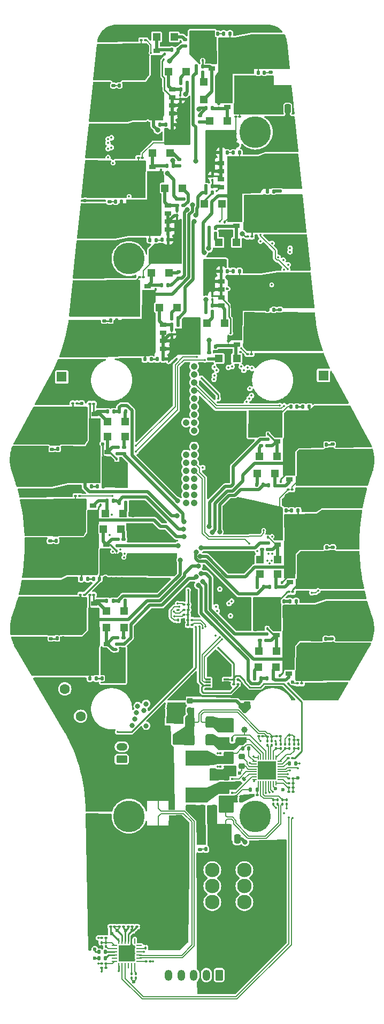
<source format=gtl>
G04 #@! TF.GenerationSoftware,KiCad,Pcbnew,7.0.2-0*
G04 #@! TF.CreationDate,2023-10-14T11:26:59-07:00*
G04 #@! TF.ProjectId,high-power,68696768-2d70-46f7-9765-722e6b696361,rev?*
G04 #@! TF.SameCoordinates,Original*
G04 #@! TF.FileFunction,Copper,L1,Top*
G04 #@! TF.FilePolarity,Positive*
%FSLAX46Y46*%
G04 Gerber Fmt 4.6, Leading zero omitted, Abs format (unit mm)*
G04 Created by KiCad (PCBNEW 7.0.2-0) date 2023-10-14 11:26:59*
%MOMM*%
%LPD*%
G01*
G04 APERTURE LIST*
G04 Aperture macros list*
%AMRoundRect*
0 Rectangle with rounded corners*
0 $1 Rounding radius*
0 $2 $3 $4 $5 $6 $7 $8 $9 X,Y pos of 4 corners*
0 Add a 4 corners polygon primitive as box body*
4,1,4,$2,$3,$4,$5,$6,$7,$8,$9,$2,$3,0*
0 Add four circle primitives for the rounded corners*
1,1,$1+$1,$2,$3*
1,1,$1+$1,$4,$5*
1,1,$1+$1,$6,$7*
1,1,$1+$1,$8,$9*
0 Add four rect primitives between the rounded corners*
20,1,$1+$1,$2,$3,$4,$5,0*
20,1,$1+$1,$4,$5,$6,$7,0*
20,1,$1+$1,$6,$7,$8,$9,0*
20,1,$1+$1,$8,$9,$2,$3,0*%
%AMFreePoly0*
4,1,39,-1.529965,2.502535,-1.529950,2.502500,-1.529950,2.027500,1.529950,2.027500,1.529950,2.502500,1.529965,2.502535,1.530000,2.502550,2.280000,2.502550,2.280035,2.502535,2.280050,2.502500,2.280050,2.027500,2.280035,2.027465,2.280000,2.027450,2.280000,-0.697450,2.775000,-0.697450,2.775035,-0.697465,2.775050,-0.697500,2.775050,-1.602500,2.775035,-1.602535,2.775000,-1.602550,
2.280000,-1.602550,2.280000,-2.027500,-2.280000,-2.027500,-2.280000,-1.602550,-2.775000,-1.602550,-2.775035,-1.602535,-2.775050,-1.602500,-2.775050,-0.697500,-2.775035,-0.697465,-2.775000,-0.697450,-2.280000,-0.697450,-2.280000,2.027450,-2.280035,2.027465,-2.280050,2.027500,-2.280050,2.502500,-2.280035,2.502535,-2.280000,2.502550,-1.530000,2.502550,-1.529965,2.502535,-1.529965,2.502535,
$1*%
G04 Aperture macros list end*
G04 #@! TA.AperFunction,SMDPad,CuDef*
%ADD10R,1.200000X1.200000*%
G04 #@! TD*
G04 #@! TA.AperFunction,SMDPad,CuDef*
%ADD11RoundRect,0.100000X0.100000X-0.130000X0.100000X0.130000X-0.100000X0.130000X-0.100000X-0.130000X0*%
G04 #@! TD*
G04 #@! TA.AperFunction,SMDPad,CuDef*
%ADD12RoundRect,0.135000X0.185000X-0.135000X0.185000X0.135000X-0.185000X0.135000X-0.185000X-0.135000X0*%
G04 #@! TD*
G04 #@! TA.AperFunction,ComponentPad*
%ADD13C,0.800000*%
G04 #@! TD*
G04 #@! TA.AperFunction,ComponentPad*
%ADD14C,5.000000*%
G04 #@! TD*
G04 #@! TA.AperFunction,SMDPad,CuDef*
%ADD15RoundRect,0.135000X0.135000X0.185000X-0.135000X0.185000X-0.135000X-0.185000X0.135000X-0.185000X0*%
G04 #@! TD*
G04 #@! TA.AperFunction,SMDPad,CuDef*
%ADD16RoundRect,0.135000X-0.135000X-0.185000X0.135000X-0.185000X0.135000X0.185000X-0.135000X0.185000X0*%
G04 #@! TD*
G04 #@! TA.AperFunction,SMDPad,CuDef*
%ADD17R,5.000000X5.000000*%
G04 #@! TD*
G04 #@! TA.AperFunction,SMDPad,CuDef*
%ADD18RoundRect,0.100000X-0.130000X-0.100000X0.130000X-0.100000X0.130000X0.100000X-0.130000X0.100000X0*%
G04 #@! TD*
G04 #@! TA.AperFunction,SMDPad,CuDef*
%ADD19RoundRect,0.250000X-0.625000X0.312500X-0.625000X-0.312500X0.625000X-0.312500X0.625000X0.312500X0*%
G04 #@! TD*
G04 #@! TA.AperFunction,SMDPad,CuDef*
%ADD20RoundRect,0.135000X-0.185000X0.135000X-0.185000X-0.135000X0.185000X-0.135000X0.185000X0.135000X0*%
G04 #@! TD*
G04 #@! TA.AperFunction,SMDPad,CuDef*
%ADD21RoundRect,0.140000X0.140000X0.170000X-0.140000X0.170000X-0.140000X-0.170000X0.140000X-0.170000X0*%
G04 #@! TD*
G04 #@! TA.AperFunction,SMDPad,CuDef*
%ADD22RoundRect,0.250000X1.425000X-0.362500X1.425000X0.362500X-1.425000X0.362500X-1.425000X-0.362500X0*%
G04 #@! TD*
G04 #@! TA.AperFunction,SMDPad,CuDef*
%ADD23RoundRect,0.250000X0.475000X-0.250000X0.475000X0.250000X-0.475000X0.250000X-0.475000X-0.250000X0*%
G04 #@! TD*
G04 #@! TA.AperFunction,SMDPad,CuDef*
%ADD24R,1.000000X0.750000*%
G04 #@! TD*
G04 #@! TA.AperFunction,SMDPad,CuDef*
%ADD25FreePoly0,270.000000*%
G04 #@! TD*
G04 #@! TA.AperFunction,SMDPad,CuDef*
%ADD26RoundRect,0.250000X-0.475000X0.250000X-0.475000X-0.250000X0.475000X-0.250000X0.475000X0.250000X0*%
G04 #@! TD*
G04 #@! TA.AperFunction,SMDPad,CuDef*
%ADD27RoundRect,0.100000X0.130000X0.100000X-0.130000X0.100000X-0.130000X-0.100000X0.130000X-0.100000X0*%
G04 #@! TD*
G04 #@! TA.AperFunction,SMDPad,CuDef*
%ADD28RoundRect,0.100000X-0.100000X0.130000X-0.100000X-0.130000X0.100000X-0.130000X0.100000X0.130000X0*%
G04 #@! TD*
G04 #@! TA.AperFunction,SMDPad,CuDef*
%ADD29RoundRect,0.225000X0.250000X-0.225000X0.250000X0.225000X-0.250000X0.225000X-0.250000X-0.225000X0*%
G04 #@! TD*
G04 #@! TA.AperFunction,SMDPad,CuDef*
%ADD30FreePoly0,90.000000*%
G04 #@! TD*
G04 #@! TA.AperFunction,SMDPad,CuDef*
%ADD31RoundRect,0.250000X-0.250000X-0.475000X0.250000X-0.475000X0.250000X0.475000X-0.250000X0.475000X0*%
G04 #@! TD*
G04 #@! TA.AperFunction,SMDPad,CuDef*
%ADD32R,0.420000X0.540000*%
G04 #@! TD*
G04 #@! TA.AperFunction,SMDPad,CuDef*
%ADD33R,2.370000X1.710000*%
G04 #@! TD*
G04 #@! TA.AperFunction,SMDPad,CuDef*
%ADD34R,0.420000X0.700000*%
G04 #@! TD*
G04 #@! TA.AperFunction,SMDPad,CuDef*
%ADD35RoundRect,0.140000X-0.140000X-0.170000X0.140000X-0.170000X0.140000X0.170000X-0.140000X0.170000X0*%
G04 #@! TD*
G04 #@! TA.AperFunction,SMDPad,CuDef*
%ADD36RoundRect,0.140000X0.170000X-0.140000X0.170000X0.140000X-0.170000X0.140000X-0.170000X-0.140000X0*%
G04 #@! TD*
G04 #@! TA.AperFunction,SMDPad,CuDef*
%ADD37R,0.425000X0.400000*%
G04 #@! TD*
G04 #@! TA.AperFunction,SMDPad,CuDef*
%ADD38R,1.150000X0.950000*%
G04 #@! TD*
G04 #@! TA.AperFunction,SMDPad,CuDef*
%ADD39R,0.800000X0.480000*%
G04 #@! TD*
G04 #@! TA.AperFunction,SMDPad,CuDef*
%ADD40R,0.850000X0.300000*%
G04 #@! TD*
G04 #@! TA.AperFunction,SMDPad,CuDef*
%ADD41R,1.600000X1.600000*%
G04 #@! TD*
G04 #@! TA.AperFunction,SMDPad,CuDef*
%ADD42RoundRect,0.140000X0.021213X-0.219203X0.219203X-0.021213X-0.021213X0.219203X-0.219203X0.021213X0*%
G04 #@! TD*
G04 #@! TA.AperFunction,SMDPad,CuDef*
%ADD43RoundRect,0.250000X0.625000X-0.312500X0.625000X0.312500X-0.625000X0.312500X-0.625000X-0.312500X0*%
G04 #@! TD*
G04 #@! TA.AperFunction,SMDPad,CuDef*
%ADD44RoundRect,0.250000X0.312500X0.625000X-0.312500X0.625000X-0.312500X-0.625000X0.312500X-0.625000X0*%
G04 #@! TD*
G04 #@! TA.AperFunction,SMDPad,CuDef*
%ADD45R,3.429000X2.413000*%
G04 #@! TD*
G04 #@! TA.AperFunction,SMDPad,CuDef*
%ADD46RoundRect,0.250000X0.250000X0.475000X-0.250000X0.475000X-0.250000X-0.475000X0.250000X-0.475000X0*%
G04 #@! TD*
G04 #@! TA.AperFunction,SMDPad,CuDef*
%ADD47RoundRect,0.062500X-0.350000X-0.062500X0.350000X-0.062500X0.350000X0.062500X-0.350000X0.062500X0*%
G04 #@! TD*
G04 #@! TA.AperFunction,SMDPad,CuDef*
%ADD48RoundRect,0.062500X-0.062500X-0.350000X0.062500X-0.350000X0.062500X0.350000X-0.062500X0.350000X0*%
G04 #@! TD*
G04 #@! TA.AperFunction,ComponentPad*
%ADD49C,0.500000*%
G04 #@! TD*
G04 #@! TA.AperFunction,SMDPad,CuDef*
%ADD50R,2.600000X2.600000*%
G04 #@! TD*
G04 #@! TA.AperFunction,SMDPad,CuDef*
%ADD51RoundRect,0.050000X0.050000X-0.300000X0.050000X0.300000X-0.050000X0.300000X-0.050000X-0.300000X0*%
G04 #@! TD*
G04 #@! TA.AperFunction,SMDPad,CuDef*
%ADD52RoundRect,0.050000X0.300000X-0.050000X0.300000X0.050000X-0.300000X0.050000X-0.300000X-0.050000X0*%
G04 #@! TD*
G04 #@! TA.AperFunction,SMDPad,CuDef*
%ADD53R,2.900000X2.900000*%
G04 #@! TD*
G04 #@! TA.AperFunction,SMDPad,CuDef*
%ADD54R,3.400000X1.800000*%
G04 #@! TD*
G04 #@! TA.AperFunction,SMDPad,CuDef*
%ADD55C,1.000000*%
G04 #@! TD*
G04 #@! TA.AperFunction,ComponentPad*
%ADD56R,1.600000X1.600000*%
G04 #@! TD*
G04 #@! TA.AperFunction,ComponentPad*
%ADD57C,1.600000*%
G04 #@! TD*
G04 #@! TA.AperFunction,ComponentPad*
%ADD58C,2.300000*%
G04 #@! TD*
G04 #@! TA.AperFunction,ComponentPad*
%ADD59C,1.050000*%
G04 #@! TD*
G04 #@! TA.AperFunction,ComponentPad*
%ADD60C,0.350000*%
G04 #@! TD*
G04 #@! TA.AperFunction,ComponentPad*
%ADD61RoundRect,0.250000X0.350000X0.625000X-0.350000X0.625000X-0.350000X-0.625000X0.350000X-0.625000X0*%
G04 #@! TD*
G04 #@! TA.AperFunction,ComponentPad*
%ADD62O,1.200000X1.750000*%
G04 #@! TD*
G04 #@! TA.AperFunction,ComponentPad*
%ADD63RoundRect,0.250000X0.625000X-0.350000X0.625000X0.350000X-0.625000X0.350000X-0.625000X-0.350000X0*%
G04 #@! TD*
G04 #@! TA.AperFunction,ComponentPad*
%ADD64O,1.750000X1.200000*%
G04 #@! TD*
G04 #@! TA.AperFunction,ViaPad*
%ADD65C,0.800000*%
G04 #@! TD*
G04 #@! TA.AperFunction,ViaPad*
%ADD66C,0.600000*%
G04 #@! TD*
G04 #@! TA.AperFunction,ViaPad*
%ADD67C,0.350000*%
G04 #@! TD*
G04 #@! TA.AperFunction,Conductor*
%ADD68C,0.200000*%
G04 #@! TD*
G04 #@! TA.AperFunction,Conductor*
%ADD69C,0.150000*%
G04 #@! TD*
G04 #@! TA.AperFunction,Conductor*
%ADD70C,0.250000*%
G04 #@! TD*
G04 #@! TA.AperFunction,Conductor*
%ADD71C,0.500000*%
G04 #@! TD*
G04 APERTURE END LIST*
D10*
X52660500Y-74275000D03*
X55460500Y-74275000D03*
X45987500Y-66220000D03*
X43187500Y-66220000D03*
X37838000Y-86695000D03*
X35038000Y-86695000D03*
X50778000Y-68695000D03*
X53578000Y-68695000D03*
D11*
X62410000Y-135990000D03*
X62410000Y-135350000D03*
X38840000Y-172300000D03*
X38840000Y-171660000D03*
D12*
X51128000Y-74375000D03*
X51128000Y-73355000D03*
D10*
X51170500Y-36735000D03*
X53970500Y-36735000D03*
D13*
X36533618Y-58479406D03*
X37082793Y-57153581D03*
X37082793Y-59805231D03*
X38408618Y-56604406D03*
D14*
X38408618Y-58479406D03*
D13*
X38408618Y-60354406D03*
X39734443Y-57153581D03*
X39734443Y-59805231D03*
X40283618Y-58479406D03*
D15*
X55898000Y-60465000D03*
X54878000Y-60465000D03*
D16*
X45200000Y-67930000D03*
X46220000Y-67930000D03*
D13*
X69964500Y-99185000D03*
X69964500Y-100985000D03*
X69964500Y-102785000D03*
X71764500Y-99185000D03*
X71764500Y-100985000D03*
D17*
X71764500Y-100985000D03*
D13*
X71764500Y-102785000D03*
X73564500Y-99185000D03*
X73564500Y-100985000D03*
X73564500Y-102785000D03*
D18*
X63720000Y-140780000D03*
X64360000Y-140780000D03*
D19*
X46180000Y-131535000D03*
X46180000Y-134460000D03*
D20*
X35332000Y-48485000D03*
X35332000Y-49505000D03*
D18*
X41120000Y-169710000D03*
X41760000Y-169710000D03*
D21*
X52478000Y-22935000D03*
X51518000Y-22935000D03*
D20*
X36515000Y-118490000D03*
X36515000Y-119510000D03*
D10*
X58740000Y-92530000D03*
X61540000Y-92530000D03*
X44720000Y-60740000D03*
X41920000Y-60740000D03*
D16*
X63810000Y-138370000D03*
X64830000Y-138370000D03*
D21*
X61328000Y-66595000D03*
X60368000Y-66595000D03*
D13*
X58440000Y-24150000D03*
X58440000Y-25950000D03*
X58440000Y-27750000D03*
X60240000Y-24150000D03*
X60240000Y-25950000D03*
D17*
X60240000Y-25950000D03*
D13*
X60240000Y-27750000D03*
X62040000Y-24150000D03*
X62040000Y-25950000D03*
X62040000Y-27750000D03*
X70574500Y-113615000D03*
X70574500Y-115415000D03*
X70574500Y-117215000D03*
X72374500Y-113615000D03*
X72374500Y-115415000D03*
D17*
X72374500Y-115415000D03*
D13*
X72374500Y-117215000D03*
X74174500Y-113615000D03*
X74174500Y-115415000D03*
X74174500Y-117215000D03*
D22*
X41450000Y-133680000D03*
X41450000Y-127755000D03*
D18*
X58940000Y-134110000D03*
X59580000Y-134110000D03*
D23*
X71270000Y-111780000D03*
X71270000Y-109880000D03*
D24*
X55468000Y-68255000D03*
X55468000Y-69525000D03*
X55468000Y-70795000D03*
X55468000Y-72065000D03*
D25*
X58960000Y-70160000D03*
D20*
X47300000Y-23850000D03*
X47300000Y-24870000D03*
D10*
X59157000Y-106135000D03*
X61957000Y-106135000D03*
D11*
X43482000Y-44485000D03*
X43482000Y-43845000D03*
D18*
X39690000Y-164220000D03*
X40330000Y-164220000D03*
D11*
X36405000Y-121020000D03*
X36405000Y-120380000D03*
D15*
X37825000Y-112680000D03*
X36805000Y-112680000D03*
D23*
X71300000Y-95600000D03*
X71300000Y-93700000D03*
D15*
X50100000Y-29080000D03*
X49080000Y-29080000D03*
X51608000Y-66945000D03*
X50588000Y-66945000D03*
X61534500Y-94350000D03*
X60514500Y-94350000D03*
D21*
X65020000Y-81940000D03*
X64060000Y-81940000D03*
D20*
X37570000Y-102880000D03*
X37570000Y-103900000D03*
D11*
X64520000Y-135990000D03*
X64520000Y-135350000D03*
D20*
X35948000Y-30095000D03*
X35948000Y-31115000D03*
D18*
X55460000Y-143610000D03*
X56100000Y-143610000D03*
D26*
X33120000Y-41580000D03*
X33120000Y-43480000D03*
D24*
X51516000Y-24600000D03*
X51516000Y-25870000D03*
X51516000Y-27140000D03*
X51516000Y-28410000D03*
D25*
X55008000Y-26505000D03*
D27*
X40700000Y-61460000D03*
X40060000Y-61460000D03*
D11*
X42670000Y-63340000D03*
X42670000Y-62700000D03*
D28*
X51620000Y-45440000D03*
X51620000Y-46080000D03*
D13*
X23180000Y-104470000D03*
X23180000Y-106270000D03*
X23180000Y-108070000D03*
X24980000Y-104470000D03*
X24980000Y-106270000D03*
D17*
X24980000Y-106270000D03*
D13*
X24980000Y-108070000D03*
X26780000Y-104470000D03*
X26780000Y-106270000D03*
X26780000Y-108070000D03*
D29*
X56270000Y-138835000D03*
X56270000Y-137285000D03*
D10*
X50270000Y-30500000D03*
X50270000Y-33300000D03*
D16*
X58325500Y-124935000D03*
X59345500Y-124935000D03*
D21*
X53968000Y-60475000D03*
X53008000Y-60475000D03*
D26*
X25350000Y-95510000D03*
X25350000Y-97410000D03*
D13*
X68784500Y-82675000D03*
X68784500Y-84475000D03*
X68784500Y-86275000D03*
X70584500Y-82675000D03*
X70584500Y-84475000D03*
D17*
X70584500Y-84475000D03*
D13*
X70584500Y-86275000D03*
X72384500Y-82675000D03*
X72384500Y-84475000D03*
X72384500Y-86275000D03*
D27*
X65190000Y-134620000D03*
X64550000Y-134620000D03*
D13*
X60520000Y-46450000D03*
D17*
X62320000Y-44650000D03*
D13*
X62320000Y-46450000D03*
X64120000Y-42850000D03*
X64120000Y-44650000D03*
X64120000Y-46450000D03*
D24*
X52998000Y-43395000D03*
X52998000Y-44665000D03*
X52998000Y-45935000D03*
X52998000Y-47205000D03*
D25*
X56490000Y-45300000D03*
D23*
X71030000Y-126260000D03*
X71030000Y-124360000D03*
D24*
X32872000Y-116890000D03*
X32872000Y-115620000D03*
X32872000Y-114350000D03*
X32872000Y-113080000D03*
D30*
X29380000Y-114985000D03*
D31*
X53650000Y-150320000D03*
X55550000Y-150320000D03*
D32*
X52820000Y-131502500D03*
X53470000Y-131502500D03*
D33*
X53795000Y-132627500D03*
D32*
X54120000Y-131502500D03*
X54770000Y-131502500D03*
D34*
X54770000Y-134582500D03*
X52820000Y-134582500D03*
X53470000Y-134582500D03*
X54120000Y-134582500D03*
D27*
X48390000Y-115670000D03*
X47750000Y-115670000D03*
D24*
X42152000Y-47805000D03*
X42152000Y-46535000D03*
X42152000Y-45265000D03*
X42152000Y-43995000D03*
D30*
X38660000Y-45900000D03*
D15*
X50100000Y-28080000D03*
X49080000Y-28080000D03*
D12*
X46020000Y-50120000D03*
X46020000Y-49100000D03*
D24*
X41340000Y-66660000D03*
X41340000Y-65390000D03*
X41340000Y-64120000D03*
X41340000Y-62850000D03*
D30*
X37848000Y-64755000D03*
D35*
X44260000Y-37270000D03*
X45220000Y-37270000D03*
D18*
X55010000Y-125820000D03*
X55650000Y-125820000D03*
D36*
X49680000Y-152000000D03*
X49680000Y-151040000D03*
D11*
X61960000Y-144815000D03*
X61960000Y-144175000D03*
D13*
X21690000Y-89970000D03*
X21690000Y-91770000D03*
X21690000Y-93570000D03*
X23490000Y-89970000D03*
X23490000Y-91770000D03*
D17*
X23490000Y-91770000D03*
D13*
X23490000Y-93570000D03*
X25290000Y-89970000D03*
X25290000Y-91770000D03*
X25290000Y-93570000D03*
D15*
X52098000Y-72405000D03*
X51078000Y-72405000D03*
D28*
X54138000Y-71575000D03*
X54138000Y-72215000D03*
D35*
X43662000Y-55535000D03*
X44622000Y-55535000D03*
D18*
X55010000Y-125060000D03*
X55650000Y-125060000D03*
D13*
X56533618Y-38479406D03*
X57082793Y-37153581D03*
X57082793Y-39805231D03*
X58408618Y-36604406D03*
D14*
X58408618Y-38479406D03*
D13*
X58408618Y-40354406D03*
X59734443Y-37153581D03*
X59734443Y-39805231D03*
X60283618Y-38479406D03*
D28*
X34060000Y-166730000D03*
X34060000Y-167370000D03*
D15*
X64877000Y-112745000D03*
X63857000Y-112745000D03*
D18*
X35485000Y-164220000D03*
X36125000Y-164220000D03*
D28*
X50100000Y-26525000D03*
X50100000Y-27165000D03*
D13*
X31740000Y-50680000D03*
X31740000Y-52480000D03*
X31740000Y-54280000D03*
X33540000Y-50680000D03*
D17*
X33540000Y-52480000D03*
D13*
X35340000Y-50680000D03*
D18*
X32190000Y-111680000D03*
X32830000Y-111680000D03*
D16*
X46630000Y-30710000D03*
X47650000Y-30710000D03*
D15*
X61654500Y-110435000D03*
X60634500Y-110435000D03*
D21*
X69562000Y-118680000D03*
X68602000Y-118680000D03*
D15*
X66945000Y-81945000D03*
X65925000Y-81945000D03*
D35*
X27158000Y-88630000D03*
X28118000Y-88630000D03*
D18*
X57210000Y-55010000D03*
X57850000Y-55010000D03*
D10*
X50350000Y-49790000D03*
X53150000Y-49790000D03*
D28*
X60434500Y-85610000D03*
X60434500Y-86250000D03*
D13*
X33840000Y-32340000D03*
X33840000Y-34140000D03*
X33840000Y-35940000D03*
X35640000Y-32340000D03*
X35640000Y-34140000D03*
D17*
X35640000Y-34140000D03*
D13*
X37440000Y-32340000D03*
X37440000Y-34140000D03*
D15*
X51620000Y-47020000D03*
X50600000Y-47020000D03*
D28*
X52648000Y-34035000D03*
X52648000Y-34675000D03*
D11*
X63110000Y-135990000D03*
X63110000Y-135350000D03*
D20*
X46370000Y-42820000D03*
X46370000Y-43840000D03*
D35*
X35480000Y-68320000D03*
X36440000Y-68320000D03*
D20*
X34520000Y-67340000D03*
X34520000Y-68360000D03*
D18*
X63614500Y-95035000D03*
X64254500Y-95035000D03*
D20*
X36608000Y-88375000D03*
X36608000Y-89395000D03*
D12*
X59454500Y-104485000D03*
X59454500Y-103465000D03*
D28*
X60380000Y-101940000D03*
X60380000Y-102580000D03*
X63370000Y-144175000D03*
X63370000Y-144815000D03*
D11*
X45200000Y-70490000D03*
X45200000Y-69850000D03*
D16*
X57660000Y-142560000D03*
X58680000Y-142560000D03*
D21*
X61320000Y-47850000D03*
X60360000Y-47850000D03*
D27*
X30168000Y-81395000D03*
X29528000Y-81395000D03*
X47780000Y-113240000D03*
X47140000Y-113240000D03*
D18*
X55450000Y-144360000D03*
X56090000Y-144360000D03*
D16*
X34885000Y-112680000D03*
X35905000Y-112680000D03*
D15*
X65184500Y-98375000D03*
X64164500Y-98375000D03*
D27*
X47780000Y-114050000D03*
X47140000Y-114050000D03*
D15*
X37918000Y-82710000D03*
X36898000Y-82710000D03*
D16*
X46630000Y-31710000D03*
X47650000Y-31710000D03*
D18*
X63720000Y-141480000D03*
X64360000Y-141480000D03*
D26*
X34010000Y-60810000D03*
X34010000Y-62710000D03*
D16*
X34978000Y-82710000D03*
X35998000Y-82710000D03*
D15*
X54408000Y-22925000D03*
X53388000Y-22925000D03*
D16*
X33680000Y-169190000D03*
X34700000Y-169190000D03*
D24*
X33010000Y-86920000D03*
X33010000Y-85650000D03*
X33010000Y-84380000D03*
X33010000Y-83110000D03*
D30*
X29518000Y-85015000D03*
D24*
X61952500Y-99940000D03*
X61952500Y-101210000D03*
X61952500Y-102480000D03*
X61952500Y-103750000D03*
D25*
X65444500Y-101845000D03*
D20*
X37598000Y-88375000D03*
X37598000Y-89395000D03*
D29*
X48090000Y-130015000D03*
X48090000Y-128465000D03*
D10*
X37647500Y-116900000D03*
X34847500Y-116900000D03*
D12*
X49638000Y-36835000D03*
X49638000Y-35815000D03*
D20*
X26198000Y-87650000D03*
X26198000Y-88670000D03*
D12*
X59314500Y-88135000D03*
X59314500Y-87115000D03*
D24*
X42768000Y-29415000D03*
X42768000Y-28145000D03*
X42768000Y-26875000D03*
X42768000Y-25605000D03*
D30*
X39276000Y-27510000D03*
D10*
X37150000Y-101310000D03*
X34350000Y-101310000D03*
D13*
X33570000Y-73150000D03*
X33570000Y-71350000D03*
X33570000Y-69550000D03*
X31770000Y-73150000D03*
X31770000Y-71350000D03*
D17*
X31770000Y-71350000D03*
D13*
X31770000Y-69550000D03*
X29970000Y-73150000D03*
X29970000Y-71350000D03*
X29970000Y-69550000D03*
D12*
X60454500Y-104485000D03*
X60454500Y-103465000D03*
D26*
X25568000Y-81175000D03*
X25568000Y-83075000D03*
D37*
X52872500Y-142157500D03*
X54747500Y-142157500D03*
D38*
X53810000Y-141832500D03*
D37*
X52872500Y-141507500D03*
X54747500Y-141507500D03*
X54747500Y-140857500D03*
X52872500Y-140857500D03*
D39*
X53810000Y-140807500D03*
D10*
X59154500Y-108405000D03*
X61954500Y-108405000D03*
D40*
X50920000Y-125060000D03*
X50920000Y-125560000D03*
X50920000Y-126060000D03*
X50920000Y-126560000D03*
X53820000Y-126560000D03*
X53820000Y-126060000D03*
X53820000Y-125560000D03*
X53820000Y-125060000D03*
D41*
X52370000Y-125810000D03*
D13*
X24002000Y-119990000D03*
X24002000Y-121790000D03*
X24002000Y-123590000D03*
X25802000Y-119990000D03*
X25802000Y-121790000D03*
D17*
X25802000Y-121790000D03*
D13*
X25802000Y-123590000D03*
X27602000Y-119990000D03*
X27602000Y-121790000D03*
X27602000Y-123590000D03*
X62480000Y-65250000D03*
X64280000Y-61650000D03*
X64280000Y-63450000D03*
D17*
X64280000Y-63450000D03*
D13*
X64280000Y-65250000D03*
X66080000Y-61650000D03*
X66080000Y-63450000D03*
X66080000Y-65250000D03*
D12*
X70522000Y-119660000D03*
X70522000Y-118640000D03*
D16*
X43600000Y-62700000D03*
X44620000Y-62700000D03*
D35*
X27020000Y-118600000D03*
X27980000Y-118600000D03*
D21*
X62954500Y-112745000D03*
X61994500Y-112745000D03*
D22*
X42110000Y-115902500D03*
X42110000Y-109977500D03*
D16*
X45200000Y-68930000D03*
X46220000Y-68930000D03*
D15*
X51580000Y-151960000D03*
X50560000Y-151960000D03*
X51630000Y-34690000D03*
X50610000Y-34690000D03*
D10*
X46890000Y-47340000D03*
X44090000Y-47340000D03*
D11*
X33950000Y-97470000D03*
X33950000Y-96830000D03*
D16*
X45210000Y-25460000D03*
X46230000Y-25460000D03*
D24*
X63710000Y-120390000D03*
X63710000Y-121660000D03*
X63710000Y-122930000D03*
X63710000Y-124200000D03*
D25*
X67202000Y-122295000D03*
D11*
X44098000Y-26095000D03*
X44098000Y-25455000D03*
D35*
X56440000Y-136040000D03*
X57400000Y-136040000D03*
D15*
X37860000Y-97190000D03*
X36840000Y-97190000D03*
D10*
X44959500Y-41785000D03*
X42159500Y-41785000D03*
D28*
X61710000Y-135350000D03*
X61710000Y-135990000D03*
D42*
X55940589Y-141559411D03*
X56619411Y-140880589D03*
D12*
X70692000Y-105180000D03*
X70692000Y-104160000D03*
D11*
X60310000Y-135485000D03*
X60310000Y-134845000D03*
D16*
X40920000Y-74400000D03*
X41940000Y-74400000D03*
X32220000Y-124905000D03*
X33240000Y-124905000D03*
D20*
X25920000Y-102155000D03*
X25920000Y-103175000D03*
D18*
X34100000Y-170720000D03*
X34740000Y-170720000D03*
D10*
X37500000Y-98815000D03*
X34700000Y-98815000D03*
D15*
X51620000Y-48020000D03*
X50600000Y-48020000D03*
D11*
X46020000Y-51640000D03*
X46020000Y-51000000D03*
D10*
X37640000Y-114280000D03*
X34840000Y-114280000D03*
D35*
X42850000Y-74390000D03*
X43810000Y-74390000D03*
D27*
X41018000Y-23915000D03*
X40378000Y-23915000D03*
D28*
X46180000Y-115730000D03*
X46180000Y-116370000D03*
D12*
X59174500Y-118885000D03*
X59174500Y-117865000D03*
D24*
X55460000Y-49510000D03*
X55460000Y-50780000D03*
X55460000Y-52050000D03*
X55460000Y-53320000D03*
D25*
X58952000Y-51415000D03*
D16*
X44380000Y-43840000D03*
X45400000Y-43840000D03*
D24*
X53978000Y-30715000D03*
X53978000Y-31985000D03*
X53978000Y-33255000D03*
X53978000Y-34525000D03*
D25*
X57470000Y-32620000D03*
D43*
X53750000Y-148522500D03*
X53750000Y-145597500D03*
D12*
X60174500Y-118885000D03*
X60174500Y-117865000D03*
D28*
X60294500Y-116375000D03*
X60294500Y-117015000D03*
D26*
X35600000Y-23150000D03*
X35600000Y-25050000D03*
D10*
X45575500Y-23395000D03*
X42775500Y-23395000D03*
D28*
X62237000Y-124510000D03*
X62237000Y-125150000D03*
D44*
X51122500Y-131850000D03*
X48197500Y-131850000D03*
D21*
X53960000Y-41730000D03*
X53000000Y-41730000D03*
D18*
X38290000Y-164220000D03*
X38930000Y-164220000D03*
D10*
X47497500Y-28940000D03*
X44697500Y-28940000D03*
D18*
X63720000Y-142180000D03*
X64360000Y-142180000D03*
D35*
X34145000Y-124910000D03*
X35105000Y-124910000D03*
D10*
X58864500Y-123145000D03*
X61664500Y-123145000D03*
D24*
X35020000Y-92930000D03*
X35020000Y-91660000D03*
X35020000Y-90390000D03*
X35020000Y-89120000D03*
D30*
X31528000Y-91025000D03*
D45*
X49060000Y-143371000D03*
X49060000Y-137529000D03*
D12*
X47010000Y-50120000D03*
X47010000Y-49100000D03*
D11*
X34770000Y-167380000D03*
X34770000Y-166740000D03*
D23*
X62790000Y-55360000D03*
X62790000Y-53460000D03*
D16*
X42330000Y-37280000D03*
X43350000Y-37280000D03*
D46*
X51870000Y-149630000D03*
X49970000Y-149630000D03*
D27*
X34740000Y-170020000D03*
X34100000Y-170020000D03*
D24*
X61734500Y-114295000D03*
X61734500Y-115565000D03*
X61734500Y-116835000D03*
X61734500Y-118105000D03*
D25*
X65226500Y-116200000D03*
D21*
X69732000Y-104200000D03*
X68772000Y-104200000D03*
D47*
X36132500Y-167200000D03*
X36132500Y-167700000D03*
X36132500Y-168200000D03*
X36132500Y-168700000D03*
X36132500Y-169200000D03*
X36132500Y-169700000D03*
D48*
X36820000Y-170387500D03*
X37320000Y-170387500D03*
X37820000Y-170387500D03*
X38320000Y-170387500D03*
X38820000Y-170387500D03*
X39320000Y-170387500D03*
D47*
X40007500Y-169700000D03*
X40007500Y-169200000D03*
X40007500Y-168700000D03*
X40007500Y-168200000D03*
X40007500Y-167700000D03*
X40007500Y-167200000D03*
D48*
X39320000Y-166512500D03*
X38820000Y-166512500D03*
X38320000Y-166512500D03*
X37820000Y-166512500D03*
X37320000Y-166512500D03*
X36820000Y-166512500D03*
D49*
X37020000Y-167400000D03*
X37020000Y-168450000D03*
X37020000Y-169500000D03*
X38070000Y-167400000D03*
X38070000Y-168450000D03*
D50*
X38070000Y-168450000D03*
D49*
X38070000Y-169500000D03*
X39120000Y-167400000D03*
X39120000Y-168450000D03*
X39120000Y-169500000D03*
D18*
X32208000Y-81450000D03*
X32848000Y-81450000D03*
D11*
X63820000Y-134580000D03*
X63820000Y-133940000D03*
D26*
X25430000Y-110920000D03*
X25430000Y-112820000D03*
D10*
X59032500Y-89800000D03*
X61832500Y-89800000D03*
D51*
X58860000Y-141490000D03*
X59260000Y-141490000D03*
X59660000Y-141490000D03*
X60060000Y-141490000D03*
X60460000Y-141490000D03*
X60860000Y-141490000D03*
X61260000Y-141490000D03*
X61660000Y-141490000D03*
D52*
X62260000Y-140890000D03*
X62260000Y-140490000D03*
X62260000Y-140090000D03*
X62260000Y-139690000D03*
X62260000Y-139290000D03*
X62260000Y-138890000D03*
X62260000Y-138490000D03*
X62260000Y-138090000D03*
D51*
X61660000Y-137490000D03*
X61260000Y-137490000D03*
X60860000Y-137490000D03*
X60460000Y-137490000D03*
X60060000Y-137490000D03*
X59660000Y-137490000D03*
X59260000Y-137490000D03*
X58860000Y-137490000D03*
D52*
X58260000Y-138090000D03*
X58260000Y-138490000D03*
X58260000Y-138890000D03*
X58260000Y-139290000D03*
X58260000Y-139690000D03*
X58260000Y-140090000D03*
X58260000Y-140490000D03*
X58260000Y-140890000D03*
D49*
X59060000Y-140690000D03*
X60260000Y-140690000D03*
X61460000Y-140690000D03*
X59060000Y-139490000D03*
X60260000Y-139490000D03*
D53*
X60260000Y-139490000D03*
D49*
X61460000Y-139490000D03*
X59060000Y-138290000D03*
X60260000Y-138290000D03*
X61460000Y-138290000D03*
D16*
X31483000Y-94550000D03*
X32503000Y-94550000D03*
D10*
X37840500Y-84310000D03*
X35040500Y-84310000D03*
D35*
X36292000Y-49465000D03*
X37252000Y-49465000D03*
D24*
X63880000Y-105910000D03*
X63880000Y-107180000D03*
X63880000Y-108450000D03*
X63880000Y-109720000D03*
D25*
X67372000Y-107815000D03*
D28*
X62480000Y-93770000D03*
X62480000Y-94410000D03*
D16*
X41732000Y-55545000D03*
X42752000Y-55545000D03*
X33680000Y-168230000D03*
X34700000Y-168230000D03*
D12*
X60314500Y-88135000D03*
X60314500Y-87115000D03*
D11*
X61010000Y-135485000D03*
X61010000Y-134845000D03*
D24*
X45230000Y-35530000D03*
X45230000Y-34260000D03*
X45230000Y-32990000D03*
X45230000Y-31720000D03*
D30*
X41738000Y-33625000D03*
D46*
X51870000Y-145700000D03*
X49970000Y-145700000D03*
D18*
X55320000Y-36050000D03*
X55960000Y-36050000D03*
D24*
X61832500Y-83620000D03*
X61832500Y-84890000D03*
X61832500Y-86160000D03*
X61832500Y-87430000D03*
D25*
X65324500Y-85525000D03*
D18*
X65110000Y-125720000D03*
X65750000Y-125720000D03*
D24*
X43802000Y-72775000D03*
X43802000Y-71505000D03*
X43802000Y-70235000D03*
X43802000Y-68965000D03*
D30*
X40310000Y-70870000D03*
D18*
X57190000Y-73590000D03*
X57830000Y-73590000D03*
D15*
X55890000Y-41720000D03*
X54870000Y-41720000D03*
D20*
X36580000Y-102880000D03*
X36580000Y-103900000D03*
X37515000Y-118490000D03*
X37515000Y-119510000D03*
D10*
X52650000Y-55940000D03*
X55450000Y-55940000D03*
D44*
X51112500Y-134620000D03*
X48187500Y-134620000D03*
D18*
X34100000Y-166000000D03*
X34740000Y-166000000D03*
D27*
X30610000Y-96050000D03*
X29970000Y-96050000D03*
D11*
X36488000Y-90885000D03*
X36488000Y-90245000D03*
D18*
X63725000Y-142880000D03*
X64365000Y-142880000D03*
D11*
X63810000Y-135990000D03*
X63810000Y-135350000D03*
D18*
X63704500Y-111245000D03*
X64344500Y-111245000D03*
D27*
X62380000Y-134110000D03*
X61740000Y-134110000D03*
D15*
X52090000Y-53600000D03*
X51070000Y-53600000D03*
D28*
X53580000Y-52740000D03*
X53580000Y-53380000D03*
D21*
X69682000Y-87900000D03*
X68722000Y-87900000D03*
D18*
X60340000Y-134115000D03*
X60980000Y-134115000D03*
D21*
X59838000Y-29055000D03*
X58878000Y-29055000D03*
D54*
X43020000Y-149100000D03*
X43020000Y-143400000D03*
D15*
X51608000Y-65945000D03*
X50588000Y-65945000D03*
D37*
X54757500Y-137610000D03*
X52882500Y-137610000D03*
D38*
X53820000Y-137935000D03*
D37*
X54757500Y-138260000D03*
X52882500Y-138260000D03*
X52882500Y-138910000D03*
X54757500Y-138910000D03*
D39*
X53820000Y-138960000D03*
D12*
X70642000Y-88880000D03*
X70642000Y-87860000D03*
D20*
X46240000Y-60570000D03*
X46240000Y-61590000D03*
D28*
X61260000Y-144175000D03*
X61260000Y-144815000D03*
D35*
X33408000Y-94555000D03*
X34368000Y-94555000D03*
D11*
X41020000Y-167570000D03*
X41020000Y-166930000D03*
D46*
X63530000Y-34770000D03*
X61630000Y-34770000D03*
D18*
X63650000Y-137550000D03*
X64290000Y-137550000D03*
D46*
X51870000Y-147670000D03*
X49970000Y-147670000D03*
D27*
X58720000Y-143380000D03*
X58080000Y-143380000D03*
D12*
X60798000Y-30035000D03*
X60798000Y-29015000D03*
D15*
X61270000Y-124930000D03*
X60250000Y-124930000D03*
D27*
X47750000Y-114860000D03*
X47110000Y-114860000D03*
D11*
X46560000Y-33260000D03*
X46560000Y-32620000D03*
D16*
X34900000Y-96810000D03*
X35920000Y-96810000D03*
D10*
X58974500Y-120595000D03*
X61774500Y-120595000D03*
D11*
X36460000Y-105400000D03*
X36460000Y-104760000D03*
X65220000Y-135990000D03*
X65220000Y-135350000D03*
D35*
X32775000Y-109165000D03*
X33735000Y-109165000D03*
D12*
X62280000Y-48830000D03*
X62280000Y-47810000D03*
D11*
X39540000Y-172300000D03*
X39540000Y-171660000D03*
D27*
X31370000Y-111680000D03*
X30730000Y-111680000D03*
D55*
X56680000Y-133080000D03*
D16*
X30850000Y-109160000D03*
X31870000Y-109160000D03*
D13*
X36533618Y-146729406D03*
X37082793Y-145403581D03*
X37082793Y-148055231D03*
X38408618Y-144854406D03*
D14*
X38408618Y-146729406D03*
D13*
X38408618Y-148604406D03*
X39734443Y-145403581D03*
X39734443Y-148055231D03*
X40283618Y-146729406D03*
D24*
X63830000Y-89610000D03*
X63830000Y-90880000D03*
X63830000Y-92150000D03*
X63830000Y-93420000D03*
D25*
X67322000Y-91515000D03*
D37*
X52875000Y-144317501D03*
X54750000Y-144317501D03*
D38*
X53812500Y-143992501D03*
D37*
X52875000Y-143667501D03*
X54750000Y-143667501D03*
X54750000Y-143017501D03*
X52875000Y-143017501D03*
D39*
X53812500Y-142967501D03*
D24*
X34802000Y-107545000D03*
X34802000Y-106275000D03*
X34802000Y-105005000D03*
X34802000Y-103735000D03*
D30*
X31310000Y-105640000D03*
D20*
X26060000Y-117620000D03*
X26060000Y-118640000D03*
D23*
X64740000Y-74470000D03*
X64740000Y-72570000D03*
D35*
X36908000Y-31075000D03*
X37868000Y-31075000D03*
D11*
X62660000Y-144815000D03*
X62660000Y-144175000D03*
D15*
X52090000Y-54600000D03*
X51070000Y-54600000D03*
D37*
X54752500Y-135437500D03*
X52877500Y-135437500D03*
D38*
X53815000Y-135762500D03*
D37*
X54752500Y-136087500D03*
X52877500Y-136087500D03*
X52877500Y-136737500D03*
X54752500Y-136737500D03*
D39*
X53815000Y-136787500D03*
D12*
X62288000Y-67575000D03*
X62288000Y-66555000D03*
D13*
X56533618Y-146729406D03*
X57082793Y-145403581D03*
X57082793Y-148055231D03*
X58408618Y-144854406D03*
D14*
X58408618Y-146729406D03*
D13*
X58408618Y-148604406D03*
X59734443Y-145403581D03*
X59734443Y-148055231D03*
X60283618Y-146729406D03*
D27*
X40550000Y-42540000D03*
X39910000Y-42540000D03*
D21*
X63252000Y-98375000D03*
X62292000Y-98375000D03*
D24*
X34927000Y-123275000D03*
X34927000Y-122005000D03*
X34927000Y-120735000D03*
X34927000Y-119465000D03*
D30*
X31435000Y-121370000D03*
D35*
X26880000Y-103135000D03*
X27840000Y-103135000D03*
D24*
X32732000Y-101425000D03*
X32732000Y-100155000D03*
X32732000Y-98885000D03*
X32732000Y-97615000D03*
D30*
X29240000Y-99520000D03*
D18*
X47750000Y-116480000D03*
X48390000Y-116480000D03*
D16*
X58714500Y-110435000D03*
X59734500Y-110435000D03*
D28*
X62574500Y-109795000D03*
X62574500Y-110435000D03*
D24*
X44614000Y-53920000D03*
X44614000Y-52650000D03*
X44614000Y-51380000D03*
X44614000Y-50110000D03*
D30*
X41122000Y-52015000D03*
D18*
X36885000Y-164220000D03*
X37525000Y-164220000D03*
D24*
X53006000Y-62140000D03*
X53006000Y-63410000D03*
X53006000Y-64680000D03*
X53006000Y-65950000D03*
D25*
X56498000Y-64045000D03*
D16*
X58594500Y-94245000D03*
X59614500Y-94245000D03*
D28*
X51608000Y-64375000D03*
X51608000Y-65015000D03*
D56*
X27770000Y-77197349D03*
D57*
X27770000Y-80697349D03*
D58*
X51610000Y-155250000D03*
X51610000Y-157790000D03*
X51610000Y-160330000D03*
X56690000Y-155250000D03*
X56690000Y-157790000D03*
X56690000Y-160330000D03*
D59*
X47450000Y-75530000D03*
X47450000Y-76800000D03*
X47450000Y-78070000D03*
X47450000Y-79340000D03*
X47450000Y-80610000D03*
X47450000Y-81880000D03*
X47450000Y-83150000D03*
X47450000Y-84420000D03*
X47450000Y-85690000D03*
X47450000Y-86960000D03*
X47450000Y-88230000D03*
X47450000Y-89500000D03*
X47450000Y-90770000D03*
X47450000Y-92040000D03*
X47450000Y-93310000D03*
X47450000Y-94580000D03*
X47450000Y-95850000D03*
X47450000Y-97120000D03*
X48720000Y-75530000D03*
X48720000Y-76800000D03*
X48720000Y-78070000D03*
X48720000Y-79340000D03*
X48720000Y-80610000D03*
X48720000Y-81880000D03*
X48720000Y-83150000D03*
X48720000Y-84420000D03*
X48720000Y-85690000D03*
X48720000Y-86960000D03*
X48720000Y-88230000D03*
X48720000Y-89500000D03*
X48720000Y-90770000D03*
X48720000Y-92040000D03*
X48720000Y-93310000D03*
X48720000Y-94580000D03*
X48720000Y-95850000D03*
X48720000Y-97120000D03*
D60*
X39330000Y-39520000D03*
X38080000Y-39520000D03*
X40305000Y-40620000D03*
X39330000Y-40620000D03*
X38080000Y-40620000D03*
X37105000Y-40620000D03*
X39330000Y-41720000D03*
X38080000Y-41720000D03*
D61*
X52680000Y-171890000D03*
D62*
X50680000Y-171890000D03*
X48680000Y-171890000D03*
X46680000Y-171890000D03*
X44680000Y-171890000D03*
D56*
X69210000Y-76967349D03*
D57*
X69210000Y-80467349D03*
X30756122Y-130920064D03*
X29506122Y-128755000D03*
X28256122Y-126589937D03*
D63*
X37260000Y-137730000D03*
D64*
X37260000Y-135730000D03*
D60*
X55020000Y-107260000D03*
X56270000Y-107260000D03*
X54045000Y-106160000D03*
X55020000Y-106160000D03*
X56270000Y-106160000D03*
X57245000Y-106160000D03*
X55020000Y-105060000D03*
X56270000Y-105060000D03*
D58*
X40450000Y-155280000D03*
X40450000Y-157820000D03*
X40450000Y-160360000D03*
X45530000Y-155280000D03*
X45530000Y-157820000D03*
X45530000Y-160360000D03*
D60*
X58345000Y-59720000D03*
X59595000Y-59720000D03*
X57370000Y-58620000D03*
X58345000Y-58620000D03*
X59595000Y-58620000D03*
X60570000Y-58620000D03*
X58345000Y-57520000D03*
X59595000Y-57520000D03*
X42100000Y-100720000D03*
X40850000Y-100720000D03*
X43075000Y-101820000D03*
X42100000Y-101820000D03*
X40850000Y-101820000D03*
X39875000Y-101820000D03*
X42100000Y-102920000D03*
X40850000Y-102920000D03*
D65*
X33220000Y-150240000D03*
D66*
X39190000Y-172930000D03*
D65*
X35030000Y-151610000D03*
X39410000Y-151260000D03*
X44460000Y-151480000D03*
X36920000Y-153750000D03*
X33330000Y-154535000D03*
X35030000Y-155590000D03*
X35090000Y-158130000D03*
X33330000Y-153430000D03*
D67*
X42190000Y-169700000D03*
D65*
X37120000Y-161750000D03*
X36990000Y-149790000D03*
D67*
X33580500Y-170020000D03*
D65*
X35040000Y-161880000D03*
X37140000Y-157790000D03*
D66*
X35660000Y-165290000D03*
X36520000Y-164800000D03*
X37890000Y-164790000D03*
X38940000Y-164800000D03*
X33000000Y-167800000D03*
D65*
X61120000Y-158610000D03*
X60640000Y-152700000D03*
X59060000Y-151190000D03*
X62760000Y-157180000D03*
X61070000Y-157140000D03*
X62780000Y-161610000D03*
X62280000Y-151270000D03*
X62720000Y-155570000D03*
X62740000Y-158600000D03*
X58990000Y-152710000D03*
X60590000Y-151230000D03*
X59580000Y-160110000D03*
X62260000Y-152690000D03*
X62740000Y-154150000D03*
X61100000Y-155580000D03*
X62800000Y-160190000D03*
X59540000Y-157100000D03*
X61160000Y-161620000D03*
X61110000Y-160150000D03*
X61050000Y-154110000D03*
X59520000Y-154070000D03*
D67*
X52800000Y-110790000D03*
X52225032Y-113544500D03*
X52560000Y-120104500D03*
X52083366Y-118166634D03*
X50110027Y-91561073D03*
X49900000Y-77400000D03*
X47780000Y-110930000D03*
X52520000Y-80650000D03*
D65*
X63430000Y-97110000D03*
X56220000Y-129270000D03*
X37170000Y-141210000D03*
D66*
X24070000Y-110920000D03*
D67*
X47480000Y-122890000D03*
X50700000Y-79180000D03*
X56110000Y-128170000D03*
D65*
X57070000Y-129080000D03*
X34520000Y-56980000D03*
X37610000Y-22360000D03*
X35570000Y-111000000D03*
X35450000Y-59810000D03*
D67*
X62919500Y-146280000D03*
D65*
X66230000Y-96100000D03*
X61030000Y-36530000D03*
X36420000Y-110140000D03*
D67*
X64550000Y-134170000D03*
D65*
X67160000Y-95180000D03*
D66*
X36370000Y-38420000D03*
D65*
X72720000Y-111780000D03*
D66*
X23890000Y-95510000D03*
D65*
X35190000Y-58880000D03*
X66230000Y-97130000D03*
X61580000Y-38190000D03*
D66*
X55340000Y-78300000D03*
D65*
X64340000Y-97120000D03*
X37270000Y-110130000D03*
X34700000Y-109090000D03*
X34520000Y-59610000D03*
X34693183Y-110800624D03*
X62440000Y-38200000D03*
X35410000Y-56970000D03*
X53340000Y-139920000D03*
D66*
X55340000Y-79300000D03*
D67*
X41402000Y-36830000D03*
X65410000Y-138370000D03*
X48330000Y-124580000D03*
D66*
X39100000Y-99200000D03*
D65*
X61550000Y-40850000D03*
X37280000Y-110980000D03*
X39750000Y-143350000D03*
D67*
X63754000Y-80518000D03*
D65*
X38410000Y-142400000D03*
D66*
X31496000Y-49276000D03*
D65*
X62450000Y-39080000D03*
X31980000Y-134060000D03*
X52490000Y-122250000D03*
X32370000Y-140220000D03*
X37270000Y-109260000D03*
X35200000Y-57890000D03*
X63440000Y-96080000D03*
D66*
X64840000Y-56430000D03*
D65*
X34330000Y-58780000D03*
D67*
X61670500Y-145430000D03*
D65*
X61340000Y-39960000D03*
D67*
X50030000Y-76320000D03*
D65*
X34690000Y-109960000D03*
X35540000Y-110130000D03*
X66250000Y-98020000D03*
D67*
X55990000Y-73320000D03*
D65*
X35340000Y-56069500D03*
X62270000Y-39960000D03*
X41280000Y-141060000D03*
D67*
X41410000Y-121590000D03*
D65*
X36410000Y-109270000D03*
D66*
X45130000Y-94740000D03*
D65*
X32370000Y-143520000D03*
D66*
X48780000Y-113750000D03*
D65*
X56810000Y-150850000D03*
D67*
X42750000Y-126350000D03*
D65*
X65290000Y-97150000D03*
X61930000Y-36530000D03*
X60690000Y-40830000D03*
X32630000Y-126770000D03*
X48680000Y-146370000D03*
X54970000Y-139890000D03*
D66*
X48780000Y-114500000D03*
D65*
X52520000Y-139940000D03*
X70150000Y-127350000D03*
X64350000Y-96090000D03*
X39800000Y-141480000D03*
X36220000Y-56069500D03*
X36960000Y-143550000D03*
D67*
X63350000Y-145470000D03*
D65*
X32520000Y-141630000D03*
X34340000Y-57860000D03*
X62280000Y-37340000D03*
X33640000Y-59400000D03*
X54150000Y-139910000D03*
X48750000Y-145400000D03*
X36430000Y-110990000D03*
X47860000Y-145570000D03*
X56780000Y-129980000D03*
X30760000Y-126790000D03*
X33550000Y-58350000D03*
D67*
X59250000Y-134810000D03*
D65*
X61600000Y-39080000D03*
D66*
X65169500Y-140670000D03*
D67*
X62400000Y-134720000D03*
D65*
X66230000Y-95180000D03*
X36140353Y-142240353D03*
X57020000Y-143720000D03*
X65300000Y-96110000D03*
D67*
X54102000Y-63246000D03*
X46270000Y-114120003D03*
D66*
X48780000Y-113000000D03*
D65*
X34420000Y-134280000D03*
D66*
X54340000Y-79300000D03*
D65*
X29900000Y-134720000D03*
X32740000Y-136580000D03*
X35570000Y-109270000D03*
X65300000Y-95170000D03*
X62410000Y-40840000D03*
D66*
X55900000Y-112340000D03*
D67*
X53428200Y-81200500D03*
D65*
X61430000Y-37330000D03*
D67*
X61610000Y-134860000D03*
D66*
X61611047Y-142365322D03*
D67*
X58220000Y-141210000D03*
X55440000Y-142030000D03*
D66*
X56380000Y-135160000D03*
X56720000Y-134600000D03*
X55590000Y-135320000D03*
X55830000Y-134660000D03*
X55930000Y-139870000D03*
X62790000Y-142500000D03*
D65*
X39620000Y-130350000D03*
X39790000Y-129300000D03*
X40750000Y-130010000D03*
X44760000Y-129690000D03*
X38910000Y-132400000D03*
X41120000Y-128950000D03*
X39360000Y-131340000D03*
X41140000Y-132420000D03*
D67*
X34080000Y-171300000D03*
D65*
X44790000Y-131500000D03*
X46580000Y-129660000D03*
X63290000Y-49860000D03*
X65560000Y-71090000D03*
X74290000Y-107220000D03*
X23710000Y-98860000D03*
X70690000Y-107220000D03*
X65290000Y-49860000D03*
X70770000Y-89930000D03*
X22710000Y-100860000D03*
X62560000Y-71090000D03*
X65560000Y-68690000D03*
X75270000Y-91130000D03*
X35210000Y-45100000D03*
X64290000Y-49860000D03*
X64060000Y-69890000D03*
X24710000Y-100860000D03*
X35830000Y-26430000D03*
X63500000Y-32350000D03*
X25800000Y-114190000D03*
X70690000Y-108220000D03*
X61700000Y-31450000D03*
X22800000Y-115390000D03*
X60800000Y-33250000D03*
X62560000Y-69890000D03*
X72270000Y-89930000D03*
X30540000Y-65520000D03*
X73090000Y-107220000D03*
X67060000Y-71090000D03*
X24710000Y-99860000D03*
X21300000Y-115390000D03*
X24670000Y-84410000D03*
X22710000Y-98860000D03*
X34980000Y-27280000D03*
X35830000Y-27280000D03*
X32040000Y-65520000D03*
X23670000Y-87410000D03*
X73770000Y-91130000D03*
X22800000Y-116590000D03*
X30540000Y-67020000D03*
X74290000Y-108220000D03*
X34210000Y-45100000D03*
X61700000Y-32350000D03*
X21300000Y-116590000D03*
X33210000Y-45100000D03*
X26170000Y-85910000D03*
X65290000Y-51860000D03*
X64060000Y-68690000D03*
X72710000Y-122930000D03*
X23170000Y-84410000D03*
X34130000Y-28980000D03*
X70770000Y-91130000D03*
X32210000Y-46100000D03*
X25170000Y-87410000D03*
X67060000Y-68690000D03*
X33540000Y-65520000D03*
X24300000Y-114190000D03*
X23710000Y-99860000D03*
X34980000Y-28980000D03*
X62290000Y-51860000D03*
X72270000Y-91130000D03*
X63290000Y-51860000D03*
X34130000Y-27280000D03*
X33210000Y-47100000D03*
X70510000Y-121830000D03*
X33540000Y-67020000D03*
X23710000Y-100860000D03*
X72710000Y-121830000D03*
X35210000Y-46100000D03*
X74290000Y-106220000D03*
X75270000Y-92330000D03*
X22710000Y-99860000D03*
X21300000Y-114190000D03*
X26170000Y-84410000D03*
X71890000Y-108220000D03*
X62290000Y-49860000D03*
X32210000Y-47100000D03*
X22170000Y-87410000D03*
X71610000Y-121830000D03*
X72710000Y-120730000D03*
X34130000Y-26430000D03*
X63450000Y-31470000D03*
X62600000Y-32350000D03*
X24300000Y-116590000D03*
X34210000Y-47100000D03*
X33210000Y-46100000D03*
X73090000Y-106220000D03*
X32040000Y-67020000D03*
X60800000Y-32350000D03*
X65290000Y-50860000D03*
X61700000Y-33250000D03*
X60800000Y-31450000D03*
X64290000Y-50860000D03*
X63290000Y-50860000D03*
X25710000Y-100860000D03*
X71610000Y-122930000D03*
X65560000Y-69890000D03*
X25710000Y-99860000D03*
X34980000Y-26430000D03*
X73770000Y-92330000D03*
X62600000Y-33250000D03*
X25800000Y-116590000D03*
X30540000Y-64020000D03*
X70510000Y-120730000D03*
X64060000Y-71090000D03*
X62600000Y-31450000D03*
X75270000Y-89930000D03*
X35210000Y-47100000D03*
X34210000Y-46100000D03*
X63500000Y-33250000D03*
X22800000Y-114190000D03*
X62290000Y-50860000D03*
X25800000Y-115390000D03*
X64290000Y-51860000D03*
X70510000Y-122930000D03*
X73770000Y-89930000D03*
X71890000Y-107220000D03*
X34980000Y-28130000D03*
X24300000Y-115390000D03*
X71610000Y-120730000D03*
X73810000Y-120730000D03*
X32210000Y-45100000D03*
X24670000Y-85910000D03*
X67060000Y-69890000D03*
X73810000Y-122930000D03*
X25710000Y-98860000D03*
X70770000Y-92330000D03*
X73090000Y-108220000D03*
X35830000Y-28980000D03*
X34130000Y-28130000D03*
X24710000Y-98860000D03*
X73810000Y-121830000D03*
X71890000Y-106220000D03*
X35830000Y-28130000D03*
X32040000Y-64020000D03*
X70690000Y-106220000D03*
X72270000Y-92330000D03*
X23170000Y-85910000D03*
X62560000Y-68690000D03*
X42935869Y-38144394D03*
X43550000Y-45480000D03*
X48450500Y-50004782D03*
X44680000Y-56610000D03*
X47350000Y-68380000D03*
X42120000Y-57470000D03*
D67*
X41910000Y-25908000D03*
D65*
X45299789Y-38318902D03*
X43980000Y-57470000D03*
X47290000Y-35000000D03*
X44000000Y-58390000D03*
X45790000Y-58420000D03*
X43780000Y-56610000D03*
X47350000Y-70150000D03*
D67*
X43942000Y-26924000D03*
D65*
X46410000Y-34140000D03*
X44900000Y-57470000D03*
X46220000Y-38500000D03*
X47350000Y-69260000D03*
X46410000Y-35900000D03*
X48280000Y-69270000D03*
X44910000Y-58410000D03*
X48280000Y-71040000D03*
X48280000Y-68390000D03*
X47280000Y-34140000D03*
X47350000Y-71030000D03*
X49180000Y-71030000D03*
X49180000Y-70150000D03*
X49180000Y-69260000D03*
X43090000Y-58390000D03*
X48280000Y-70160000D03*
X47300000Y-36780000D03*
X43090000Y-57470000D03*
X42900000Y-56610000D03*
X42110000Y-58400000D03*
X46230000Y-37640000D03*
X49180000Y-68380000D03*
X47290000Y-35880000D03*
X46400000Y-35020000D03*
X44650995Y-39150995D03*
X46410000Y-36800000D03*
D67*
X59244500Y-54765500D03*
X61008394Y-62632651D03*
X63530931Y-60177285D03*
D65*
X54070000Y-61400000D03*
X50297873Y-57548264D03*
X52600000Y-32870000D03*
D67*
X54520000Y-70300000D03*
D65*
X52570000Y-39620000D03*
X52850000Y-40520000D03*
X49290000Y-22920000D03*
X55520000Y-40540000D03*
X54640000Y-40540000D03*
X49300000Y-23790000D03*
X49310000Y-24670000D03*
X53430000Y-39630000D03*
X50740000Y-62590000D03*
X48410000Y-22920000D03*
X50270000Y-23830000D03*
X53720000Y-40530000D03*
X50740000Y-60030000D03*
X54290000Y-39640000D03*
X52410000Y-38720000D03*
X52180000Y-59300000D03*
X50270000Y-22900000D03*
X54170000Y-38760000D03*
X48430000Y-24670000D03*
D67*
X56220000Y-72710000D03*
D65*
X51580000Y-63470000D03*
X51580000Y-62590000D03*
X56390000Y-54540000D03*
X50710000Y-63460000D03*
X50260000Y-24680000D03*
X49310000Y-25580000D03*
X50740000Y-60890000D03*
X55180000Y-39660000D03*
X51300000Y-59250000D03*
X51590000Y-60890000D03*
X51580000Y-61740000D03*
X55040000Y-38720000D03*
X50260000Y-25570000D03*
X51590000Y-60040000D03*
X53300000Y-38760000D03*
X48430000Y-25580000D03*
X50730000Y-61730000D03*
X48420000Y-23790000D03*
D67*
X37602957Y-105757043D03*
X35674502Y-98990000D03*
D65*
X46060000Y-99200000D03*
X47130000Y-102500000D03*
X49410000Y-107170000D03*
D66*
X30930000Y-81400000D03*
D65*
X36910000Y-121920000D03*
X37400000Y-121240000D03*
X36160000Y-92600000D03*
X36150000Y-94260000D03*
X36160000Y-93430000D03*
X36070000Y-121950000D03*
X36990000Y-93430000D03*
X43560000Y-108180000D03*
X43530000Y-107300000D03*
X45210000Y-108280000D03*
X42720000Y-107350000D03*
X36910000Y-124430000D03*
X37770000Y-92220000D03*
X36910000Y-122750000D03*
X36060000Y-122760000D03*
X36900000Y-123580000D03*
X36050000Y-125260000D03*
X43570000Y-106400000D03*
X42850000Y-105610000D03*
D67*
X35814000Y-96012000D03*
D65*
X42720000Y-106440000D03*
X36070000Y-123590000D03*
X44780000Y-107580000D03*
X37760000Y-93040000D03*
X37730000Y-93880000D03*
X36040000Y-124420000D03*
D66*
X34270000Y-87800000D03*
D65*
X42720000Y-108190000D03*
X37000000Y-92600000D03*
X37000000Y-91770000D03*
X36170000Y-91770000D03*
X44360000Y-108290000D03*
X37300000Y-120400000D03*
X45590733Y-107306267D03*
X37320000Y-91010000D03*
X36990000Y-94260000D03*
X36910000Y-125260000D03*
X44242120Y-106959254D03*
X50048062Y-109562264D03*
X49700000Y-105640000D03*
X51611462Y-101790532D03*
D66*
X64350000Y-125480000D03*
D65*
X59010000Y-84160000D03*
X60970000Y-112710000D03*
X58670000Y-113630000D03*
X58060000Y-98980000D03*
D66*
X58435250Y-117204750D03*
D65*
X57790000Y-85970000D03*
X57700000Y-99870000D03*
X60410000Y-113630000D03*
X60430000Y-114520000D03*
X58160000Y-83230000D03*
X58730000Y-85040000D03*
X55120000Y-100400000D03*
X56700000Y-99840000D03*
X56420000Y-98950000D03*
X59910500Y-84500000D03*
X54795413Y-98740000D03*
X58660000Y-85960000D03*
X59130000Y-112790000D03*
X55590000Y-98930000D03*
X59024228Y-83228799D03*
X55750000Y-99830000D03*
X60430000Y-115380000D03*
X57240000Y-98960000D03*
X59540000Y-113610000D03*
X54800000Y-99580000D03*
X59550000Y-85340000D03*
X58700000Y-115580000D03*
X60060000Y-112700000D03*
X58640000Y-114630000D03*
X59560000Y-115370000D03*
X54550000Y-97920000D03*
X59560000Y-114490000D03*
X59910500Y-83610000D03*
X54520000Y-97030000D03*
X58090000Y-84140000D03*
X57880000Y-85050000D03*
X59560000Y-86180000D03*
D67*
X52324000Y-47752000D03*
X52832000Y-52578000D03*
X33580500Y-166000000D03*
X40730000Y-168220000D03*
D66*
X32980818Y-169170818D03*
D67*
X57564006Y-138292937D03*
X52470000Y-138900000D03*
X58100523Y-137259477D03*
X52470000Y-136740000D03*
X37722692Y-105206602D03*
X61184772Y-142888049D03*
X63565804Y-140085547D03*
X50530000Y-116690000D03*
X60059500Y-143012155D03*
X50042439Y-116942506D03*
X60640000Y-142960000D03*
X35079702Y-40174579D03*
X35893464Y-43353643D03*
X49540000Y-116720000D03*
X35641231Y-39364848D03*
X54751680Y-75561680D03*
X54133188Y-75706812D03*
X35122596Y-39546427D03*
X51910000Y-75675500D03*
X38440000Y-48640000D03*
X52290000Y-76150000D03*
X35630500Y-40894500D03*
D65*
X48748812Y-52599235D03*
X47596097Y-50746643D03*
X44500000Y-44990000D03*
X45350000Y-42984502D03*
X47360000Y-32460000D03*
X44830000Y-27210000D03*
D67*
X62944500Y-60240000D03*
X57890000Y-75860000D03*
X63605954Y-59455091D03*
X57181031Y-75714939D03*
X59244500Y-55716032D03*
X56575500Y-76168306D03*
X56175500Y-75600000D03*
X62043459Y-58273700D03*
D65*
X48959500Y-43040000D03*
X49489500Y-34810000D03*
X49008828Y-51634220D03*
X51050000Y-56890000D03*
X50590000Y-64950000D03*
X51080000Y-71440000D03*
D67*
X45570000Y-115070000D03*
X45540000Y-114330000D03*
X46134504Y-113068897D03*
X46380000Y-113585000D03*
D65*
X49046380Y-108867595D03*
X46504601Y-106206767D03*
X46210000Y-103899500D03*
X47040000Y-101320000D03*
X47094597Y-100144597D03*
X46086729Y-96823271D03*
D67*
X60670077Y-106730865D03*
X57023688Y-81191228D03*
X57423688Y-80664127D03*
X60340470Y-106258370D03*
X57821958Y-80165043D03*
X61064894Y-102460100D03*
X60490000Y-105230000D03*
X57560000Y-79070000D03*
D65*
X51139500Y-100910000D03*
X52785090Y-101766341D03*
X49841351Y-104240500D03*
X49076490Y-104940000D03*
X49788473Y-108337635D03*
X49390000Y-110175500D03*
D67*
X39515000Y-88100000D03*
X35819025Y-104825426D03*
X61120000Y-105166456D03*
X63880000Y-139495704D03*
X54260000Y-113070000D03*
X49150000Y-74050000D03*
X35110000Y-42494500D03*
X53162234Y-118755862D03*
X62287420Y-81727420D03*
X63921644Y-56855749D03*
X63740000Y-146930000D03*
X39530000Y-89025500D03*
X67385500Y-111370000D03*
X52773677Y-118367305D03*
X68334500Y-111020000D03*
X50425000Y-74525000D03*
X65180000Y-139170000D03*
X58722773Y-104753273D03*
X35113552Y-41080827D03*
X64289302Y-147052450D03*
X63905000Y-57405000D03*
X37028045Y-104551993D03*
X54662672Y-112696091D03*
X62992000Y-81788000D03*
X36620000Y-133410000D03*
X36820000Y-171230000D03*
X48991638Y-116755379D03*
X51924474Y-76975116D03*
X51877009Y-77598054D03*
X61069642Y-56059312D03*
X62835237Y-58745500D03*
X54485500Y-115010000D03*
X35364500Y-102265926D03*
X52391314Y-114238686D03*
X60982887Y-106279088D03*
X59740000Y-101491000D03*
X57440000Y-103585500D03*
D68*
X35105183Y-167700000D02*
X36132500Y-167700000D01*
X34770000Y-167380000D02*
X35000000Y-167610000D01*
X35000000Y-167610000D02*
X35015183Y-167610000D01*
X35015183Y-167610000D02*
X35105183Y-167700000D01*
X34760000Y-166730000D02*
X34770000Y-166740000D01*
X34770000Y-166740000D02*
X35672500Y-166740000D01*
X34770000Y-166740000D02*
X34770000Y-166030000D01*
X35672500Y-166740000D02*
X36132500Y-167200000D01*
X34770000Y-166030000D02*
X34740000Y-166000000D01*
X34060000Y-166730000D02*
X34760000Y-166730000D01*
X39190000Y-172930000D02*
X39540000Y-172580000D01*
D69*
X48390000Y-167105026D02*
X46745026Y-168750000D01*
X40057500Y-168750000D02*
X40007500Y-168700000D01*
X48390000Y-147644974D02*
X48390000Y-167105026D01*
D68*
X39540000Y-172580000D02*
X39540000Y-172300000D01*
D69*
X41760000Y-169710000D02*
X42180000Y-169710000D01*
X47055026Y-146310000D02*
X48390000Y-147644974D01*
X43020000Y-149100000D02*
X43020000Y-146790000D01*
X43020000Y-146790000D02*
X43500000Y-146310000D01*
X46745026Y-168750000D02*
X40057500Y-168750000D01*
X42180000Y-169710000D02*
X42190000Y-169700000D01*
D68*
X39190000Y-172930000D02*
X38840000Y-172580000D01*
X38840000Y-172580000D02*
X38840000Y-172300000D01*
X34100000Y-170020000D02*
X33580500Y-170020000D01*
D69*
X43500000Y-146310000D02*
X47055026Y-146310000D01*
D70*
X35660000Y-165290000D02*
X35485000Y-165115000D01*
X36820000Y-166512500D02*
X36820000Y-166450000D01*
X36820000Y-166450000D02*
X35660000Y-165290000D01*
X35485000Y-165115000D02*
X35485000Y-164220000D01*
D68*
X36125000Y-164220000D02*
X36125000Y-164405000D01*
X36125000Y-164405000D02*
X36520000Y-164800000D01*
X36885000Y-164435000D02*
X36520000Y-164800000D01*
X36125000Y-164220000D02*
X36885000Y-164220000D01*
D70*
X36520000Y-164800000D02*
X37320000Y-165600000D01*
D68*
X36885000Y-164220000D02*
X36885000Y-164435000D01*
D70*
X37320000Y-165600000D02*
X37320000Y-166512500D01*
X38290000Y-164390000D02*
X37890000Y-164790000D01*
X37525000Y-164425000D02*
X37890000Y-164790000D01*
X37890000Y-164790000D02*
X37820000Y-164860000D01*
X38290000Y-164220000D02*
X38290000Y-164390000D01*
X37820000Y-164860000D02*
X37820000Y-166512500D01*
X37525000Y-164220000D02*
X37525000Y-164425000D01*
X39110000Y-164800000D02*
X39690000Y-164220000D01*
X38940000Y-164800000D02*
X38930000Y-164790000D01*
X38320000Y-165420000D02*
X38320000Y-166512500D01*
X38940000Y-164800000D02*
X38320000Y-165420000D01*
X38930000Y-164790000D02*
X38930000Y-164220000D01*
X38940000Y-164800000D02*
X39110000Y-164800000D01*
X33190000Y-168230000D02*
X33680000Y-168230000D01*
X33190000Y-168230000D02*
X33000000Y-168040000D01*
X33000000Y-168040000D02*
X33000000Y-167800000D01*
D69*
X40007500Y-167700000D02*
X40890000Y-167700000D01*
X40890000Y-167700000D02*
X41020000Y-167570000D01*
X40017500Y-169710000D02*
X40007500Y-169700000D01*
X41120000Y-169710000D02*
X40017500Y-169710000D01*
D68*
X34740000Y-170020000D02*
X35812500Y-170020000D01*
X34740000Y-170720000D02*
X34740000Y-170020000D01*
X35812500Y-170020000D02*
X36132500Y-169700000D01*
D69*
X54980000Y-147964974D02*
X57130000Y-150114974D01*
X53750000Y-148522500D02*
X53750000Y-147430000D01*
X62470000Y-147940000D02*
X62470000Y-145005000D01*
X53750000Y-147430000D02*
X53960000Y-147220000D01*
X53960000Y-147220000D02*
X54640000Y-147220000D01*
X57130000Y-150114974D02*
X57245026Y-150230000D01*
X62470000Y-145005000D02*
X62660000Y-144815000D01*
X54980000Y-147560000D02*
X54980000Y-147964974D01*
X60180000Y-150230000D02*
X62470000Y-147940000D01*
X54640000Y-147220000D02*
X54980000Y-147560000D01*
X57245026Y-150230000D02*
X60180000Y-150230000D01*
D70*
X47750000Y-114080000D02*
X47780000Y-114050000D01*
X47750000Y-115670000D02*
X47750000Y-114860000D01*
X47750000Y-116480000D02*
X47750000Y-115670000D01*
X47780000Y-114050000D02*
X47780000Y-113240000D01*
X56685000Y-125438172D02*
X57571828Y-126325000D01*
X55965000Y-124535000D02*
X56685000Y-125255000D01*
X57571828Y-126325000D02*
X59198173Y-126325000D01*
X65780000Y-136400000D02*
X64630000Y-137550000D01*
X55010000Y-124868959D02*
X55343959Y-124535000D01*
X47780000Y-110930000D02*
X47780000Y-113240000D01*
X53820000Y-125060000D02*
X55010000Y-125060000D01*
X55343959Y-124535000D02*
X55965000Y-124535000D01*
X52520000Y-80650000D02*
X52520000Y-80020000D01*
X59763173Y-125760000D02*
X62860000Y-125760000D01*
X55010000Y-125060000D02*
X55010000Y-124868959D01*
X56685000Y-125255000D02*
X56685000Y-125438172D01*
X62860000Y-125760000D02*
X65780000Y-128680000D01*
X55010000Y-125820000D02*
X55010000Y-125060000D01*
X52520000Y-80020000D02*
X49900000Y-77400000D01*
X52560000Y-120104500D02*
X55010000Y-122554500D01*
X47750000Y-114860000D02*
X47750000Y-114080000D01*
X59198173Y-126325000D02*
X59763173Y-125760000D01*
X64630000Y-137550000D02*
X64290000Y-137550000D01*
X65780000Y-128680000D02*
X65780000Y-136400000D01*
X55010000Y-122554500D02*
X55010000Y-125060000D01*
D69*
X40057500Y-169150000D02*
X40007500Y-169200000D01*
D68*
X57089006Y-138489689D02*
X57089006Y-138104006D01*
X56400000Y-125810000D02*
X56400000Y-126030000D01*
D69*
X43020000Y-143400000D02*
X43020000Y-145460000D01*
D68*
X61260000Y-145019500D02*
X61260000Y-144815000D01*
X63370000Y-145450000D02*
X63350000Y-145470000D01*
X64360000Y-140780000D02*
X65059500Y-140780000D01*
X57489317Y-138890000D02*
X57089006Y-138489689D01*
D71*
X70150000Y-127350000D02*
X70150000Y-127140000D01*
D68*
X58940000Y-134500000D02*
X59250000Y-134810000D01*
X64365000Y-142185000D02*
X64360000Y-142180000D01*
X65410000Y-138370000D02*
X64830000Y-138370000D01*
D71*
X70150000Y-127140000D02*
X71030000Y-126260000D01*
D68*
X58260000Y-138890000D02*
X57489317Y-138890000D01*
D69*
X47200000Y-145960000D02*
X48740000Y-147500000D01*
D68*
X64550000Y-134620000D02*
X64550000Y-134170000D01*
X63370000Y-144815000D02*
X63370000Y-145450000D01*
D69*
X43020000Y-145460000D02*
X43520000Y-145960000D01*
D68*
X55650000Y-125060000D02*
X56400000Y-125810000D01*
D71*
X72720000Y-111780000D02*
X71270000Y-111780000D01*
D68*
X64520000Y-135350000D02*
X64520000Y-134650000D01*
X58940000Y-134110000D02*
X58940000Y-134500000D01*
D71*
X55415000Y-128465000D02*
X56220000Y-129270000D01*
D68*
X61670500Y-145430000D02*
X61260000Y-145019500D01*
D70*
X23890000Y-95510000D02*
X25350000Y-95510000D01*
D68*
X63110000Y-135350000D02*
X63110000Y-134494315D01*
D69*
X48740000Y-167250000D02*
X46840000Y-169150000D01*
D68*
X62410000Y-135350000D02*
X62410000Y-134730000D01*
X58260000Y-138890000D02*
X59660000Y-138890000D01*
X62410000Y-134140000D02*
X62380000Y-134110000D01*
D69*
X48740000Y-147500000D02*
X48740000Y-167250000D01*
D71*
X36820000Y-23150000D02*
X37610000Y-22360000D01*
D69*
X46840000Y-169150000D02*
X40057500Y-169150000D01*
D71*
X56280000Y-150320000D02*
X56810000Y-150850000D01*
D68*
X64365000Y-142880000D02*
X64365000Y-142185000D01*
X62400000Y-134720000D02*
X62410000Y-134710000D01*
D71*
X24070000Y-110920000D02*
X25430000Y-110920000D01*
D69*
X43520000Y-145960000D02*
X47200000Y-145960000D01*
D68*
X64520000Y-134650000D02*
X64550000Y-134620000D01*
X59660000Y-138890000D02*
X60260000Y-139490000D01*
X63664315Y-133940000D02*
X63820000Y-133940000D01*
X63820000Y-133940000D02*
X64320000Y-133940000D01*
X64360000Y-142180000D02*
X64360000Y-141480000D01*
D71*
X55550000Y-150320000D02*
X56280000Y-150320000D01*
D68*
X65059500Y-140780000D02*
X65169500Y-140670000D01*
D71*
X48090000Y-128465000D02*
X55415000Y-128465000D01*
D68*
X63110000Y-134494315D02*
X63664315Y-133940000D01*
D71*
X35600000Y-23150000D02*
X36820000Y-23150000D01*
D68*
X57089006Y-138104006D02*
X56270000Y-137285000D01*
X64320000Y-133940000D02*
X64550000Y-134170000D01*
X62410000Y-134730000D02*
X62400000Y-134720000D01*
X64360000Y-141480000D02*
X64360000Y-140780000D01*
X62410000Y-134710000D02*
X62410000Y-134140000D01*
X49720000Y-151960000D02*
X49680000Y-152000000D01*
X50560000Y-151960000D02*
X49720000Y-151960000D01*
X63970000Y-136950000D02*
X64520000Y-136400000D01*
X64520000Y-136400000D02*
X64520000Y-135990000D01*
X63400000Y-136950000D02*
X63970000Y-136950000D01*
X62260000Y-138090000D02*
X63400000Y-136950000D01*
X64520000Y-135990000D02*
X65220000Y-135990000D01*
X65220000Y-135350000D02*
X65220000Y-134650000D01*
X65220000Y-134650000D02*
X65190000Y-134620000D01*
X63810000Y-134590000D02*
X63820000Y-134580000D01*
X63810000Y-135350000D02*
X63810000Y-134590000D01*
D69*
X59660000Y-141899619D02*
X59660000Y-141490000D01*
X62660000Y-144175000D02*
X63370000Y-144175000D01*
X59610000Y-143280000D02*
X59610000Y-141949619D01*
X62120330Y-143575000D02*
X59905000Y-143575000D01*
X59610000Y-141949619D02*
X59660000Y-141899619D01*
X62660000Y-144114670D02*
X62120330Y-143575000D01*
X62660000Y-144175000D02*
X62660000Y-144114670D01*
X59905000Y-143575000D02*
X59610000Y-143280000D01*
D68*
X61705685Y-137490000D02*
X63110000Y-136085685D01*
X63110000Y-135990000D02*
X63810000Y-135990000D01*
X61660000Y-137490000D02*
X61705685Y-137490000D01*
X55460000Y-143610000D02*
X55460000Y-143474315D01*
D69*
X55330000Y-147820000D02*
X57390000Y-149880000D01*
X62120000Y-144975000D02*
X61960000Y-144815000D01*
X55330000Y-147415026D02*
X55330000Y-147820000D01*
D68*
X56374315Y-142560000D02*
X57660000Y-142560000D01*
D69*
X62120000Y-147790000D02*
X62120000Y-144975000D01*
D68*
X55460000Y-143474315D02*
X56374315Y-142560000D01*
D69*
X53750000Y-146670000D02*
X53950000Y-146870000D01*
X57390000Y-149880000D02*
X60030000Y-149880000D01*
X53750000Y-145597500D02*
X53750000Y-146670000D01*
X53950000Y-146870000D02*
X54784974Y-146870000D01*
X54784974Y-146870000D02*
X55330000Y-147415026D01*
X60030000Y-149880000D02*
X62120000Y-147790000D01*
X61260000Y-144175000D02*
X61010000Y-143925000D01*
X61960000Y-144175000D02*
X61260000Y-144175000D01*
X59735000Y-143925000D02*
X59260000Y-143450000D01*
X61010000Y-143925000D02*
X59735000Y-143925000D01*
X59260000Y-143450000D02*
X59260000Y-141490000D01*
D68*
X61611047Y-142365322D02*
X61260000Y-142014275D01*
X61710000Y-134960000D02*
X61610000Y-134860000D01*
X61260000Y-142014275D02*
X61260000Y-141490000D01*
X61710000Y-135350000D02*
X61710000Y-134960000D01*
X58680000Y-142560000D02*
X58680000Y-143340000D01*
X58680000Y-143340000D02*
X58720000Y-143380000D01*
X58860000Y-141490000D02*
X58860000Y-142380000D01*
X58860000Y-142380000D02*
X58680000Y-142560000D01*
D69*
X58260000Y-140890000D02*
X58260000Y-141170000D01*
D68*
X54799411Y-141559411D02*
X54747500Y-141507500D01*
D69*
X58260000Y-141170000D02*
X58220000Y-141210000D01*
D68*
X58260000Y-140090000D02*
X57410000Y-140090000D01*
X57410000Y-140090000D02*
X56619411Y-140880589D01*
X59260000Y-136967746D02*
X57722254Y-135430000D01*
X57722254Y-135430000D02*
X57050000Y-135430000D01*
X55502500Y-136737500D02*
X56200000Y-136040000D01*
X54752500Y-136737500D02*
X55502500Y-136737500D01*
X59260000Y-137490000D02*
X59260000Y-136967746D01*
X56200000Y-136040000D02*
X56440000Y-136040000D01*
X57050000Y-135430000D02*
X56440000Y-136040000D01*
X57400000Y-137230000D02*
X57400000Y-136040000D01*
X58260000Y-138090000D02*
X57400000Y-137230000D01*
X59660000Y-137490000D02*
X59660000Y-136802060D01*
X57457940Y-134600000D02*
X56720000Y-134600000D01*
X59660000Y-136802060D02*
X57457940Y-134600000D01*
X57320000Y-139290000D02*
X56865000Y-138835000D01*
X56270000Y-138835000D02*
X56270000Y-139530000D01*
X56270000Y-139530000D02*
X55930000Y-139870000D01*
X58260000Y-139290000D02*
X57320000Y-139290000D01*
X56865000Y-138835000D02*
X56270000Y-138835000D01*
D69*
X62800000Y-140890000D02*
X63390000Y-141480000D01*
X62260000Y-140890000D02*
X62800000Y-140890000D01*
X63390000Y-141480000D02*
X63720000Y-141480000D01*
X59860000Y-133635000D02*
X60340000Y-134115000D01*
X60310000Y-134145000D02*
X60340000Y-134115000D01*
X60310000Y-134845000D02*
X60310000Y-134145000D01*
X60335000Y-134110000D02*
X60340000Y-134115000D01*
X59580000Y-134110000D02*
X60335000Y-134110000D01*
X49860000Y-131670000D02*
X49860000Y-130680000D01*
X51122500Y-131850000D02*
X50040000Y-131850000D01*
X50040000Y-131850000D02*
X49860000Y-131670000D01*
X50240000Y-130300000D02*
X55590000Y-130300000D01*
X58925000Y-133635000D02*
X59860000Y-133635000D01*
X55590000Y-130300000D02*
X58925000Y-133635000D01*
X49860000Y-130680000D02*
X50240000Y-130300000D01*
D68*
X63720000Y-142875000D02*
X63725000Y-142880000D01*
X63720000Y-142180000D02*
X63720000Y-142875000D01*
X61660000Y-141490000D02*
X62869670Y-141490000D01*
X63559670Y-142180000D02*
X63720000Y-142180000D01*
X62869670Y-141490000D02*
X63559670Y-142180000D01*
D69*
X60359974Y-133640000D02*
X60625330Y-133640000D01*
X60980000Y-134815000D02*
X61010000Y-134845000D01*
X59069974Y-133285000D02*
X60004974Y-133285000D01*
X49340000Y-131850000D02*
X49510000Y-131680000D01*
X48197500Y-131850000D02*
X49340000Y-131850000D01*
X50095025Y-129950000D02*
X55734974Y-129950000D01*
X60625330Y-133640000D02*
X60980000Y-133994670D01*
X60004974Y-133285000D02*
X60359974Y-133640000D01*
D68*
X61740000Y-134110000D02*
X60985000Y-134110000D01*
D69*
X49510000Y-130535026D02*
X50095025Y-129950000D01*
X60980000Y-134115000D02*
X60980000Y-134815000D01*
X49510000Y-131680000D02*
X49510000Y-130535026D01*
X60980000Y-133994670D02*
X60980000Y-134115000D01*
D68*
X60985000Y-134110000D02*
X60980000Y-134115000D01*
D69*
X55734974Y-129950000D02*
X59069974Y-133285000D01*
D70*
X34080000Y-171300000D02*
X34080000Y-170740000D01*
X34080000Y-170740000D02*
X34100000Y-170720000D01*
D68*
X40378000Y-26408000D02*
X39276000Y-27510000D01*
D70*
X64344500Y-111245000D02*
X64344500Y-110842500D01*
D69*
X29970000Y-98790000D02*
X29240000Y-99520000D01*
D70*
X64344500Y-110842500D02*
X67372000Y-107815000D01*
D69*
X64254500Y-94582500D02*
X67322000Y-91515000D01*
D71*
X33780000Y-62710000D02*
X32470000Y-64020000D01*
D70*
X30730000Y-111680000D02*
X30730000Y-113635000D01*
D71*
X34010000Y-62710000D02*
X33780000Y-62710000D01*
D69*
X55960000Y-36050000D02*
X55960000Y-34130000D01*
D71*
X32470000Y-64020000D02*
X32040000Y-64020000D01*
D69*
X29970000Y-96050000D02*
X29970000Y-98790000D01*
D70*
X29528000Y-81395000D02*
X29528000Y-85005000D01*
D69*
X39910000Y-42540000D02*
X39910000Y-44650000D01*
D68*
X57830000Y-73590000D02*
X57830000Y-71290000D01*
X57830000Y-71290000D02*
X58960000Y-70160000D01*
D69*
X64254500Y-95035000D02*
X64254500Y-94582500D01*
D70*
X30730000Y-113635000D02*
X29380000Y-114985000D01*
D69*
X39910000Y-44650000D02*
X38660000Y-45900000D01*
D70*
X57850000Y-52517000D02*
X58952000Y-51415000D01*
D68*
X65750000Y-123747000D02*
X67202000Y-122295000D01*
X65750000Y-125720000D02*
X65750000Y-123747000D01*
D69*
X37848000Y-64755000D02*
X37848000Y-63672000D01*
X37848000Y-63672000D02*
X40060000Y-61460000D01*
X55960000Y-34130000D02*
X57470000Y-32620000D01*
D70*
X29528000Y-85005000D02*
X29518000Y-85015000D01*
D68*
X40378000Y-23915000D02*
X40378000Y-26408000D01*
D70*
X57850000Y-55010000D02*
X57850000Y-52517000D01*
D71*
X42330000Y-34217000D02*
X41738000Y-33625000D01*
X42330000Y-37280000D02*
X42330000Y-34217000D01*
X42935869Y-38144394D02*
X42330000Y-37538525D01*
D70*
X43165000Y-26875000D02*
X42768000Y-26875000D01*
D71*
X42330000Y-37538525D02*
X42330000Y-37280000D01*
D70*
X44098000Y-26095000D02*
X43945000Y-26095000D01*
X43945000Y-26095000D02*
X43165000Y-26875000D01*
X42702000Y-45265000D02*
X42152000Y-45265000D01*
D68*
X41732000Y-55545000D02*
X41732000Y-52625000D01*
X41732000Y-52625000D02*
X41122000Y-52015000D01*
D70*
X43482000Y-44485000D02*
X42702000Y-45265000D01*
D71*
X48450500Y-50004782D02*
X48450500Y-50991722D01*
D70*
X40920000Y-71480000D02*
X40310000Y-70870000D01*
X42670000Y-63340000D02*
X41890000Y-64120000D01*
D71*
X47899312Y-61458003D02*
X45237315Y-64120000D01*
X48450500Y-50991722D02*
X47899312Y-51542910D01*
X47899312Y-51542910D02*
X47899312Y-61458003D01*
D70*
X40920000Y-74400000D02*
X40920000Y-71480000D01*
D71*
X45237315Y-64120000D02*
X41340000Y-64120000D01*
D70*
X41890000Y-64120000D02*
X41340000Y-64120000D01*
X34520000Y-68360000D02*
X35440000Y-68360000D01*
X35440000Y-68360000D02*
X35480000Y-68320000D01*
X42840000Y-74400000D02*
X42850000Y-74390000D01*
X41940000Y-74400000D02*
X42840000Y-74400000D01*
D69*
X40550000Y-42540000D02*
X40550000Y-41844500D01*
D68*
X41910000Y-24638000D02*
X41910000Y-25908000D01*
D69*
X42262500Y-40132000D02*
X44450000Y-40132000D01*
D70*
X43990500Y-31750500D02*
X43990500Y-29883000D01*
D71*
X44777000Y-70530000D02*
X45200000Y-70530000D01*
D69*
X40550000Y-41844500D02*
X42262500Y-40132000D01*
D70*
X43688000Y-27178000D02*
X43942000Y-26924000D01*
D71*
X43802000Y-71505000D02*
X44777000Y-70530000D01*
X45584000Y-51680000D02*
X46020000Y-51680000D01*
X44614000Y-52650000D02*
X45584000Y-51680000D01*
D70*
X45500000Y-33260000D02*
X46560000Y-33260000D01*
X45230000Y-32990000D02*
X45500000Y-33260000D01*
D68*
X41187000Y-23915000D02*
X41910000Y-24638000D01*
D70*
X43990500Y-29883000D02*
X43688000Y-29580500D01*
X45230000Y-32990000D02*
X43990500Y-31750500D01*
D69*
X40700000Y-60392000D02*
X41910000Y-59182000D01*
X40700000Y-61460000D02*
X40700000Y-60392000D01*
D68*
X41018000Y-23915000D02*
X41187000Y-23915000D01*
D70*
X43688000Y-29580500D02*
X43688000Y-27178000D01*
D68*
X36252000Y-49505000D02*
X36292000Y-49465000D01*
X35332000Y-49505000D02*
X36252000Y-49505000D01*
X42752000Y-55545000D02*
X43652000Y-55545000D01*
X43652000Y-55545000D02*
X43662000Y-55535000D01*
X36868000Y-31115000D02*
X36908000Y-31075000D01*
X35948000Y-31115000D02*
X36868000Y-31115000D01*
D71*
X44250000Y-37280000D02*
X44260000Y-37270000D01*
X43350000Y-37280000D02*
X44250000Y-37280000D01*
D68*
X61846707Y-58748700D02*
X61568459Y-58470452D01*
X59244500Y-54905922D02*
X59244500Y-54765500D01*
X62124952Y-58748700D02*
X61846707Y-58748700D01*
X61568459Y-57229881D02*
X59244500Y-54905922D01*
X63530931Y-60177285D02*
X63530931Y-60154679D01*
X63530931Y-60154679D02*
X62124952Y-58748700D01*
X61568459Y-58470452D02*
X61568459Y-57229881D01*
D71*
X54070000Y-61400000D02*
X54070000Y-61617000D01*
X54878000Y-70795000D02*
X54138000Y-71535000D01*
D68*
X55898000Y-60465000D02*
X55898000Y-63445000D01*
D71*
X54070000Y-61617000D02*
X56498000Y-64045000D01*
X55468000Y-70795000D02*
X54878000Y-70795000D01*
D68*
X55898000Y-63445000D02*
X56498000Y-64045000D01*
D71*
X51562000Y-51378000D02*
X51562000Y-49478000D01*
D68*
X55890000Y-41720000D02*
X55890000Y-44700000D01*
D71*
X50297873Y-57548264D02*
X50160000Y-57410391D01*
D68*
X54270000Y-52050000D02*
X55460000Y-52050000D01*
D71*
X53974000Y-48514000D02*
X55460000Y-50000000D01*
X60360000Y-46610000D02*
X62320000Y-44650000D01*
X50160000Y-52780000D02*
X51562000Y-51378000D01*
D68*
X53580000Y-52740000D02*
X54270000Y-52050000D01*
X55890000Y-44700000D02*
X56490000Y-45300000D01*
D71*
X60360000Y-47850000D02*
X60360000Y-46610000D01*
X50160000Y-57410391D02*
X50160000Y-52780000D01*
X51562000Y-49478000D02*
X52526000Y-48514000D01*
X55460000Y-50000000D02*
X55460000Y-52050000D01*
X52526000Y-48514000D02*
X53974000Y-48514000D01*
X52600000Y-32870000D02*
X52600000Y-33987000D01*
D68*
X54408000Y-25905000D02*
X55008000Y-26505000D01*
D71*
X52600000Y-33987000D02*
X52608000Y-33995000D01*
D68*
X54408000Y-22925000D02*
X54408000Y-25905000D01*
D71*
X52608000Y-33995000D02*
X52648000Y-33995000D01*
D68*
X58878000Y-29055000D02*
X58878000Y-27312000D01*
X58878000Y-27312000D02*
X60240000Y-25950000D01*
X59838000Y-29055000D02*
X60758000Y-29055000D01*
X60758000Y-29055000D02*
X60798000Y-29015000D01*
X53378000Y-22935000D02*
X53388000Y-22925000D01*
X52478000Y-22935000D02*
X53378000Y-22935000D01*
D70*
X52701000Y-64375000D02*
X51608000Y-64375000D01*
X50100000Y-26525000D02*
X50901000Y-26525000D01*
D68*
X57190000Y-73590000D02*
X57140000Y-73590000D01*
D70*
X57210000Y-55010000D02*
X56860000Y-55010000D01*
X50901000Y-26525000D02*
X51516000Y-27140000D01*
D69*
X55320000Y-36050000D02*
X55320000Y-38440000D01*
D70*
X52503000Y-45440000D02*
X52998000Y-45935000D01*
X56860000Y-55010000D02*
X56390000Y-54540000D01*
X54245500Y-65919500D02*
X54245500Y-67712500D01*
X51620000Y-45440000D02*
X52503000Y-45440000D01*
X53006000Y-64680000D02*
X52701000Y-64375000D01*
X54245500Y-67712500D02*
X54520000Y-67987000D01*
D68*
X57140000Y-73590000D02*
X56210000Y-72660000D01*
D70*
X53006000Y-64680000D02*
X54245500Y-65919500D01*
D69*
X55320000Y-38440000D02*
X55040000Y-38720000D01*
D70*
X54520000Y-67987000D02*
X54520000Y-70300000D01*
D71*
X62280000Y-47810000D02*
X61360000Y-47810000D01*
X61360000Y-47810000D02*
X61320000Y-47850000D01*
D68*
X53960000Y-41730000D02*
X54860000Y-41730000D01*
X54860000Y-41730000D02*
X54870000Y-41720000D01*
D70*
X61328000Y-66595000D02*
X62248000Y-66595000D01*
X62248000Y-66595000D02*
X62288000Y-66555000D01*
D68*
X54868000Y-60475000D02*
X54878000Y-60465000D01*
X53968000Y-60475000D02*
X54868000Y-60475000D01*
D70*
X32208000Y-81450000D02*
X32185000Y-81473000D01*
X32755000Y-84380000D02*
X33010000Y-84380000D01*
X32185000Y-81473000D02*
X32185000Y-83810000D01*
D71*
X41330000Y-95360000D02*
X32165685Y-95360000D01*
D70*
X32185000Y-83810000D02*
X32755000Y-84380000D01*
D71*
X45170000Y-99200000D02*
X41330000Y-95360000D01*
X31483000Y-94550000D02*
X31483000Y-91070000D01*
X46060000Y-99200000D02*
X45170000Y-99200000D01*
X31483000Y-91070000D02*
X31528000Y-91025000D01*
X32165685Y-95360000D02*
X31483000Y-94677315D01*
X33022000Y-99865000D02*
X32732000Y-100155000D01*
D70*
X33557000Y-98185000D02*
X32857000Y-98885000D01*
D71*
X44340000Y-100870000D02*
X43380000Y-100870000D01*
X45970000Y-102500000D02*
X44340000Y-100870000D01*
D70*
X33557000Y-97863000D02*
X33557000Y-98185000D01*
D71*
X43380000Y-100870000D02*
X42375000Y-99865000D01*
X42375000Y-99865000D02*
X33022000Y-99865000D01*
X47130000Y-102500000D02*
X45970000Y-102500000D01*
D70*
X33950000Y-97470000D02*
X33557000Y-97863000D01*
X30850000Y-106100000D02*
X31310000Y-105640000D01*
X30850000Y-109160000D02*
X30850000Y-106100000D01*
X32857000Y-98885000D02*
X32732000Y-98885000D01*
D71*
X49410000Y-107170000D02*
X48369339Y-107170000D01*
D70*
X32220000Y-124905000D02*
X32220000Y-122155000D01*
D71*
X41310000Y-112660000D02*
X38350000Y-115620000D01*
X47200000Y-108778343D02*
X43318343Y-112660000D01*
D70*
X32147000Y-113625000D02*
X32872000Y-114350000D01*
D71*
X47200000Y-108339339D02*
X47200000Y-108778343D01*
X48369339Y-107170000D02*
X47200000Y-108339339D01*
X43318343Y-112660000D02*
X41310000Y-112660000D01*
X38350000Y-115620000D02*
X32872000Y-115620000D01*
D70*
X32190000Y-111680000D02*
X32147000Y-111723000D01*
X32220000Y-122155000D02*
X31435000Y-121370000D01*
X32147000Y-111723000D02*
X32147000Y-113625000D01*
X26980000Y-118640000D02*
X27020000Y-118600000D01*
X26060000Y-118640000D02*
X26980000Y-118640000D01*
X34140000Y-124905000D02*
X34145000Y-124910000D01*
X33240000Y-124905000D02*
X34140000Y-124905000D01*
X33735000Y-109315000D02*
X33735000Y-109165000D01*
X34270000Y-89640000D02*
X35020000Y-90390000D01*
D69*
X30610000Y-96050000D02*
X35776000Y-96050000D01*
D70*
X34270000Y-87800000D02*
X34270000Y-89640000D01*
X34802000Y-105005000D02*
X35197000Y-105400000D01*
D69*
X35776000Y-96050000D02*
X35814000Y-96012000D01*
D70*
X36488000Y-90885000D02*
X35515000Y-90885000D01*
X30168000Y-81395000D02*
X30925000Y-81395000D01*
X33735000Y-109165000D02*
X33735000Y-108612000D01*
X35515000Y-90885000D02*
X35020000Y-90390000D01*
X33735000Y-108612000D02*
X34802000Y-107545000D01*
X31370000Y-111680000D02*
X33735000Y-109315000D01*
X35197000Y-105400000D02*
X36460000Y-105400000D01*
X30925000Y-81395000D02*
X30930000Y-81400000D01*
X25920000Y-103175000D02*
X26840000Y-103175000D01*
X26840000Y-103175000D02*
X26880000Y-103135000D01*
X32775000Y-109165000D02*
X31875000Y-109165000D01*
X31875000Y-109165000D02*
X31870000Y-109160000D01*
X27118000Y-88670000D02*
X27158000Y-88630000D01*
X26198000Y-88670000D02*
X27118000Y-88670000D01*
X33408000Y-94555000D02*
X32508000Y-94555000D01*
X32508000Y-94555000D02*
X32503000Y-94550000D01*
X63455000Y-122930000D02*
X63710000Y-122930000D01*
X62760000Y-123625000D02*
X63455000Y-122930000D01*
D71*
X58139500Y-121860000D02*
X63510000Y-121860000D01*
D70*
X62237000Y-124510000D02*
X62760000Y-123987000D01*
D71*
X50560564Y-110074766D02*
X50560564Y-114281064D01*
X50048062Y-109562264D02*
X50560564Y-110074766D01*
D70*
X62760000Y-123987000D02*
X62760000Y-123625000D01*
X64877000Y-115850500D02*
X65226500Y-116200000D01*
D71*
X50560564Y-114281064D02*
X58139500Y-121860000D01*
X63510000Y-121860000D02*
X63710000Y-121660000D01*
D70*
X64877000Y-112745000D02*
X64877000Y-115850500D01*
X65184500Y-101585000D02*
X65444500Y-101845000D01*
X62574500Y-109755500D02*
X63880000Y-108450000D01*
D71*
X63705000Y-107355000D02*
X63880000Y-107180000D01*
X50720000Y-105640000D02*
X53890000Y-108810000D01*
X49700000Y-105640000D02*
X50720000Y-105640000D01*
D70*
X65184500Y-98375000D02*
X65184500Y-101585000D01*
X62574500Y-109795000D02*
X62574500Y-109755500D01*
D71*
X58275000Y-107355000D02*
X63705000Y-107355000D01*
X56820000Y-108810000D02*
X58275000Y-107355000D01*
X53890000Y-108810000D02*
X56820000Y-108810000D01*
X58319500Y-90880000D02*
X63830000Y-90880000D01*
X56440000Y-93672483D02*
X56440000Y-92759500D01*
D70*
X62480000Y-93770000D02*
X62480000Y-93375000D01*
D71*
X54856921Y-95255562D02*
X56440000Y-93672483D01*
X51611462Y-101790532D02*
X51989500Y-101412494D01*
D70*
X63705000Y-92150000D02*
X63830000Y-92150000D01*
X62480000Y-93375000D02*
X63705000Y-92150000D01*
D71*
X51989500Y-97210001D02*
X53943939Y-95255562D01*
D70*
X66945000Y-81945000D02*
X66945000Y-83904500D01*
D71*
X53943939Y-95255562D02*
X54856921Y-95255562D01*
D70*
X66945000Y-83904500D02*
X65324500Y-85525000D01*
D71*
X56440000Y-92759500D02*
X58319500Y-90880000D01*
X51989500Y-101412494D02*
X51989500Y-97210001D01*
D70*
X69682000Y-87900000D02*
X70602000Y-87900000D01*
X70602000Y-87900000D02*
X70642000Y-87860000D01*
X65020000Y-81940000D02*
X65920000Y-81940000D01*
X65920000Y-81940000D02*
X65925000Y-81945000D01*
D69*
X62292000Y-96357500D02*
X62292000Y-98375000D01*
D68*
X64590000Y-125720000D02*
X64350000Y-125480000D01*
D70*
X61274500Y-116375000D02*
X61734500Y-116835000D01*
D69*
X63614500Y-95035000D02*
X62292000Y-96357500D01*
D70*
X61994500Y-112745000D02*
X63494500Y-111245000D01*
D68*
X61412500Y-101940000D02*
X61952500Y-102480000D01*
D70*
X63494500Y-111245000D02*
X63704500Y-111245000D01*
D68*
X63512500Y-81940000D02*
X61832500Y-83620000D01*
X64060000Y-81940000D02*
X63512500Y-81940000D01*
D70*
X60434500Y-85610000D02*
X61282500Y-85610000D01*
D68*
X65110000Y-125720000D02*
X64590000Y-125720000D01*
D70*
X61282500Y-85610000D02*
X61832500Y-86160000D01*
X60294500Y-116375000D02*
X61274500Y-116375000D01*
D68*
X60380000Y-101940000D02*
X61412500Y-101940000D01*
D70*
X69732000Y-104200000D02*
X70652000Y-104200000D01*
X70652000Y-104200000D02*
X70692000Y-104160000D01*
X63252000Y-98375000D02*
X64164500Y-98375000D01*
D71*
X69562000Y-118680000D02*
X70482000Y-118680000D01*
X70482000Y-118680000D02*
X70522000Y-118640000D01*
X62954500Y-112745000D02*
X63857000Y-112745000D01*
X45200000Y-67930000D02*
X45200000Y-67007500D01*
X45200000Y-67007500D02*
X45987500Y-66220000D01*
X43187500Y-66220000D02*
X43187500Y-68350500D01*
X45200000Y-68930000D02*
X45200000Y-69810000D01*
X43187500Y-68350500D02*
X43802000Y-68965000D01*
X45200000Y-68930000D02*
X43837000Y-68930000D01*
X43837000Y-68930000D02*
X43802000Y-68965000D01*
X44720000Y-60740000D02*
X46070000Y-60740000D01*
X46070000Y-60740000D02*
X46240000Y-60570000D01*
X43560000Y-62660000D02*
X41530000Y-62660000D01*
X41530000Y-62660000D02*
X41340000Y-62850000D01*
X41920000Y-60740000D02*
X41920000Y-62270000D01*
X43600000Y-62700000D02*
X43560000Y-62660000D01*
X41920000Y-62270000D02*
X41340000Y-62850000D01*
X44959500Y-41785000D02*
X45352580Y-41785000D01*
X46370000Y-42802420D02*
X46370000Y-42820000D01*
X45352580Y-41785000D02*
X46370000Y-42802420D01*
X42152000Y-43995000D02*
X42342000Y-43805000D01*
X42342000Y-43805000D02*
X44345000Y-43805000D01*
X42159500Y-41785000D02*
X42159500Y-43987500D01*
X42159500Y-43987500D02*
X42152000Y-43995000D01*
X44345000Y-43805000D02*
X44380000Y-43840000D01*
X47497500Y-28940000D02*
X46630000Y-29807500D01*
X46630000Y-29807500D02*
X46630000Y-30710000D01*
X44697500Y-31187500D02*
X45230000Y-31720000D01*
D70*
X46560000Y-31780000D02*
X46630000Y-31710000D01*
D71*
X44697500Y-28940000D02*
X44697500Y-31187500D01*
X46630000Y-31710000D02*
X45240000Y-31710000D01*
D70*
X46560000Y-32620000D02*
X46560000Y-31780000D01*
D71*
X45240000Y-31710000D02*
X45230000Y-31720000D01*
X47810000Y-48260000D02*
X46890000Y-47340000D01*
X47810000Y-49447315D02*
X47810000Y-48260000D01*
X47137315Y-50120000D02*
X47810000Y-49447315D01*
X47010000Y-50120000D02*
X47137315Y-50120000D01*
X46020000Y-50120000D02*
X46020000Y-50960000D01*
X44090000Y-49586000D02*
X44614000Y-50110000D01*
X44090000Y-47340000D02*
X44090000Y-49586000D01*
X44614000Y-50110000D02*
X46010000Y-50110000D01*
X46010000Y-50110000D02*
X46020000Y-50120000D01*
X46845000Y-23395000D02*
X47300000Y-23850000D01*
X45575500Y-23395000D02*
X46845000Y-23395000D01*
X42775500Y-23395000D02*
X42775500Y-25597500D01*
X42775500Y-25597500D02*
X42768000Y-25605000D01*
X45165000Y-25415000D02*
X45210000Y-25460000D01*
X42958000Y-25415000D02*
X45165000Y-25415000D01*
X42768000Y-25605000D02*
X42958000Y-25415000D01*
X50100000Y-30330000D02*
X50270000Y-30500000D01*
X50100000Y-29080000D02*
X50100000Y-30330000D01*
D70*
X50100000Y-27165000D02*
X50100000Y-28080000D01*
D71*
X50100000Y-28080000D02*
X51186000Y-28080000D01*
X51186000Y-28080000D02*
X51516000Y-28410000D01*
X50270000Y-33300000D02*
X51516000Y-32054000D01*
X51516000Y-32054000D02*
X51516000Y-28410000D01*
X49638000Y-36835000D02*
X51070500Y-36835000D01*
X51070500Y-36835000D02*
X51170500Y-36735000D01*
X53970500Y-34532500D02*
X53978000Y-34525000D01*
X53978000Y-34525000D02*
X53788000Y-34715000D01*
X51655000Y-34715000D02*
X51630000Y-34690000D01*
X53788000Y-34715000D02*
X51655000Y-34715000D01*
X53970500Y-36735000D02*
X53970500Y-34532500D01*
X52090000Y-54600000D02*
X52090000Y-55380000D01*
X52090000Y-55380000D02*
X52650000Y-55940000D01*
X55360000Y-53420000D02*
X52270000Y-53420000D01*
X52270000Y-53420000D02*
X52090000Y-53600000D01*
X55450000Y-53330000D02*
X55460000Y-53320000D01*
X55450000Y-55940000D02*
X55450000Y-53330000D01*
X55460000Y-53320000D02*
X55360000Y-53420000D01*
X51608000Y-66945000D02*
X51608000Y-67865000D01*
X51608000Y-67865000D02*
X50778000Y-68695000D01*
X53578000Y-66522000D02*
X53006000Y-65950000D01*
X51608000Y-65945000D02*
X53001000Y-65945000D01*
X53578000Y-68695000D02*
X53578000Y-66522000D01*
D70*
X51608000Y-65945000D02*
X51608000Y-65015000D01*
D71*
X53001000Y-65945000D02*
X53006000Y-65950000D01*
D70*
X50350000Y-49790000D02*
X50350000Y-49290000D01*
X50350000Y-49290000D02*
X51620000Y-48020000D01*
D69*
X52387500Y-47752000D02*
X52934500Y-47205000D01*
D71*
X52813000Y-47020000D02*
X52998000Y-47205000D01*
D69*
X52934500Y-47205000D02*
X52998000Y-47205000D01*
X52324000Y-47752000D02*
X52387500Y-47752000D01*
X53150000Y-52260000D02*
X52832000Y-52578000D01*
X53150000Y-49790000D02*
X53150000Y-52260000D01*
D71*
X51620000Y-47020000D02*
X52813000Y-47020000D01*
D70*
X51620000Y-46080000D02*
X51620000Y-47020000D01*
D71*
X52560500Y-74375000D02*
X52660500Y-74275000D01*
X51128000Y-74375000D02*
X52560500Y-74375000D01*
X55460500Y-74275000D02*
X55370000Y-74184500D01*
X52248000Y-72255000D02*
X52098000Y-72405000D01*
X55370000Y-72163000D02*
X55468000Y-72065000D01*
X55468000Y-72065000D02*
X55278000Y-72255000D01*
X55370000Y-74184500D02*
X55370000Y-72163000D01*
X55278000Y-72255000D02*
X52248000Y-72255000D01*
X37515000Y-117032500D02*
X37647500Y-116900000D01*
X37515000Y-118490000D02*
X37515000Y-117032500D01*
X34847500Y-119385500D02*
X34927000Y-119465000D01*
X34927000Y-119465000D02*
X35052000Y-119465000D01*
X35902000Y-118490000D02*
X34927000Y-119465000D01*
X36515000Y-118490000D02*
X35902000Y-118490000D01*
X34847500Y-116900000D02*
X34847500Y-119385500D01*
X35052000Y-119465000D02*
X35967000Y-120380000D01*
X35967000Y-120380000D02*
X36405000Y-120380000D01*
X37825000Y-112680000D02*
X37825000Y-114095000D01*
X37825000Y-114095000D02*
X37640000Y-114280000D01*
X33640000Y-113080000D02*
X32872000Y-113080000D01*
X33272000Y-112680000D02*
X32872000Y-113080000D01*
D70*
X32830000Y-111680000D02*
X32830000Y-113038000D01*
D71*
X34840000Y-114280000D02*
X33640000Y-113080000D01*
D70*
X32830000Y-113038000D02*
X32872000Y-113080000D01*
D71*
X34885000Y-112680000D02*
X33272000Y-112680000D01*
X37860000Y-98455000D02*
X37860000Y-97190000D01*
X37500000Y-98815000D02*
X37860000Y-98455000D01*
X32732000Y-97615000D02*
X33557000Y-96790000D01*
X34880000Y-96790000D02*
X34900000Y-96810000D01*
X34900000Y-96810000D02*
X34900000Y-98615000D01*
X34900000Y-98615000D02*
X34700000Y-98815000D01*
X33557000Y-96790000D02*
X34880000Y-96790000D01*
X37598000Y-88375000D02*
X37598000Y-86935000D01*
X37598000Y-86935000D02*
X37838000Y-86695000D01*
X35038000Y-86695000D02*
X35038000Y-89102000D01*
X35038000Y-89102000D02*
X35020000Y-89120000D01*
D70*
X36488000Y-90245000D02*
X35363000Y-89120000D01*
D71*
X36608000Y-88375000D02*
X35765000Y-88375000D01*
D70*
X35363000Y-89120000D02*
X35020000Y-89120000D01*
D71*
X35765000Y-88375000D02*
X35020000Y-89120000D01*
X37150000Y-101310000D02*
X37570000Y-101730000D01*
X37570000Y-101730000D02*
X37570000Y-102880000D01*
X34350000Y-101310000D02*
X34350000Y-103283000D01*
X36580000Y-102880000D02*
X35657000Y-102880000D01*
D70*
X36460000Y-104760000D02*
X35435000Y-103735000D01*
X35435000Y-103735000D02*
X34802000Y-103735000D01*
D71*
X35657000Y-102880000D02*
X34802000Y-103735000D01*
X34350000Y-103283000D02*
X34802000Y-103735000D01*
X37840500Y-82787500D02*
X37918000Y-82710000D01*
X37840500Y-84310000D02*
X37840500Y-82787500D01*
X34978000Y-82710000D02*
X33410000Y-82710000D01*
X35040500Y-84310000D02*
X33840500Y-83110000D01*
D70*
X32848000Y-82948000D02*
X33010000Y-83110000D01*
D71*
X33840500Y-83110000D02*
X33010000Y-83110000D01*
X33410000Y-82710000D02*
X33010000Y-83110000D01*
D70*
X32848000Y-81450000D02*
X32848000Y-82948000D01*
D71*
X59032500Y-88417000D02*
X59314500Y-88135000D01*
X59032500Y-89800000D02*
X59032500Y-88417000D01*
D70*
X61614500Y-87430000D02*
X61832500Y-87430000D01*
D71*
X61127500Y-88135000D02*
X61832500Y-87430000D01*
X61832500Y-89800000D02*
X61832500Y-87430000D01*
X60314500Y-88135000D02*
X61127500Y-88135000D01*
D70*
X60434500Y-86250000D02*
X61614500Y-87430000D01*
D71*
X58740000Y-94099500D02*
X58594500Y-94245000D01*
X58740000Y-92530000D02*
X58740000Y-94099500D01*
X61634500Y-94450000D02*
X63191683Y-94450000D01*
X61534500Y-94350000D02*
X61634500Y-94450000D01*
X63191683Y-94450000D02*
X63830000Y-93811683D01*
X63830000Y-93811683D02*
X63830000Y-93420000D01*
X61540000Y-94344500D02*
X61534500Y-94350000D01*
X61540000Y-92530000D02*
X61540000Y-94344500D01*
X58714500Y-110435000D02*
X58714500Y-108845000D01*
X58714500Y-108845000D02*
X59154500Y-108405000D01*
X61694500Y-110475000D02*
X61654500Y-110435000D01*
X61654500Y-108705000D02*
X61654500Y-110435000D01*
X61954500Y-108405000D02*
X61654500Y-108705000D01*
X63880000Y-109720000D02*
X63125000Y-110475000D01*
X63125000Y-110475000D02*
X61694500Y-110475000D01*
X59174500Y-118885000D02*
X59174500Y-120395000D01*
X59174500Y-120395000D02*
X58974500Y-120595000D01*
D70*
X61384500Y-118105000D02*
X61734500Y-118105000D01*
D71*
X61774500Y-120595000D02*
X61774500Y-118145000D01*
X61774500Y-118145000D02*
X61734500Y-118105000D01*
D70*
X60294500Y-117015000D02*
X61384500Y-118105000D01*
D71*
X60954500Y-118885000D02*
X61734500Y-118105000D01*
X60174500Y-118885000D02*
X60954500Y-118885000D01*
X59157000Y-106135000D02*
X59450000Y-105842000D01*
X59450000Y-105842000D02*
X59450000Y-104489500D01*
X59450000Y-104489500D02*
X59454500Y-104485000D01*
D70*
X61952500Y-103750000D02*
X61719500Y-103750000D01*
D71*
X61957000Y-106135000D02*
X61957000Y-103754500D01*
D68*
X61683748Y-103750000D02*
X61952500Y-103750000D01*
X60380000Y-102580000D02*
X60513748Y-102580000D01*
X60513748Y-102580000D02*
X61683748Y-103750000D01*
D71*
X61217500Y-104485000D02*
X61952500Y-103750000D01*
X60454500Y-104485000D02*
X61217500Y-104485000D01*
X61957000Y-103754500D02*
X61952500Y-103750000D01*
X58325500Y-123684000D02*
X58325500Y-124935000D01*
X58864500Y-123145000D02*
X58325500Y-123684000D01*
X61664500Y-123145000D02*
X61270000Y-123539500D01*
X63710000Y-124721683D02*
X63241683Y-125190000D01*
X63241683Y-125190000D02*
X61530000Y-125190000D01*
X61270000Y-123539500D02*
X61270000Y-124930000D01*
X63710000Y-124200000D02*
X63710000Y-124721683D01*
X61530000Y-125190000D02*
X61270000Y-124930000D01*
D68*
X34100000Y-166000000D02*
X33580500Y-166000000D01*
X40007500Y-168200000D02*
X40710000Y-168200000D01*
X40710000Y-168200000D02*
X40730000Y-168220000D01*
D70*
X33680000Y-169190000D02*
X33000000Y-169190000D01*
D69*
X55322880Y-143017501D02*
X57850381Y-140490000D01*
X57850381Y-140490000D02*
X58260000Y-140490000D01*
X54750000Y-143017501D02*
X55322880Y-143017501D01*
X55812500Y-140857500D02*
X56980000Y-139690000D01*
X56980000Y-139690000D02*
X58260000Y-139690000D01*
X54747500Y-140857500D02*
X55812500Y-140857500D01*
X57564006Y-138292937D02*
X57761069Y-138490000D01*
X52882500Y-138910000D02*
X52480000Y-138910000D01*
X52480000Y-138910000D02*
X52470000Y-138900000D01*
X57761069Y-138490000D02*
X58260000Y-138490000D01*
X52472500Y-136737500D02*
X52470000Y-136740000D01*
X58100523Y-137259477D02*
X58331046Y-137490000D01*
X58331046Y-137490000D02*
X58860000Y-137490000D01*
X52877500Y-136737500D02*
X52472500Y-136737500D01*
X60060000Y-136430000D02*
X60060000Y-137490000D01*
X54770000Y-134582500D02*
X54770000Y-134240000D01*
X56680000Y-133900000D02*
X56690000Y-133910000D01*
X56680000Y-133080000D02*
X56680000Y-133900000D01*
X56690000Y-133910000D02*
X55100000Y-133910000D01*
X57540000Y-133910000D02*
X60060000Y-136430000D01*
X54770000Y-134240000D02*
X55100000Y-133910000D01*
X57540000Y-133910000D02*
X56690000Y-133910000D01*
D68*
X38840000Y-171660000D02*
X38820000Y-171640000D01*
X38820000Y-171640000D02*
X38820000Y-170387500D01*
D70*
X36132500Y-168200000D02*
X34730000Y-168200000D01*
X34730000Y-168200000D02*
X34700000Y-168230000D01*
X34710538Y-169190000D02*
X34700000Y-169190000D01*
X36132500Y-168700000D02*
X35200538Y-168700000D01*
X35200538Y-168700000D02*
X34710538Y-169190000D01*
D68*
X39540000Y-171660000D02*
X39540000Y-171564315D01*
X39540000Y-171564315D02*
X39320000Y-171344315D01*
X39320000Y-171344315D02*
X39320000Y-170387500D01*
D69*
X60860000Y-142543603D02*
X60860000Y-141490000D01*
X61090000Y-142773603D02*
X60860000Y-142543603D01*
X61184772Y-142888049D02*
X61090000Y-142793277D01*
X61090000Y-142793277D02*
X61090000Y-142773603D01*
D68*
X49727438Y-115670000D02*
X50530000Y-116472562D01*
X63561351Y-140090000D02*
X63565804Y-140085547D01*
X50530000Y-116472562D02*
X50530000Y-116690000D01*
X48390000Y-115670000D02*
X49727438Y-115670000D01*
X62260000Y-140090000D02*
X63561351Y-140090000D01*
D69*
X60060000Y-143011655D02*
X60059500Y-143012155D01*
D68*
X49736752Y-116245000D02*
X50042439Y-116550687D01*
X48625000Y-116245000D02*
X49736752Y-116245000D01*
D69*
X60060000Y-141490000D02*
X60060000Y-143011655D01*
D68*
X50042439Y-116550687D02*
X50042439Y-116942506D01*
X48390000Y-116480000D02*
X48625000Y-116245000D01*
D69*
X60460000Y-142780000D02*
X60640000Y-142960000D01*
X60460000Y-142776258D02*
X60460000Y-141490000D01*
X60460000Y-142776258D02*
X60460000Y-142780000D01*
X63424197Y-138370000D02*
X63810000Y-138370000D01*
X62904197Y-138890000D02*
X63424197Y-138370000D01*
X62260000Y-138890000D02*
X62904197Y-138890000D01*
X62260000Y-138490000D02*
X62710000Y-138490000D01*
X62710000Y-138490000D02*
X63650000Y-137550000D01*
X62260000Y-140490000D02*
X63369670Y-140490000D01*
X63369670Y-140490000D02*
X63659670Y-140780000D01*
X63659670Y-140780000D02*
X63720000Y-140780000D01*
D68*
X61260000Y-136440000D02*
X61710000Y-135990000D01*
X61710000Y-135990000D02*
X62410000Y-135990000D01*
X61260000Y-137490000D02*
X61260000Y-136440000D01*
D69*
X60310000Y-135485000D02*
X60460000Y-135635000D01*
X60460000Y-135635000D02*
X60460000Y-137490000D01*
X60860000Y-135635000D02*
X60860000Y-137490000D01*
X61010000Y-135485000D02*
X60860000Y-135635000D01*
D70*
X50920000Y-126060000D02*
X50170000Y-126060000D01*
X50195000Y-126060000D02*
X50920000Y-126060000D01*
X49940000Y-126290000D02*
X49940000Y-126950000D01*
X55650000Y-126011041D02*
X55650000Y-125820000D01*
X49540000Y-116720000D02*
X49540000Y-125405000D01*
X50170000Y-126060000D02*
X49940000Y-126290000D01*
X49940000Y-126950000D02*
X50170000Y-127180000D01*
X54481041Y-127180000D02*
X55650000Y-126011041D01*
X50170000Y-127180000D02*
X54481041Y-127180000D01*
X49540000Y-125405000D02*
X50195000Y-126060000D01*
D71*
X48599312Y-52748735D02*
X48599312Y-61747952D01*
X47320000Y-63027264D02*
X47320000Y-66870000D01*
X46260000Y-67930000D02*
X46220000Y-67930000D01*
X48599312Y-61747952D02*
X47320000Y-63027264D01*
X46220000Y-68930000D02*
X46220000Y-67930000D01*
X47320000Y-66870000D02*
X46260000Y-67930000D01*
X48748812Y-52599235D02*
X48599312Y-52748735D01*
X47199312Y-61168053D02*
X46777365Y-61590000D01*
X47199312Y-51143428D02*
X47199312Y-61168053D01*
X45130000Y-62700000D02*
X46240000Y-61590000D01*
X47596097Y-50746643D02*
X47199312Y-51143428D01*
X46777365Y-61590000D02*
X46240000Y-61590000D01*
X44620000Y-62700000D02*
X45130000Y-62700000D01*
X45500000Y-48580000D02*
X46020000Y-49100000D01*
X47010000Y-49100000D02*
X46020000Y-49100000D01*
X44500000Y-44990000D02*
X45500000Y-45990000D01*
X45500000Y-45990000D02*
X45500000Y-48580000D01*
X45400000Y-43034502D02*
X45350000Y-42984502D01*
X46370000Y-43840000D02*
X45400000Y-43840000D01*
X45400000Y-43840000D02*
X45400000Y-43034502D01*
X47650000Y-31710000D02*
X47650000Y-30710000D01*
X47650000Y-32170000D02*
X47360000Y-32460000D01*
X47650000Y-31710000D02*
X47650000Y-32170000D01*
X47300000Y-24870000D02*
X46820000Y-24870000D01*
X46230000Y-25810000D02*
X46230000Y-25460000D01*
X46820000Y-24870000D02*
X46230000Y-25460000D01*
X44830000Y-27210000D02*
X46230000Y-25810000D01*
X48600000Y-29560000D02*
X49080000Y-29080000D01*
X49080000Y-29080000D02*
X49080000Y-28080000D01*
X48600000Y-37300000D02*
X48600000Y-29560000D01*
X48950000Y-37650000D02*
X48600000Y-37300000D01*
X48950000Y-43030500D02*
X48950000Y-37650000D01*
X48959500Y-43040000D02*
X48950000Y-43030500D01*
X49638000Y-35662000D02*
X50610000Y-34690000D01*
X49609500Y-34690000D02*
X49489500Y-34810000D01*
X49638000Y-35815000D02*
X49638000Y-35662000D01*
X50610000Y-34690000D02*
X49609500Y-34690000D01*
X49150500Y-51492548D02*
X49150500Y-50506864D01*
X50020000Y-48020000D02*
X50600000Y-48020000D01*
X49008828Y-51634220D02*
X49150500Y-51492548D01*
X49300500Y-48739500D02*
X50020000Y-48020000D01*
X49150500Y-50506864D02*
X49300500Y-50356864D01*
X50600000Y-47020000D02*
X50600000Y-48020000D01*
X49300500Y-50356864D02*
X49300500Y-48739500D01*
X51070000Y-54600000D02*
X51070000Y-53600000D01*
X51070000Y-56870000D02*
X51070000Y-54600000D01*
X51050000Y-56890000D02*
X51070000Y-56870000D01*
X50590000Y-64950000D02*
X50590000Y-65943000D01*
X50590000Y-65943000D02*
X50588000Y-65945000D01*
X50588000Y-66945000D02*
X50588000Y-65945000D01*
X51078000Y-73305000D02*
X51128000Y-73355000D01*
X51080000Y-72403000D02*
X51078000Y-72405000D01*
X51080000Y-71440000D02*
X51080000Y-72403000D01*
X51078000Y-72405000D02*
X51078000Y-73305000D01*
D68*
X46900000Y-115070000D02*
X47110000Y-114860000D01*
X45570000Y-115070000D02*
X46900000Y-115070000D01*
X45805003Y-114595003D02*
X46466752Y-114595003D01*
X45540000Y-114330000D02*
X45805003Y-114595003D01*
X46466752Y-114595003D02*
X47011755Y-114050000D01*
X47011755Y-114050000D02*
X47140000Y-114050000D01*
X46968897Y-113068897D02*
X47140000Y-113240000D01*
X46134504Y-113068897D02*
X46968897Y-113068897D01*
X45060000Y-115231752D02*
X45558248Y-115730000D01*
X45628248Y-113570000D02*
X45060000Y-114138248D01*
X45558248Y-115730000D02*
X46180000Y-115730000D01*
X45060000Y-114138248D02*
X45060000Y-115231752D01*
X46360000Y-113570000D02*
X45628248Y-113570000D01*
D71*
X38697500Y-116399274D02*
X38697500Y-118454815D01*
X38697500Y-118454815D02*
X37642315Y-119510000D01*
X48845682Y-109068293D02*
X47900000Y-109068293D01*
X37642315Y-119510000D02*
X37515000Y-119510000D01*
X43608292Y-113360000D02*
X41736774Y-113360000D01*
X41736774Y-113360000D02*
X38697500Y-116399274D01*
X47900000Y-109068293D02*
X43608292Y-113360000D01*
X49046380Y-108867595D02*
X48845682Y-109068293D01*
X37515000Y-119510000D02*
X36515000Y-119510000D01*
X46500000Y-108488393D02*
X43078393Y-111910000D01*
X37447685Y-111910000D02*
X36805000Y-112552685D01*
X36805000Y-112552685D02*
X36805000Y-112680000D01*
X43078393Y-111910000D02*
X37447685Y-111910000D01*
X36805000Y-112680000D02*
X35905000Y-112680000D01*
X46500000Y-106211368D02*
X46500000Y-108488393D01*
X46504601Y-106206767D02*
X46500000Y-106211368D01*
X46210000Y-103899500D02*
X37570500Y-103899500D01*
X37570500Y-103899500D02*
X37570000Y-103900000D01*
X36580000Y-103900000D02*
X37570000Y-103900000D01*
X46270000Y-101320000D02*
X41200000Y-96250000D01*
X37390000Y-96250000D02*
X36840000Y-96800000D01*
X41200000Y-96250000D02*
X37390000Y-96250000D01*
X47040000Y-101320000D02*
X46270000Y-101320000D01*
X35920000Y-96810000D02*
X36460000Y-96810000D01*
X36460000Y-96810000D02*
X36840000Y-97190000D01*
X36840000Y-96800000D02*
X36840000Y-97190000D01*
X36608000Y-89395000D02*
X37598000Y-89395000D01*
X46910000Y-98847918D02*
X37598000Y-89535918D01*
X37598000Y-89535918D02*
X37598000Y-89395000D01*
X46910000Y-99960000D02*
X46910000Y-98847918D01*
X47094597Y-100144597D02*
X46910000Y-99960000D01*
X36898000Y-82002000D02*
X36898000Y-82710000D01*
X38890000Y-89480000D02*
X38890500Y-89479500D01*
X38890500Y-89627042D02*
X46086729Y-96823271D01*
X37190000Y-81710000D02*
X36898000Y-82002000D01*
X38890500Y-82530500D02*
X38070000Y-81710000D01*
X38070000Y-81710000D02*
X37190000Y-81710000D01*
X38890500Y-89479500D02*
X38890500Y-89627042D01*
X36898000Y-82710000D02*
X35998000Y-82710000D01*
X38890500Y-89479500D02*
X38890500Y-82530500D01*
X54941137Y-91361048D02*
X59187185Y-87115000D01*
X51160000Y-100889500D02*
X51160000Y-97049551D01*
X51139500Y-100910000D02*
X51160000Y-100889500D01*
X51160000Y-97049551D02*
X53653989Y-94555562D01*
X53653989Y-94555562D02*
X54566971Y-94555562D01*
X59187185Y-87115000D02*
X59314500Y-87115000D01*
X54941137Y-94181396D02*
X54941137Y-91361048D01*
X60314500Y-87115000D02*
X59314500Y-87115000D01*
X54566971Y-94555562D02*
X54941137Y-94181396D01*
X56087433Y-95015000D02*
X58971815Y-95015000D01*
X52785090Y-101766341D02*
X52785090Y-97404361D01*
X52785090Y-97404361D02*
X54233889Y-95955562D01*
X59614500Y-94372315D02*
X59614500Y-94245000D01*
X55146871Y-95955562D02*
X56087433Y-95015000D01*
X54233889Y-95955562D02*
X55146871Y-95955562D01*
X59719500Y-94350000D02*
X59614500Y-94245000D01*
X58971815Y-95015000D02*
X59614500Y-94372315D01*
X60514500Y-94350000D02*
X59719500Y-94350000D01*
X49841851Y-104240000D02*
X58352162Y-104240000D01*
X60454500Y-103465000D02*
X59454500Y-103465000D01*
X59127162Y-103465000D02*
X59454500Y-103465000D01*
X49841351Y-104240500D02*
X49841851Y-104240000D01*
X58352162Y-104240000D02*
X59127162Y-103465000D01*
X48950000Y-105950661D02*
X49389339Y-106390000D01*
X48950000Y-105066490D02*
X48950000Y-105950661D01*
X50621472Y-106390000D02*
X55781472Y-111550000D01*
X60634500Y-110435000D02*
X59734500Y-110435000D01*
X49076490Y-104940000D02*
X48950000Y-105066490D01*
X59734500Y-110562315D02*
X59734500Y-110435000D01*
X58746815Y-111550000D02*
X59734500Y-110562315D01*
X49389339Y-106390000D02*
X50621472Y-106390000D01*
X55781472Y-111550000D02*
X58746815Y-111550000D01*
X50605702Y-108337635D02*
X51260564Y-108992497D01*
X49788473Y-108337635D02*
X50605702Y-108337635D01*
X60174500Y-117865000D02*
X59174500Y-117865000D01*
X51260564Y-113991114D02*
X55134450Y-117865000D01*
X51260564Y-108992497D02*
X51260564Y-113991114D01*
X55134450Y-117865000D02*
X59174500Y-117865000D01*
X57260000Y-121970450D02*
X57260000Y-125200000D01*
X57810000Y-125750000D02*
X58960000Y-125750000D01*
X59345500Y-124935000D02*
X60245000Y-124935000D01*
X59345500Y-125364500D02*
X59345500Y-124935000D01*
X58960000Y-125750000D02*
X59345500Y-125364500D01*
X49390000Y-110175500D02*
X49860564Y-110646064D01*
X57260000Y-125200000D02*
X57810000Y-125750000D01*
X49860564Y-110646064D02*
X49860564Y-114571014D01*
X49860564Y-114571014D02*
X57260000Y-121970450D01*
X60245000Y-124935000D02*
X60250000Y-124930000D01*
D68*
X45730000Y-81885000D02*
X45730000Y-75310000D01*
X52277420Y-81727420D02*
X48720000Y-78170000D01*
X53162234Y-118755862D02*
X50365000Y-121553096D01*
X48720000Y-78170000D02*
X48720000Y-78070000D01*
X55374314Y-175260000D02*
X63740000Y-166894314D01*
D69*
X63880000Y-139495704D02*
X63544296Y-139495704D01*
D68*
X39515000Y-88100000D02*
X45730000Y-81885000D01*
D69*
X63350000Y-139690000D02*
X62260000Y-139690000D01*
D68*
X63740000Y-166894314D02*
X63740000Y-146930000D01*
X37820000Y-172408529D02*
X40671471Y-175260000D01*
X45730000Y-75310000D02*
X46990000Y-74050000D01*
X50365000Y-124875000D02*
X50550000Y-125060000D01*
X37820000Y-170387500D02*
X37820000Y-172408529D01*
D69*
X63544296Y-139495704D02*
X63350000Y-139690000D01*
D68*
X50365000Y-121553096D02*
X50365000Y-124875000D01*
X46990000Y-74050000D02*
X49150000Y-74050000D01*
X50550000Y-125060000D02*
X50920000Y-125060000D01*
X62287420Y-81727420D02*
X52277420Y-81727420D01*
X40671471Y-175260000D02*
X55374314Y-175260000D01*
D69*
X65180000Y-139170000D02*
X65056204Y-139046204D01*
D68*
X50296040Y-125560000D02*
X50920000Y-125560000D01*
X52160000Y-82210000D02*
X49290000Y-79340000D01*
X67984500Y-111370000D02*
X67385500Y-111370000D01*
X49965000Y-125228960D02*
X50296040Y-125560000D01*
X64289302Y-147052450D02*
X64140000Y-147201752D01*
X47080686Y-74525000D02*
X50425000Y-74525000D01*
X68334500Y-111020000D02*
X67984500Y-111370000D01*
X62570000Y-82210000D02*
X52160000Y-82210000D01*
X64140000Y-167060000D02*
X55540000Y-175660000D01*
X49965000Y-121175000D02*
X49965000Y-125228960D01*
X39530000Y-89025500D02*
X39530000Y-89020000D01*
X46130000Y-82420000D02*
X46130000Y-75475686D01*
X40505785Y-175660000D02*
X37320000Y-172474214D01*
X39530000Y-89020000D02*
X46130000Y-82420000D01*
D69*
X65056204Y-139046204D02*
X63485520Y-139046204D01*
D68*
X46130000Y-75475686D02*
X47080686Y-74525000D01*
D69*
X63485520Y-139046204D02*
X63241724Y-139290000D01*
X63241724Y-139290000D02*
X62260000Y-139290000D01*
D68*
X49290000Y-79340000D02*
X48720000Y-79340000D01*
X52772695Y-118367305D02*
X49965000Y-121175000D01*
X52773677Y-118367305D02*
X52772695Y-118367305D01*
X37320000Y-172474214D02*
X37320000Y-170387500D01*
X64140000Y-147201752D02*
X64140000Y-167060000D01*
X55540000Y-175660000D02*
X40505785Y-175660000D01*
X62992000Y-81788000D02*
X62570000Y-82210000D01*
D70*
X36620000Y-133410000D02*
X38792893Y-133410000D01*
X36820000Y-170387500D02*
X36820000Y-171230000D01*
X48960000Y-116787017D02*
X48991638Y-116755379D01*
X38792893Y-133410000D02*
X48960000Y-123242893D01*
X48960000Y-123242893D02*
X48960000Y-116787017D01*
D68*
X59274500Y-102365500D02*
X57517748Y-102365500D01*
X59740000Y-101491000D02*
X59740000Y-101900000D01*
X59740000Y-101900000D02*
X59274500Y-102365500D01*
X57393216Y-102490032D02*
X51125718Y-102490032D01*
X49610000Y-91660000D02*
X48720000Y-90770000D01*
X49610000Y-92364314D02*
X49610000Y-91660000D01*
X50440000Y-93194314D02*
X49610000Y-92364314D01*
X57517748Y-102365500D02*
X57393216Y-102490032D01*
X51125718Y-102490032D02*
X50440000Y-101804314D01*
X50440000Y-101804314D02*
X50440000Y-93194314D01*
X50985000Y-102915000D02*
X50040000Y-101970000D01*
X50040000Y-101970000D02*
X50040000Y-93360000D01*
X56769500Y-102915000D02*
X50985000Y-102915000D01*
X50040000Y-93360000D02*
X48720000Y-92040000D01*
X57440000Y-103585500D02*
X56769500Y-102915000D01*
G04 #@! TA.AperFunction,Conductor*
G36*
X55393466Y-38189685D02*
G01*
X55439221Y-38242489D01*
X55450426Y-38293572D01*
X55459790Y-41009292D01*
X55440337Y-41076399D01*
X55412179Y-41107397D01*
X55273975Y-41215479D01*
X55209041Y-41241272D01*
X55145183Y-41230184D01*
X55093173Y-41205932D01*
X55048336Y-41200029D01*
X55048332Y-41200028D01*
X55044316Y-41199500D01*
X54695684Y-41199500D01*
X54691668Y-41200028D01*
X54691663Y-41200029D01*
X54646827Y-41205931D01*
X54539594Y-41255935D01*
X54496215Y-41299314D01*
X54434892Y-41332798D01*
X54365200Y-41327813D01*
X54320854Y-41299313D01*
X54298316Y-41276775D01*
X54189487Y-41226028D01*
X54143921Y-41220029D01*
X54143917Y-41220028D01*
X54139901Y-41219500D01*
X54135847Y-41219500D01*
X53784159Y-41219500D01*
X53784143Y-41219500D01*
X53780100Y-41219501D01*
X53776089Y-41220028D01*
X53776073Y-41220030D01*
X53770454Y-41220770D01*
X53701420Y-41209998D01*
X53661729Y-41174764D01*
X53660796Y-41175698D01*
X53535379Y-41050281D01*
X53396194Y-40967967D01*
X53250001Y-40925493D01*
X53250000Y-40925494D01*
X53250000Y-42526638D01*
X53248000Y-42533449D01*
X53248000Y-46061000D01*
X53228315Y-46128039D01*
X53175511Y-46173794D01*
X53124000Y-46185000D01*
X52872000Y-46185000D01*
X52804961Y-46165315D01*
X52759206Y-46112511D01*
X52748000Y-46061000D01*
X52748000Y-44915000D01*
X52082000Y-44915000D01*
X52014961Y-44895315D01*
X51969206Y-44842511D01*
X51958000Y-44791000D01*
X51958000Y-44759147D01*
X51876629Y-44725444D01*
X51820000Y-44717987D01*
X51820000Y-45516000D01*
X51800315Y-45583039D01*
X51747511Y-45628794D01*
X51696000Y-45640000D01*
X50924041Y-45640000D01*
X50924039Y-45640001D01*
X50935443Y-45726630D01*
X50995899Y-45872586D01*
X51092076Y-45997926D01*
X51170986Y-46058476D01*
X51212189Y-46114904D01*
X51219500Y-46156851D01*
X51219500Y-46251285D01*
X51219500Y-46251302D01*
X51219501Y-46254864D01*
X51219911Y-46258407D01*
X51219912Y-46258408D01*
X51222415Y-46279991D01*
X51272722Y-46393926D01*
X51281793Y-46463205D01*
X51251969Y-46526390D01*
X51192719Y-46563420D01*
X51159650Y-46568011D01*
X50985252Y-46568521D01*
X50932485Y-46556904D01*
X50823173Y-46505932D01*
X50778336Y-46500029D01*
X50778332Y-46500028D01*
X50774316Y-46499500D01*
X50604464Y-46499500D01*
X50537425Y-46479815D01*
X50491670Y-46427011D01*
X50480464Y-46375205D01*
X50483167Y-45240000D01*
X50924038Y-45240000D01*
X51420000Y-45240000D01*
X51420000Y-44717987D01*
X51363367Y-44725444D01*
X51217413Y-44785899D01*
X51092075Y-44882075D01*
X50995899Y-45007413D01*
X50935444Y-45153368D01*
X50924038Y-45240000D01*
X50483167Y-45240000D01*
X50486965Y-43645000D01*
X51998000Y-43645000D01*
X51998000Y-43814518D01*
X51998354Y-43821132D01*
X52004400Y-43877371D01*
X52045165Y-43986665D01*
X52050149Y-44056357D01*
X52045165Y-44073332D01*
X52004400Y-44182626D01*
X51998354Y-44238867D01*
X51998000Y-44245481D01*
X51998000Y-44415000D01*
X52747999Y-44415000D01*
X52748000Y-43645000D01*
X51998000Y-43645000D01*
X50486965Y-43645000D01*
X50488155Y-43145000D01*
X51998000Y-43145000D01*
X52748000Y-43145000D01*
X52748000Y-42533362D01*
X52750000Y-42526550D01*
X52750000Y-41980000D01*
X52221210Y-41980000D01*
X52222854Y-42000915D01*
X52267967Y-42156194D01*
X52350281Y-42295379D01*
X52393069Y-42338167D01*
X52426554Y-42399490D01*
X52421570Y-42469182D01*
X52379698Y-42525115D01*
X52348723Y-42542029D01*
X52255913Y-42576646D01*
X52140811Y-42662811D01*
X52054647Y-42777910D01*
X52004400Y-42912628D01*
X51998354Y-42968867D01*
X51998000Y-42975481D01*
X51998000Y-43145000D01*
X50488155Y-43145000D01*
X50490879Y-42000915D01*
X50492119Y-41479999D01*
X52221209Y-41479999D01*
X52221210Y-41480000D01*
X52750000Y-41480000D01*
X52750000Y-40925494D01*
X52749998Y-40925493D01*
X52603805Y-40967967D01*
X52464620Y-41050281D01*
X52350281Y-41164620D01*
X52267967Y-41303805D01*
X52222855Y-41459082D01*
X52221209Y-41479999D01*
X50492119Y-41479999D01*
X50499705Y-38293703D01*
X50519549Y-38226712D01*
X50572462Y-38181083D01*
X50623705Y-38170000D01*
X55326427Y-38170000D01*
X55393466Y-38189685D01*
G37*
G04 #@! TD.AperFunction*
G04 #@! TA.AperFunction,Conductor*
G36*
X33576422Y-98259342D02*
G01*
X33643353Y-98279383D01*
X33688827Y-98332429D01*
X33699760Y-98383581D01*
X33695772Y-100439056D01*
X33675957Y-100506057D01*
X33640664Y-100541916D01*
X33605448Y-100565446D01*
X33561132Y-100631769D01*
X33549500Y-100690251D01*
X33549500Y-101929748D01*
X33561132Y-101988230D01*
X33605447Y-102054551D01*
X33637288Y-102075827D01*
X33682093Y-102129439D01*
X33692397Y-102179170D01*
X33688521Y-104177055D01*
X33668706Y-104244056D01*
X33651303Y-104265385D01*
X33637158Y-104279243D01*
X33592509Y-104359064D01*
X33572826Y-104426098D01*
X33564500Y-104484003D01*
X33564500Y-108270811D01*
X33544815Y-108337850D01*
X33528180Y-108358493D01*
X33519612Y-108367060D01*
X33518711Y-108367962D01*
X33510742Y-108375263D01*
X33481806Y-108399544D01*
X33462914Y-108432264D01*
X33457106Y-108441380D01*
X33434831Y-108473192D01*
X33423523Y-108500495D01*
X33419194Y-108507994D01*
X33368629Y-108556212D01*
X33311803Y-108570000D01*
X28550000Y-108570000D01*
X27937921Y-108907699D01*
X27707963Y-109034572D01*
X27648061Y-109050000D01*
X21625477Y-109050000D01*
X21558438Y-109030315D01*
X21512683Y-108977511D01*
X21502739Y-108908353D01*
X21502835Y-108907699D01*
X21629698Y-108057562D01*
X21629949Y-108055528D01*
X21755456Y-106967847D01*
X21755643Y-106965777D01*
X21844932Y-105874555D01*
X21845050Y-105872492D01*
X21898027Y-104778894D01*
X21898076Y-104776835D01*
X21914683Y-103682073D01*
X21914663Y-103680016D01*
X21897245Y-102716238D01*
X21915716Y-102648855D01*
X21967686Y-102602154D01*
X22021225Y-102590000D01*
X25411168Y-102590000D01*
X25478207Y-102609685D01*
X25523962Y-102662489D01*
X25533906Y-102731647D01*
X25504881Y-102795203D01*
X25498849Y-102801681D01*
X25455935Y-102844594D01*
X25405931Y-102951827D01*
X25400029Y-102996663D01*
X25399500Y-103000684D01*
X25399500Y-103349316D01*
X25400028Y-103353332D01*
X25400029Y-103353336D01*
X25405931Y-103398172D01*
X25455935Y-103505405D01*
X25539594Y-103589064D01*
X25539595Y-103589064D01*
X25539596Y-103589065D01*
X25646827Y-103639068D01*
X25695684Y-103645500D01*
X25699737Y-103645500D01*
X26140263Y-103645500D01*
X26144316Y-103645500D01*
X26193173Y-103639068D01*
X26300404Y-103589065D01*
X26333782Y-103555687D01*
X26395105Y-103522201D01*
X26464796Y-103527185D01*
X26509145Y-103555686D01*
X26541683Y-103588224D01*
X26592431Y-103611887D01*
X26650513Y-103638972D01*
X26700099Y-103645500D01*
X27059900Y-103645499D01*
X27109487Y-103638972D01*
X27218316Y-103588224D01*
X27303224Y-103503316D01*
X27353972Y-103394487D01*
X27360500Y-103344901D01*
X27360499Y-102925100D01*
X27353972Y-102875513D01*
X27303224Y-102766684D01*
X27303094Y-102766405D01*
X27292602Y-102697328D01*
X27321122Y-102633544D01*
X27379598Y-102595304D01*
X27415476Y-102590000D01*
X31329999Y-102590000D01*
X31330000Y-102590000D01*
X31810000Y-101870000D01*
X31819656Y-98374314D01*
X31839526Y-98307332D01*
X31892456Y-98261723D01*
X31944314Y-98250661D01*
X33576422Y-98259342D01*
G37*
G04 #@! TD.AperFunction*
G04 #@! TA.AperFunction,Conductor*
G36*
X55638250Y-96184924D02*
G01*
X58426984Y-96852598D01*
X62665992Y-97867492D01*
X62726604Y-97902245D01*
X62758807Y-97964251D01*
X62761111Y-97986659D01*
X62818556Y-102984446D01*
X62799643Y-103051707D01*
X62747368Y-103098066D01*
X62694437Y-103109871D01*
X61518621Y-103108667D01*
X61451602Y-103088914D01*
X61431067Y-103072348D01*
X61295057Y-102936338D01*
X61261572Y-102875015D01*
X61266556Y-102805323D01*
X61295057Y-102760976D01*
X61372466Y-102683566D01*
X61372467Y-102683565D01*
X61426468Y-102577582D01*
X61445075Y-102460100D01*
X61426468Y-102342618D01*
X61372467Y-102236635D01*
X61372466Y-102236633D01*
X61288360Y-102152527D01*
X61182374Y-102098525D01*
X61064893Y-102079918D01*
X60947413Y-102098525D01*
X60841426Y-102152528D01*
X60812143Y-102181811D01*
X60750820Y-102215296D01*
X60681128Y-102210310D01*
X60674467Y-102206029D01*
X60673970Y-102207157D01*
X60549990Y-102152414D01*
X60528414Y-102149911D01*
X60528401Y-102149910D01*
X60524865Y-102149500D01*
X60521290Y-102149500D01*
X60238714Y-102149500D01*
X60238696Y-102149500D01*
X60235136Y-102149501D01*
X60231592Y-102149911D01*
X60231592Y-102149912D01*
X60210007Y-102152415D01*
X60191562Y-102160560D01*
X60122283Y-102169629D01*
X60059099Y-102139805D01*
X60022069Y-102080554D01*
X60020771Y-102018739D01*
X60025773Y-101997469D01*
X60030846Y-101981089D01*
X60040500Y-101956173D01*
X60040500Y-101949248D01*
X60043794Y-101920857D01*
X60045379Y-101914119D01*
X60041687Y-101887652D01*
X60040499Y-101870547D01*
X60040499Y-101758117D01*
X60054014Y-101701823D01*
X60065475Y-101679330D01*
X60101574Y-101608482D01*
X60120181Y-101491000D01*
X60101574Y-101373518D01*
X60047573Y-101267535D01*
X60047572Y-101267533D01*
X59963466Y-101183427D01*
X59857480Y-101129425D01*
X59740000Y-101110818D01*
X59622519Y-101129425D01*
X59516533Y-101183427D01*
X59432427Y-101267533D01*
X59378425Y-101373519D01*
X59359818Y-101491000D01*
X59378425Y-101608480D01*
X59414525Y-101679330D01*
X59427421Y-101747999D01*
X59401145Y-101812740D01*
X59391722Y-101823306D01*
X59186346Y-102028682D01*
X59125026Y-102062166D01*
X59098667Y-102065000D01*
X57586992Y-102065000D01*
X57570171Y-102062256D01*
X57527057Y-102064249D01*
X57513668Y-102064868D01*
X57507944Y-102065000D01*
X57488931Y-102065000D01*
X57474443Y-102066681D01*
X57447753Y-102067915D01*
X57441414Y-102070714D01*
X57414127Y-102079164D01*
X57407316Y-102080437D01*
X57384604Y-102094499D01*
X57369421Y-102102502D01*
X57344982Y-102113293D01*
X57340085Y-102118191D01*
X57317688Y-102135932D01*
X57311796Y-102139580D01*
X57311283Y-102140260D01*
X57255173Y-102181895D01*
X57212330Y-102189532D01*
X53445354Y-102189532D01*
X53378315Y-102169847D01*
X53332560Y-102117043D01*
X53322616Y-102047885D01*
X53330791Y-102018083D01*
X53370134Y-101923103D01*
X53390772Y-101766341D01*
X53370134Y-101609579D01*
X53321017Y-101491000D01*
X53309627Y-101463502D01*
X53309626Y-101463501D01*
X53309626Y-101463500D01*
X53261211Y-101400405D01*
X53236019Y-101335239D01*
X53235589Y-101324944D01*
X53235589Y-97642325D01*
X53255274Y-97575287D01*
X53271908Y-97554645D01*
X54384173Y-96442381D01*
X54445496Y-96408896D01*
X54471854Y-96406062D01*
X55114609Y-96406062D01*
X55128493Y-96406842D01*
X55163904Y-96410832D01*
X55163904Y-96410831D01*
X55163906Y-96410832D01*
X55220099Y-96400198D01*
X55224597Y-96399434D01*
X55281158Y-96390910D01*
X55281159Y-96390909D01*
X55287139Y-96390008D01*
X55291999Y-96388408D01*
X55297338Y-96385585D01*
X55297343Y-96385585D01*
X55347916Y-96358854D01*
X55352007Y-96356789D01*
X55403513Y-96331987D01*
X55403515Y-96331984D01*
X55408949Y-96329368D01*
X55413142Y-96326393D01*
X55417404Y-96322130D01*
X55417409Y-96322128D01*
X55457872Y-96281663D01*
X55461130Y-96278524D01*
X55503065Y-96239617D01*
X55503066Y-96239614D01*
X55507486Y-96235514D01*
X55518907Y-96220629D01*
X55521700Y-96217836D01*
X55583023Y-96184351D01*
X55638250Y-96184924D01*
G37*
G04 #@! TD.AperFunction*
G04 #@! TA.AperFunction,Conductor*
G36*
X49616628Y-67779584D02*
G01*
X49683598Y-67799494D01*
X49729175Y-67852452D01*
X49740208Y-67903374D01*
X49749789Y-73575439D01*
X49730218Y-73642511D01*
X49677491Y-73688355D01*
X49625440Y-73699648D01*
X49317223Y-73698780D01*
X49286885Y-73691451D01*
X49286878Y-73691498D01*
X49150000Y-73669818D01*
X49013122Y-73691498D01*
X49013026Y-73690897D01*
X48983921Y-73697841D01*
X46215128Y-73690042D01*
X46200000Y-73690000D01*
X46199999Y-73690000D01*
X46199998Y-73690000D01*
X44752171Y-74906886D01*
X44688186Y-74934952D01*
X44619185Y-74923968D01*
X44567075Y-74877424D01*
X44548402Y-74810096D01*
X44553312Y-74777366D01*
X44587144Y-74660915D01*
X44588790Y-74640000D01*
X43684000Y-74640000D01*
X43616961Y-74620315D01*
X43571206Y-74567511D01*
X43560000Y-74516000D01*
X43559999Y-73666456D01*
X43554834Y-73656996D01*
X43552000Y-73630638D01*
X43552000Y-73025000D01*
X44052000Y-73025000D01*
X44052000Y-73563543D01*
X44057166Y-73573004D01*
X44060000Y-73599362D01*
X44060000Y-74140000D01*
X44588790Y-74140000D01*
X44587145Y-74119084D01*
X44542032Y-73963805D01*
X44459718Y-73824620D01*
X44450630Y-73815532D01*
X44417145Y-73754209D01*
X44422129Y-73684517D01*
X44464001Y-73628584D01*
X44494979Y-73611669D01*
X44544087Y-73593353D01*
X44659188Y-73507188D01*
X44745352Y-73392089D01*
X44795599Y-73257371D01*
X44801645Y-73201132D01*
X44802000Y-73194518D01*
X44802000Y-73025000D01*
X44052000Y-73025000D01*
X43552000Y-73025000D01*
X43552000Y-71755000D01*
X44052000Y-71755000D01*
X44052000Y-72525000D01*
X44801999Y-72525000D01*
X44802000Y-72355481D01*
X44801645Y-72348867D01*
X44795599Y-72292626D01*
X44754835Y-72183333D01*
X44749851Y-72113642D01*
X44754835Y-72096667D01*
X44795599Y-71987373D01*
X44801645Y-71931132D01*
X44802000Y-71924518D01*
X44802000Y-71755000D01*
X44052000Y-71755000D01*
X43552000Y-71755000D01*
X43552000Y-70109000D01*
X43571685Y-70041961D01*
X43624489Y-69996206D01*
X43676000Y-69985000D01*
X43928000Y-69985000D01*
X43995039Y-70004685D01*
X44040794Y-70057489D01*
X44052000Y-70109000D01*
X44052000Y-71255000D01*
X44801999Y-71255000D01*
X44820487Y-71236512D01*
X44881810Y-71203026D01*
X44926680Y-71206234D01*
X44927182Y-71202426D01*
X44999998Y-71212011D01*
X45000000Y-71212010D01*
X45000000Y-70690000D01*
X45400000Y-70690000D01*
X45400000Y-71212010D01*
X45400001Y-71212011D01*
X45456631Y-71204556D01*
X45602586Y-71144100D01*
X45727924Y-71047924D01*
X45824100Y-70922586D01*
X45884555Y-70776631D01*
X45895961Y-70690000D01*
X45400000Y-70690000D01*
X45000000Y-70690000D01*
X45000000Y-70414000D01*
X45019685Y-70346961D01*
X45072489Y-70301206D01*
X45124000Y-70290000D01*
X45895959Y-70290000D01*
X45895960Y-70289998D01*
X45884556Y-70203369D01*
X45824100Y-70057413D01*
X45727922Y-69932072D01*
X45699013Y-69909889D01*
X45657811Y-69853461D01*
X45650500Y-69811514D01*
X45650500Y-69676178D01*
X45670185Y-69609139D01*
X45722989Y-69563384D01*
X45772977Y-69552188D01*
X46770000Y-69540000D01*
X46770000Y-68108465D01*
X46789685Y-68041426D01*
X46806314Y-68020789D01*
X47019652Y-67807451D01*
X47080971Y-67773969D01*
X47107736Y-67771137D01*
X49616628Y-67779584D01*
G37*
G04 #@! TD.AperFunction*
G04 #@! TA.AperFunction,Conductor*
G36*
X75215638Y-98257990D02*
G01*
X75282646Y-98277760D01*
X75328333Y-98330623D01*
X75338187Y-98399795D01*
X75338061Y-98400642D01*
X75200087Y-99307420D01*
X75199829Y-99309460D01*
X75071204Y-100396769D01*
X75071014Y-100398817D01*
X74978592Y-101489800D01*
X74978469Y-101491867D01*
X74922354Y-102585305D01*
X74922299Y-102587369D01*
X74902552Y-103682073D01*
X74902566Y-103684137D01*
X74913647Y-104412781D01*
X74894982Y-104480112D01*
X74842879Y-104526663D01*
X74790209Y-104538663D01*
X71321599Y-104553997D01*
X71254473Y-104534609D01*
X71208485Y-104482008D01*
X71198236Y-104412894D01*
X71205302Y-104388985D01*
X71206066Y-104383175D01*
X71206068Y-104383173D01*
X71212500Y-104334316D01*
X71212500Y-103985684D01*
X71206068Y-103936827D01*
X71156065Y-103829596D01*
X71156064Y-103829595D01*
X71156064Y-103829594D01*
X71072405Y-103745935D01*
X70965172Y-103695931D01*
X70920336Y-103690029D01*
X70920332Y-103690028D01*
X70916316Y-103689500D01*
X70467684Y-103689500D01*
X70463668Y-103690028D01*
X70463663Y-103690029D01*
X70418827Y-103695931D01*
X70311594Y-103745935D01*
X70278215Y-103779314D01*
X70216892Y-103812798D01*
X70147200Y-103807813D01*
X70102854Y-103779313D01*
X70070316Y-103746775D01*
X69961487Y-103696028D01*
X69915921Y-103690029D01*
X69915917Y-103690028D01*
X69911901Y-103689500D01*
X69907847Y-103689500D01*
X69556159Y-103689500D01*
X69556143Y-103689500D01*
X69552100Y-103689501D01*
X69548084Y-103690029D01*
X69548078Y-103690030D01*
X69502511Y-103696028D01*
X69393682Y-103746776D01*
X69308775Y-103831683D01*
X69258028Y-103940512D01*
X69252611Y-103981663D01*
X69251500Y-103990099D01*
X69251500Y-103994151D01*
X69251500Y-103994152D01*
X69251500Y-104405840D01*
X69251500Y-104405855D01*
X69251501Y-104409900D01*
X69252029Y-104413911D01*
X69252030Y-104413926D01*
X69253291Y-104423503D01*
X69242522Y-104492538D01*
X69196140Y-104544792D01*
X69130899Y-104563682D01*
X65439999Y-104580000D01*
X64789999Y-105310001D01*
X64776063Y-107943913D01*
X64770656Y-108966122D01*
X64770653Y-108966656D01*
X64750614Y-109033590D01*
X64697569Y-109079065D01*
X64646655Y-109090000D01*
X63063878Y-109090000D01*
X62996839Y-109070315D01*
X62951084Y-109017511D01*
X62939878Y-108966122D01*
X62936290Y-105310000D01*
X62934273Y-103255108D01*
X62949365Y-103195702D01*
X62953742Y-103187660D01*
X62953744Y-103187659D01*
X62997471Y-103107334D01*
X63016384Y-103040073D01*
X63024042Y-102982084D01*
X62978555Y-99024754D01*
X62997468Y-98957496D01*
X63049743Y-98911137D01*
X63102060Y-98899334D01*
X64093250Y-98895500D01*
X64334749Y-98895500D01*
X64338816Y-98895500D01*
X64342847Y-98894969D01*
X64346101Y-98894756D01*
X64353720Y-98894492D01*
X68100000Y-98880000D01*
X68998429Y-98271386D01*
X69064971Y-98250085D01*
X69068112Y-98250049D01*
X75215638Y-98257990D01*
G37*
G04 #@! TD.AperFunction*
G04 #@! TA.AperFunction,Conductor*
G36*
X60849662Y-66959293D02*
G01*
X60916654Y-66979122D01*
X60937070Y-66995611D01*
X60989683Y-67048224D01*
X61040430Y-67071887D01*
X61098513Y-67098972D01*
X61148099Y-67105500D01*
X61507900Y-67105499D01*
X61557487Y-67098972D01*
X61666316Y-67048224D01*
X61716846Y-66997693D01*
X61778165Y-66964210D01*
X61804783Y-66961377D01*
X61864171Y-66961506D01*
X61916300Y-66973124D01*
X61968995Y-66997696D01*
X62014827Y-67019068D01*
X62063684Y-67025500D01*
X62067737Y-67025500D01*
X62508263Y-67025500D01*
X62512316Y-67025500D01*
X62561173Y-67019068D01*
X62655752Y-66974964D01*
X62708418Y-66963348D01*
X67729797Y-66974304D01*
X67796789Y-66994134D01*
X67842428Y-67047038D01*
X67852870Y-67085605D01*
X67898644Y-67530261D01*
X67898664Y-67530327D01*
X67922233Y-67759303D01*
X67938534Y-67917671D01*
X67942109Y-67952397D01*
X67942397Y-67954609D01*
X68021961Y-68525403D01*
X68025021Y-68550177D01*
X68025652Y-68551887D01*
X68065958Y-68841112D01*
X68066325Y-68843308D01*
X68221614Y-69724811D01*
X68222061Y-69727003D01*
X68408877Y-70602355D01*
X68409398Y-70604510D01*
X68627506Y-71472615D01*
X68628108Y-71474765D01*
X68877219Y-72334471D01*
X68877894Y-72336585D01*
X69092022Y-72987241D01*
X69094278Y-73057074D01*
X69058422Y-73117041D01*
X68995837Y-73148104D01*
X68974235Y-73150000D01*
X57176333Y-73150000D01*
X57109294Y-73130315D01*
X57088652Y-73113681D01*
X56610094Y-72635123D01*
X56587290Y-72603736D01*
X56527574Y-72486537D01*
X56527573Y-72486535D01*
X56512412Y-72471374D01*
X56478928Y-72410054D01*
X56476121Y-72381105D01*
X56495099Y-71476027D01*
X56505602Y-71438529D01*
X56503052Y-71437739D01*
X56527878Y-71357657D01*
X56527877Y-71357657D01*
X56527879Y-71357654D01*
X56537072Y-71299891D01*
X56600323Y-67089156D01*
X56621012Y-67022422D01*
X56674497Y-66977466D01*
X56724884Y-66967022D01*
X59912609Y-66981932D01*
X59979555Y-67001930D01*
X59999709Y-67018250D01*
X60029683Y-67048224D01*
X60080430Y-67071887D01*
X60138513Y-67098972D01*
X60188099Y-67105500D01*
X60547900Y-67105499D01*
X60597487Y-67098972D01*
X60706316Y-67048224D01*
X60758936Y-66995603D01*
X60820257Y-66962120D01*
X60846870Y-66959287D01*
X60849662Y-66959293D01*
G37*
G04 #@! TD.AperFunction*
G04 #@! TA.AperFunction,Conductor*
G36*
X47312968Y-128720493D02*
G01*
X47358883Y-128773158D01*
X47362427Y-128781678D01*
X47381854Y-128833765D01*
X47389527Y-128883091D01*
X47379999Y-129079999D01*
X47380000Y-129079998D01*
X47380000Y-129080000D01*
X47453915Y-129078756D01*
X47521274Y-129097309D01*
X47567911Y-129149336D01*
X47579999Y-129202737D01*
X47580000Y-129323592D01*
X47560316Y-129390632D01*
X47530312Y-129422859D01*
X47497457Y-129447454D01*
X47414825Y-129557836D01*
X47402470Y-129590963D01*
X47366640Y-129687027D01*
X47360500Y-129744136D01*
X47360500Y-130285864D01*
X47360853Y-130289156D01*
X47360854Y-130289157D01*
X47362650Y-130305859D01*
X47366640Y-130342973D01*
X47414825Y-130472163D01*
X47414826Y-130472164D01*
X47421056Y-130488867D01*
X47418436Y-130489844D01*
X47433296Y-130529682D01*
X47418445Y-130597955D01*
X47398124Y-130625372D01*
X47059999Y-130969998D01*
X47059999Y-131973304D01*
X47040314Y-132040344D01*
X46987510Y-132086098D01*
X46933333Y-132097275D01*
X44451417Y-132043901D01*
X44384816Y-132022780D01*
X44340207Y-131969004D01*
X44330198Y-131914602D01*
X44413543Y-129978090D01*
X44410479Y-129925656D01*
X44402536Y-129876354D01*
X44388977Y-129825610D01*
X44378999Y-129799303D01*
X44371845Y-129770278D01*
X44369125Y-129747878D01*
X44363912Y-129704940D01*
X44363912Y-129675060D01*
X44371847Y-129609712D01*
X44378998Y-129580699D01*
X44415347Y-129484859D01*
X44426896Y-129445091D01*
X44434839Y-129406452D01*
X44439914Y-129365357D01*
X44461982Y-128852599D01*
X44462020Y-128850820D01*
X44462196Y-128837762D01*
X44462184Y-128835969D01*
X44462155Y-128834846D01*
X44480877Y-128767532D01*
X44533021Y-128721026D01*
X44585759Y-128709073D01*
X47245870Y-128701012D01*
X47312968Y-128720493D01*
G37*
G04 #@! TD.AperFunction*
G04 #@! TA.AperFunction,Conductor*
G36*
X34772839Y-108755645D02*
G01*
X34804095Y-108764020D01*
X34856891Y-108785889D01*
X34884917Y-108802070D01*
X34911614Y-108822555D01*
X34932295Y-108838424D01*
X34939790Y-108843969D01*
X34946686Y-108848884D01*
X34946699Y-108848890D01*
X34946700Y-108848891D01*
X35021003Y-108885610D01*
X35028277Y-108887849D01*
X35087776Y-108906164D01*
X35087779Y-108906164D01*
X35087781Y-108906165D01*
X35160745Y-108917627D01*
X36328205Y-108932825D01*
X36330436Y-108932794D01*
X36346867Y-108932397D01*
X36349114Y-108932285D01*
X36364664Y-108931347D01*
X36366869Y-108931156D01*
X36383249Y-108929577D01*
X36385465Y-108929305D01*
X36393500Y-108928227D01*
X36393807Y-108928186D01*
X36426173Y-108928186D01*
X36453602Y-108931797D01*
X36453644Y-108931801D01*
X36455430Y-108931997D01*
X36468823Y-108933346D01*
X36470630Y-108933489D01*
X36483394Y-108934396D01*
X36485223Y-108934487D01*
X36498667Y-108935045D01*
X36500483Y-108935081D01*
X37060761Y-108942361D01*
X37064300Y-108942408D01*
X37116634Y-108937770D01*
X37130629Y-108935081D01*
X37138249Y-108933617D01*
X37145448Y-108932452D01*
X37253817Y-108918186D01*
X37286176Y-108918186D01*
X37362235Y-108928199D01*
X37381807Y-108932462D01*
X37378335Y-108931486D01*
X37381201Y-108932218D01*
X37384010Y-108933081D01*
X37386891Y-108933673D01*
X37386893Y-108933674D01*
X37393560Y-108935045D01*
X37429844Y-108942507D01*
X37478740Y-108947804D01*
X44932345Y-109044840D01*
X44999121Y-109065395D01*
X45044184Y-109118790D01*
X45053227Y-109188072D01*
X45023377Y-109251245D01*
X45018410Y-109256510D01*
X42905741Y-111369181D01*
X42844418Y-111402666D01*
X42818060Y-111405500D01*
X37515253Y-111405500D01*
X37488895Y-111402666D01*
X37487916Y-111402453D01*
X37484044Y-111401610D01*
X37434086Y-111405184D01*
X37425240Y-111405500D01*
X37411602Y-111405500D01*
X37398093Y-111407441D01*
X37389307Y-111408385D01*
X37339341Y-111411959D01*
X37334684Y-111413697D01*
X37309010Y-111420250D01*
X37304089Y-111420957D01*
X37258522Y-111441766D01*
X37250350Y-111445151D01*
X37203414Y-111462658D01*
X37199432Y-111465639D01*
X37176645Y-111479159D01*
X37172128Y-111481221D01*
X37134263Y-111514031D01*
X37127377Y-111519579D01*
X37116466Y-111527747D01*
X37106811Y-111537401D01*
X37100343Y-111543422D01*
X37062488Y-111576225D01*
X37059801Y-111580406D01*
X37043171Y-111601041D01*
X36513358Y-112130854D01*
X36481979Y-112153654D01*
X36465639Y-112161981D01*
X36409337Y-112175500D01*
X36300663Y-112175500D01*
X36244368Y-112161985D01*
X36161860Y-112119945D01*
X36070655Y-112105500D01*
X35739351Y-112105500D01*
X35707233Y-112110587D01*
X35648138Y-112119946D01*
X35648136Y-112119946D01*
X35648135Y-112119947D01*
X35538203Y-112175959D01*
X35482681Y-112231482D01*
X35421358Y-112264967D01*
X35351666Y-112259983D01*
X35307319Y-112231482D01*
X35251796Y-112175959D01*
X35141862Y-112119945D01*
X35050655Y-112105500D01*
X34719351Y-112105500D01*
X34687233Y-112110587D01*
X34628138Y-112119946D01*
X34628136Y-112119946D01*
X34628135Y-112119947D01*
X34545631Y-112161985D01*
X34489337Y-112175500D01*
X33359891Y-112175500D01*
X33292852Y-112155815D01*
X33247097Y-112103011D01*
X33237153Y-112033853D01*
X33248491Y-111997040D01*
X33304460Y-111882553D01*
X33304460Y-111882551D01*
X33304461Y-111882550D01*
X33314500Y-111813646D01*
X33314500Y-111546354D01*
X33304461Y-111477450D01*
X33252499Y-111371160D01*
X33252498Y-111371159D01*
X33252498Y-111371158D01*
X33168841Y-111287501D01*
X33062550Y-111235539D01*
X33062543Y-111235538D01*
X32993646Y-111225500D01*
X32666354Y-111225500D01*
X32660555Y-111225500D01*
X32593516Y-111205815D01*
X32547761Y-111153011D01*
X32537817Y-111083853D01*
X32566842Y-111020297D01*
X32572874Y-111013819D01*
X33124627Y-110462067D01*
X33820875Y-109765818D01*
X33882199Y-109732333D01*
X33900719Y-109730341D01*
X33906036Y-109729499D01*
X33906044Y-109729499D01*
X33998427Y-109714868D01*
X34109771Y-109658135D01*
X34198135Y-109569771D01*
X34254868Y-109458427D01*
X34269500Y-109366045D01*
X34269499Y-109005400D01*
X34289183Y-108938362D01*
X34341987Y-108892607D01*
X34348788Y-108889743D01*
X34353686Y-108887849D01*
X34353688Y-108887849D01*
X34418858Y-108862655D01*
X34483260Y-108826488D01*
X34515082Y-108802069D01*
X34543105Y-108785890D01*
X34595897Y-108764023D01*
X34627160Y-108755645D01*
X34683820Y-108748186D01*
X34716178Y-108748186D01*
X34772839Y-108755645D01*
G37*
G04 #@! TD.AperFunction*
G04 #@! TA.AperFunction,Conductor*
G36*
X48841519Y-109592478D02*
G01*
X48887274Y-109645282D01*
X48897218Y-109714440D01*
X48876530Y-109767233D01*
X48806212Y-109869104D01*
X48749851Y-110017717D01*
X48730692Y-110175500D01*
X48749851Y-110333282D01*
X48806212Y-110481894D01*
X48806213Y-110481895D01*
X48896502Y-110612701D01*
X48989857Y-110695407D01*
X49015472Y-110718100D01*
X49156204Y-110791962D01*
X49156206Y-110791962D01*
X49156207Y-110791963D01*
X49261739Y-110817974D01*
X49322119Y-110853130D01*
X49353908Y-110915349D01*
X49356064Y-110938371D01*
X49356064Y-114503446D01*
X49353230Y-114529805D01*
X49352174Y-114534654D01*
X49355748Y-114584611D01*
X49356064Y-114593457D01*
X49356064Y-114607103D01*
X49358004Y-114620605D01*
X49358949Y-114629392D01*
X49362523Y-114679357D01*
X49364259Y-114684010D01*
X49370815Y-114709695D01*
X49371521Y-114714609D01*
X49392332Y-114760178D01*
X49395715Y-114768348D01*
X49402441Y-114786381D01*
X49413221Y-114815282D01*
X49416199Y-114819260D01*
X49429721Y-114842049D01*
X49431787Y-114846572D01*
X49464587Y-114884426D01*
X49470139Y-114891315D01*
X49478313Y-114902234D01*
X49487951Y-114911872D01*
X49493982Y-114918349D01*
X49526789Y-114956210D01*
X49526791Y-114956211D01*
X49530966Y-114958895D01*
X49551608Y-114975529D01*
X49679898Y-115103819D01*
X49713383Y-115165142D01*
X49708399Y-115234834D01*
X49666527Y-115290767D01*
X49601063Y-115315184D01*
X49592217Y-115315500D01*
X48818202Y-115315500D01*
X48751163Y-115295815D01*
X48730521Y-115279181D01*
X48728841Y-115277501D01*
X48622550Y-115225539D01*
X48622549Y-115225539D01*
X48553646Y-115215500D01*
X48345552Y-115215500D01*
X48278513Y-115195815D01*
X48232758Y-115143011D01*
X48222814Y-115073853D01*
X48222848Y-115073622D01*
X48234500Y-114993649D01*
X48234500Y-114726356D01*
X48234500Y-114726354D01*
X48224461Y-114657450D01*
X48172499Y-114551160D01*
X48163411Y-114532570D01*
X48164908Y-114531837D01*
X48145535Y-114496357D01*
X48150519Y-114426665D01*
X48179018Y-114382320D01*
X48202499Y-114358840D01*
X48254461Y-114252550D01*
X48264500Y-114183646D01*
X48264500Y-113916354D01*
X48254461Y-113847450D01*
X48202499Y-113741160D01*
X48202498Y-113741159D01*
X48202498Y-113741158D01*
X48195819Y-113734479D01*
X48162334Y-113673156D01*
X48159500Y-113646798D01*
X48159500Y-113643200D01*
X48179185Y-113576161D01*
X48195817Y-113555521D01*
X48202499Y-113548840D01*
X48254461Y-113442550D01*
X48264500Y-113373646D01*
X48264500Y-113106354D01*
X48254461Y-113037450D01*
X48202499Y-112931160D01*
X48195818Y-112924479D01*
X48162333Y-112863156D01*
X48159499Y-112836798D01*
X48159499Y-112013735D01*
X48159499Y-111159886D01*
X48170706Y-111108379D01*
X48196340Y-111052249D01*
X48213917Y-110930000D01*
X48197810Y-110817974D01*
X48196340Y-110807750D01*
X48145034Y-110695407D01*
X48120404Y-110666982D01*
X48064155Y-110602067D01*
X48064154Y-110602066D01*
X48027027Y-110578206D01*
X47960256Y-110535295D01*
X47841753Y-110500500D01*
X47718247Y-110500500D01*
X47599744Y-110535295D01*
X47495845Y-110602066D01*
X47414965Y-110695407D01*
X47363659Y-110807750D01*
X47346083Y-110930000D01*
X47363659Y-111052249D01*
X47389294Y-111108379D01*
X47400500Y-111159891D01*
X47400500Y-112661500D01*
X47380815Y-112728539D01*
X47328011Y-112774294D01*
X47276500Y-112785500D01*
X47224520Y-112785500D01*
X47157481Y-112765815D01*
X47148358Y-112759354D01*
X47133986Y-112748168D01*
X47079511Y-112731949D01*
X47074636Y-112730387D01*
X47020905Y-112711942D01*
X46966178Y-112714206D01*
X46964133Y-112714291D01*
X46959010Y-112714397D01*
X46413729Y-112714397D01*
X46346690Y-112694712D01*
X46314760Y-112674192D01*
X46196257Y-112639397D01*
X46072751Y-112639397D01*
X45954248Y-112674192D01*
X45850349Y-112740963D01*
X45769469Y-112834304D01*
X45718163Y-112946647D01*
X45700586Y-113068901D01*
X45701534Y-113075492D01*
X45691588Y-113144651D01*
X45645832Y-113197453D01*
X45599199Y-113215445D01*
X45579644Y-113218707D01*
X45574581Y-113219444D01*
X45518198Y-113226473D01*
X45468203Y-113253527D01*
X45463654Y-113255868D01*
X45412614Y-113280822D01*
X45374125Y-113322632D01*
X45370578Y-113326329D01*
X44844419Y-113852488D01*
X44824565Y-113868612D01*
X44816584Y-113873826D01*
X44798492Y-113897070D01*
X44788669Y-113908194D01*
X44777235Y-113924208D01*
X44774178Y-113928307D01*
X44739272Y-113973156D01*
X44723056Y-114027623D01*
X44721494Y-114032499D01*
X44703045Y-114086240D01*
X44705394Y-114143009D01*
X44705500Y-114148134D01*
X44705500Y-115182124D01*
X44702861Y-115207570D01*
X44700905Y-115216898D01*
X44704548Y-115246126D01*
X44705467Y-115260934D01*
X44708703Y-115280329D01*
X44709442Y-115285396D01*
X44716473Y-115341802D01*
X44743516Y-115391773D01*
X44745860Y-115396327D01*
X44770820Y-115447382D01*
X44812633Y-115485873D01*
X44816331Y-115489422D01*
X45272484Y-115945575D01*
X45288611Y-115965433D01*
X45293827Y-115973416D01*
X45317068Y-115991505D01*
X45328190Y-116001328D01*
X45344208Y-116012764D01*
X45348311Y-116015822D01*
X45387192Y-116046085D01*
X45387193Y-116046085D01*
X45393158Y-116050728D01*
X45447636Y-116066947D01*
X45452504Y-116068506D01*
X45499092Y-116084500D01*
X45506240Y-116086954D01*
X45513790Y-116086641D01*
X45513792Y-116086642D01*
X45563011Y-116084605D01*
X45568135Y-116084500D01*
X45751799Y-116084500D01*
X45818838Y-116104185D01*
X45839481Y-116120820D01*
X45871158Y-116152498D01*
X45871159Y-116152498D01*
X45871160Y-116152499D01*
X45977450Y-116204461D01*
X46046354Y-116214500D01*
X46046357Y-116214500D01*
X46313643Y-116214500D01*
X46313646Y-116214500D01*
X46382550Y-116204461D01*
X46488840Y-116152499D01*
X46572499Y-116068840D01*
X46624461Y-115962550D01*
X46634500Y-115893646D01*
X46634500Y-115566354D01*
X46634500Y-115557368D01*
X46635781Y-115557368D01*
X46644317Y-115497200D01*
X46689973Y-115444310D01*
X46756976Y-115424500D01*
X46850372Y-115424500D01*
X46875818Y-115427139D01*
X46885147Y-115429095D01*
X46912703Y-115425660D01*
X46914374Y-115425452D01*
X46929170Y-115424533D01*
X46929368Y-115424500D01*
X46929377Y-115424500D01*
X46948658Y-115421282D01*
X46953621Y-115420559D01*
X47002551Y-115414461D01*
X47002552Y-115414460D01*
X47010050Y-115413526D01*
X47016695Y-115409929D01*
X47016698Y-115409929D01*
X47060043Y-115386470D01*
X47064576Y-115384138D01*
X47093755Y-115369873D01*
X47162625Y-115358113D01*
X47226923Y-115385455D01*
X47266231Y-115443219D01*
X47270920Y-115499148D01*
X47265500Y-115536353D01*
X47265500Y-115803643D01*
X47275539Y-115872550D01*
X47327501Y-115978840D01*
X47334179Y-115985518D01*
X47367666Y-116046840D01*
X47370500Y-116073201D01*
X47370500Y-116076798D01*
X47350815Y-116143837D01*
X47334181Y-116164479D01*
X47327501Y-116171158D01*
X47275539Y-116277449D01*
X47265500Y-116346356D01*
X47265500Y-116613643D01*
X47275539Y-116682550D01*
X47327501Y-116788841D01*
X47411158Y-116872498D01*
X47411159Y-116872498D01*
X47411160Y-116872499D01*
X47517450Y-116924461D01*
X47586354Y-116934500D01*
X47586357Y-116934500D01*
X47913643Y-116934500D01*
X47913646Y-116934500D01*
X47982550Y-116924461D01*
X48015541Y-116908332D01*
X48084411Y-116896573D01*
X48124456Y-116908331D01*
X48157450Y-116924461D01*
X48226354Y-116934500D01*
X48226357Y-116934500D01*
X48456500Y-116934500D01*
X48523539Y-116954185D01*
X48569294Y-117006989D01*
X48580500Y-117058500D01*
X48580500Y-123034336D01*
X48560815Y-123101375D01*
X48544181Y-123122017D01*
X41616119Y-130050079D01*
X41554796Y-130083564D01*
X41485104Y-130078580D01*
X41429171Y-130036708D01*
X41405342Y-129977345D01*
X41401424Y-129945079D01*
X41390149Y-129852218D01*
X41333787Y-129703605D01*
X41333784Y-129703601D01*
X41332685Y-129700702D01*
X41327318Y-129631038D01*
X41360465Y-129569532D01*
X41390996Y-129546937D01*
X41494529Y-129492599D01*
X41613498Y-129387201D01*
X41703787Y-129256395D01*
X41760149Y-129107782D01*
X41779307Y-128950000D01*
X41760149Y-128792218D01*
X41703787Y-128643605D01*
X41613498Y-128512799D01*
X41494529Y-128407401D01*
X41494527Y-128407399D01*
X41353794Y-128333537D01*
X41276632Y-128314518D01*
X41199471Y-128295500D01*
X41040529Y-128295500D01*
X40989088Y-128308179D01*
X40886205Y-128333537D01*
X40745472Y-128407399D01*
X40626501Y-128512800D01*
X40536212Y-128643605D01*
X40474512Y-128806296D01*
X40470240Y-128804676D01*
X40453874Y-128842671D01*
X40395927Y-128881709D01*
X40326074Y-128883222D01*
X40276198Y-128856331D01*
X40164529Y-128757401D01*
X40023794Y-128683537D01*
X39913852Y-128656439D01*
X39869471Y-128645500D01*
X39710529Y-128645500D01*
X39666148Y-128656439D01*
X39556205Y-128683537D01*
X39415472Y-128757399D01*
X39296501Y-128862800D01*
X39206212Y-128993605D01*
X39149851Y-129142217D01*
X39129723Y-129307987D01*
X39110322Y-129353063D01*
X39138971Y-129392742D01*
X39145156Y-129419119D01*
X39149851Y-129457782D01*
X39206212Y-129606395D01*
X39244801Y-129662300D01*
X39266684Y-129728655D01*
X39249218Y-129796306D01*
X39224979Y-129825555D01*
X39199888Y-129847784D01*
X39136437Y-129903998D01*
X39115233Y-129922783D01*
X39112120Y-129919270D01*
X39080166Y-129945079D01*
X39010705Y-129952624D01*
X38948192Y-129921417D01*
X38912473Y-129861368D01*
X38908770Y-129823861D01*
X38913892Y-129729406D01*
X38898242Y-129440778D01*
X38913860Y-129374503D01*
X38884306Y-129313379D01*
X38884260Y-129313101D01*
X38857095Y-129147401D01*
X38837786Y-129029618D01*
X38824479Y-128981693D01*
X38821652Y-128968934D01*
X38816048Y-128935351D01*
X38805913Y-128914823D01*
X38790691Y-128860000D01*
X38743489Y-128689992D01*
X38723540Y-128639926D01*
X38719418Y-128627785D01*
X38710197Y-128595174D01*
X38698227Y-128576393D01*
X38683604Y-128539693D01*
X38613025Y-128362552D01*
X38585819Y-128311237D01*
X38580490Y-128299817D01*
X38567813Y-128268605D01*
X38554271Y-128251731D01*
X38447923Y-128051137D01*
X38412947Y-127999551D01*
X38406537Y-127988999D01*
X38390613Y-127959574D01*
X38375767Y-127944715D01*
X38348667Y-127904745D01*
X38250119Y-127759398D01*
X38207015Y-127708652D01*
X38199623Y-127699033D01*
X38180705Y-127671750D01*
X38164841Y-127659001D01*
X38024105Y-127493314D01*
X38024102Y-127493311D01*
X38021932Y-127490756D01*
X37989755Y-127460276D01*
X37970470Y-127442008D01*
X37962236Y-127433423D01*
X37940628Y-127408612D01*
X37924021Y-127398010D01*
X37895591Y-127371080D01*
X37766038Y-127248360D01*
X37763384Y-127246342D01*
X37763367Y-127246328D01*
X37706125Y-127202814D01*
X37697185Y-127195329D01*
X37673229Y-127173276D01*
X37656165Y-127164836D01*
X37488116Y-127037088D01*
X37488100Y-127037077D01*
X37485436Y-127035052D01*
X37482562Y-127033323D01*
X37482558Y-127033320D01*
X37435016Y-127004715D01*
X37417194Y-126993992D01*
X37407688Y-126987658D01*
X37381756Y-126968598D01*
X37364502Y-126962288D01*
X37186298Y-126855066D01*
X37186297Y-126855065D01*
X37183416Y-126853332D01*
X37107086Y-126818018D01*
X37097154Y-126812867D01*
X37069650Y-126796987D01*
X37052475Y-126792752D01*
X36866574Y-126706745D01*
X36866567Y-126706742D01*
X36863519Y-126705332D01*
X36779567Y-126677045D01*
X36769350Y-126673092D01*
X36740694Y-126660522D01*
X36723834Y-126658267D01*
X36532670Y-126593856D01*
X36532662Y-126593853D01*
X36529496Y-126592787D01*
X36526229Y-126592068D01*
X36526226Y-126592067D01*
X36438505Y-126572758D01*
X36428147Y-126570003D01*
X36398789Y-126560820D01*
X36382484Y-126560427D01*
X36188544Y-126517737D01*
X36188540Y-126517736D01*
X36185263Y-126517015D01*
X36181930Y-126516652D01*
X36181921Y-126516651D01*
X36088042Y-126506441D01*
X36077680Y-126504868D01*
X36048057Y-126499082D01*
X36032511Y-126500402D01*
X35838193Y-126479269D01*
X35838192Y-126479268D01*
X35834855Y-126478906D01*
X35732367Y-126478906D01*
X35722128Y-126478483D01*
X35692690Y-126476043D01*
X35678090Y-126478906D01*
X35482381Y-126478906D01*
X35479047Y-126479268D01*
X35479039Y-126479269D01*
X35375787Y-126490498D01*
X35365798Y-126491178D01*
X35336972Y-126491972D01*
X35323444Y-126496191D01*
X35135316Y-126516651D01*
X35135308Y-126516652D01*
X35131973Y-126517015D01*
X35128695Y-126517736D01*
X35128686Y-126517738D01*
X35022520Y-126541107D01*
X35012897Y-126542831D01*
X34985105Y-126546685D01*
X34972788Y-126552054D01*
X34791009Y-126592067D01*
X34791001Y-126592069D01*
X34787740Y-126592787D01*
X34784577Y-126593852D01*
X34784558Y-126593858D01*
X34676884Y-126630137D01*
X34667735Y-126632833D01*
X34641351Y-126639514D01*
X34630335Y-126645822D01*
X34498562Y-126690222D01*
X34453717Y-126705332D01*
X34343018Y-126756547D01*
X34334433Y-126760134D01*
X34309819Y-126769349D01*
X34300157Y-126776376D01*
X34136869Y-126851921D01*
X34136863Y-126851924D01*
X34133820Y-126853332D01*
X34130950Y-126855058D01*
X34130942Y-126855063D01*
X34024948Y-126918838D01*
X34017011Y-126923226D01*
X33994482Y-126934627D01*
X33986205Y-126942148D01*
X33834677Y-127033320D01*
X33834664Y-127033328D01*
X33831800Y-127035052D01*
X33829143Y-127037071D01*
X33829122Y-127037086D01*
X33726519Y-127115083D01*
X33719301Y-127120175D01*
X33699103Y-127133370D01*
X33692199Y-127141172D01*
X33553868Y-127246328D01*
X33553842Y-127246350D01*
X33551198Y-127248360D01*
X33548774Y-127250655D01*
X33548767Y-127250662D01*
X33451351Y-127342939D01*
X33444909Y-127348631D01*
X33427215Y-127363203D01*
X33421644Y-127371080D01*
X33297742Y-127488446D01*
X33297736Y-127488451D01*
X33295304Y-127490756D01*
X33293142Y-127493300D01*
X33293128Y-127493316D01*
X33202754Y-127599712D01*
X33197131Y-127605897D01*
X33182090Y-127621358D01*
X33177790Y-127629103D01*
X33069290Y-127756839D01*
X33069284Y-127756846D01*
X33067117Y-127759398D01*
X33065237Y-127762169D01*
X33065236Y-127762172D01*
X32983785Y-127882303D01*
X32979007Y-127888875D01*
X32966654Y-127904745D01*
X32963530Y-127912177D01*
X32871197Y-128048358D01*
X32869313Y-128051137D01*
X32867744Y-128054097D01*
X32867736Y-128054111D01*
X32804722Y-128172967D01*
X32804713Y-128172975D01*
X32804649Y-128173104D01*
X32797096Y-128187351D01*
X32793179Y-128194203D01*
X32783493Y-128209960D01*
X32781424Y-128216912D01*
X32705783Y-128359586D01*
X32704211Y-128362552D01*
X32702970Y-128365664D01*
X32702966Y-128365675D01*
X32652090Y-128493365D01*
X32651844Y-128493678D01*
X32650233Y-128498025D01*
X32644987Y-128511193D01*
X32641933Y-128518219D01*
X32634784Y-128533366D01*
X32633631Y-128539693D01*
X32574992Y-128686865D01*
X32574987Y-128686879D01*
X32573747Y-128689992D01*
X32572852Y-128693213D01*
X32572846Y-128693233D01*
X32535284Y-128828519D01*
X32534767Y-128829349D01*
X32534249Y-128831661D01*
X32532735Y-128837701D01*
X32529330Y-128849967D01*
X32527130Y-128857060D01*
X32522320Y-128871070D01*
X32521920Y-128876655D01*
X32480349Y-129026377D01*
X32480345Y-129026392D01*
X32479450Y-129029618D01*
X32478909Y-129032914D01*
X32478902Y-129032949D01*
X32455711Y-129174413D01*
X32455000Y-129175890D01*
X32454383Y-129181468D01*
X32453504Y-129187875D01*
X32451585Y-129199583D01*
X32450218Y-129206639D01*
X32447442Y-129219024D01*
X32447620Y-129223772D01*
X32422970Y-129374132D01*
X32422968Y-129374146D01*
X32422427Y-129377449D01*
X32422245Y-129380789D01*
X32422244Y-129380807D01*
X32414321Y-129526942D01*
X32413552Y-129529114D01*
X32413553Y-129537760D01*
X32413371Y-129544476D01*
X32412759Y-129555759D01*
X32412188Y-129562683D01*
X32411041Y-129573045D01*
X32411611Y-129576915D01*
X32405280Y-129693695D01*
X32403344Y-129729406D01*
X32403526Y-129732760D01*
X32403526Y-129732763D01*
X32411611Y-129881895D01*
X32410931Y-129884776D01*
X32412188Y-129896125D01*
X32412759Y-129903051D01*
X32413371Y-129914336D01*
X32413553Y-129921051D01*
X32413553Y-129928921D01*
X32414321Y-129931868D01*
X32422244Y-130078004D01*
X32422245Y-130078020D01*
X32422427Y-130081363D01*
X32422969Y-130084673D01*
X32422970Y-130084676D01*
X32447620Y-130235037D01*
X32447178Y-130238606D01*
X32450217Y-130252168D01*
X32451583Y-130259214D01*
X32453504Y-130270928D01*
X32454385Y-130277352D01*
X32454940Y-130282370D01*
X32455712Y-130284397D01*
X32478906Y-130425880D01*
X32478908Y-130425892D01*
X32479450Y-130429194D01*
X32480346Y-130432422D01*
X32480350Y-130432439D01*
X32521919Y-130582157D01*
X32521856Y-130586390D01*
X32527128Y-130601747D01*
X32529324Y-130608826D01*
X32532733Y-130621101D01*
X32534254Y-130627168D01*
X32534696Y-130629142D01*
X32535284Y-130630291D01*
X32572846Y-130765578D01*
X32572850Y-130765592D01*
X32573747Y-130768820D01*
X32627043Y-130902584D01*
X32633631Y-130919117D01*
X32634085Y-130923963D01*
X32641930Y-130940586D01*
X32644980Y-130947603D01*
X32650232Y-130960783D01*
X32651793Y-130964996D01*
X32652089Y-130965444D01*
X32704211Y-131096260D01*
X32705785Y-131099229D01*
X32705786Y-131099231D01*
X32781423Y-131241897D01*
X32782522Y-131247270D01*
X32793171Y-131264594D01*
X32797087Y-131271443D01*
X32804648Y-131285704D01*
X32804714Y-131285835D01*
X32804722Y-131285844D01*
X32815482Y-131306139D01*
X32869313Y-131407675D01*
X32910688Y-131468698D01*
X32963529Y-131546633D01*
X32965390Y-131552439D01*
X32979000Y-131569925D01*
X32983778Y-131576498D01*
X33067117Y-131699414D01*
X33069290Y-131701972D01*
X33177789Y-131829707D01*
X33180512Y-131835829D01*
X33197122Y-131852903D01*
X33202749Y-131859092D01*
X33290839Y-131962800D01*
X33295304Y-131968056D01*
X33307561Y-131979666D01*
X33421643Y-132087731D01*
X33425314Y-132094041D01*
X33444898Y-132110170D01*
X33451341Y-132115863D01*
X33551198Y-132210452D01*
X33553858Y-132212474D01*
X33553865Y-132212480D01*
X33692197Y-132317637D01*
X33696875Y-132323984D01*
X33719287Y-132338626D01*
X33726508Y-132343720D01*
X33829119Y-132421723D01*
X33829131Y-132421731D01*
X33831800Y-132423760D01*
X33834677Y-132425491D01*
X33986204Y-132516662D01*
X33991936Y-132522895D01*
X34016996Y-132535577D01*
X34024935Y-132539966D01*
X34133820Y-132605480D01*
X34300159Y-132682436D01*
X34306963Y-132688392D01*
X34334424Y-132698673D01*
X34342992Y-132702253D01*
X34453717Y-132753480D01*
X34630332Y-132812988D01*
X34638205Y-132818497D01*
X34667712Y-132825970D01*
X34676865Y-132828667D01*
X34771229Y-132860462D01*
X34787740Y-132866025D01*
X34953056Y-132902414D01*
X34972786Y-132906757D01*
X34981701Y-132911654D01*
X35012886Y-132915978D01*
X35022496Y-132917699D01*
X35131973Y-132941797D01*
X35323443Y-132962620D01*
X35333347Y-132966737D01*
X35365778Y-132967631D01*
X35375761Y-132968310D01*
X35482381Y-132979906D01*
X35485739Y-132979906D01*
X35678091Y-132979906D01*
X35688911Y-132983083D01*
X35722135Y-132980330D01*
X35732375Y-132979906D01*
X35831497Y-132979906D01*
X35834855Y-132979906D01*
X36032512Y-132958409D01*
X36044138Y-132960492D01*
X36077661Y-132953944D01*
X36088010Y-132952373D01*
X36171826Y-132943258D01*
X36240599Y-132955579D01*
X36291795Y-133003127D01*
X36309157Y-133070805D01*
X36287174Y-133137126D01*
X36278945Y-133147732D01*
X36254966Y-133175405D01*
X36203659Y-133287750D01*
X36186083Y-133410000D01*
X36203659Y-133532249D01*
X36254965Y-133644592D01*
X36279419Y-133672813D01*
X36335845Y-133737933D01*
X36439744Y-133804705D01*
X36558247Y-133839500D01*
X36681753Y-133839500D01*
X36800256Y-133804705D01*
X36800256Y-133804704D01*
X36817362Y-133799682D01*
X36818019Y-133801921D01*
X36860325Y-133789500D01*
X38740673Y-133789500D01*
X38766119Y-133792139D01*
X38767494Y-133792427D01*
X38776993Y-133794419D01*
X38808816Y-133790452D01*
X38824154Y-133789500D01*
X38824331Y-133789500D01*
X38824336Y-133789500D01*
X38845138Y-133786028D01*
X38850108Y-133785304D01*
X38902676Y-133778752D01*
X38902678Y-133778750D01*
X38910441Y-133777783D01*
X38910935Y-133777625D01*
X38917817Y-133773900D01*
X38917820Y-133773900D01*
X38964374Y-133748705D01*
X38968859Y-133746396D01*
X39016461Y-133723126D01*
X39016463Y-133723123D01*
X39023499Y-133719684D01*
X39023902Y-133719384D01*
X39029209Y-133713619D01*
X39065059Y-133674674D01*
X39068560Y-133671025D01*
X40283171Y-132456414D01*
X40344492Y-132422931D01*
X40414184Y-132427915D01*
X40470117Y-132469787D01*
X40493946Y-132529150D01*
X40499851Y-132577782D01*
X40556212Y-132726394D01*
X40574908Y-132753480D01*
X40646502Y-132857201D01*
X40741991Y-132941797D01*
X40765472Y-132962600D01*
X40871177Y-133018078D01*
X40906207Y-133036463D01*
X41060529Y-133074500D01*
X41060530Y-133074500D01*
X41219470Y-133074500D01*
X41219471Y-133074500D01*
X41373793Y-133036463D01*
X41514529Y-132962599D01*
X41633498Y-132857201D01*
X41723787Y-132726395D01*
X41780149Y-132577782D01*
X41799307Y-132420000D01*
X41780149Y-132262218D01*
X41723787Y-132113605D01*
X41633498Y-131982799D01*
X41514529Y-131877401D01*
X41514527Y-131877399D01*
X41373794Y-131803537D01*
X41289522Y-131782766D01*
X41236075Y-131769592D01*
X41175696Y-131734437D01*
X41143907Y-131672218D01*
X41150803Y-131602689D01*
X41178067Y-131561518D01*
X43991161Y-128748425D01*
X44052479Y-128714943D01*
X44122171Y-128719927D01*
X44178104Y-128761799D01*
X44202521Y-128827263D01*
X44202722Y-128841441D01*
X44180654Y-129354199D01*
X44172711Y-129392838D01*
X44119851Y-129532217D01*
X44100692Y-129690000D01*
X44119851Y-129847784D01*
X44146340Y-129917630D01*
X44154283Y-129966932D01*
X44049999Y-132390000D01*
X44093865Y-132391385D01*
X44883454Y-132416319D01*
X44949837Y-132438109D01*
X44993903Y-132492331D01*
X45003484Y-132536551D01*
X45050445Y-134107104D01*
X45050500Y-134110810D01*
X45050500Y-134817442D01*
X45050500Y-134817460D01*
X45050501Y-134820754D01*
X45050853Y-134824032D01*
X45050854Y-134824043D01*
X45056960Y-134880845D01*
X45067876Y-134910112D01*
X45075639Y-134949738D01*
X45084547Y-135247636D01*
X45090000Y-135430000D01*
X45443318Y-135683467D01*
X45499144Y-135723516D01*
X45542141Y-135778589D01*
X45550852Y-135822582D01*
X45684429Y-145630987D01*
X45665659Y-145698289D01*
X45613483Y-145744758D01*
X45560908Y-145756675D01*
X44804468Y-145759530D01*
X44737355Y-145740099D01*
X44691401Y-145687468D01*
X44680000Y-145635531D01*
X44680000Y-144290000D01*
X41280000Y-144290000D01*
X41280000Y-145848244D01*
X41260315Y-145915283D01*
X41207511Y-145961038D01*
X41153059Y-145972209D01*
X41146061Y-145972043D01*
X41079508Y-145950774D01*
X41035018Y-145896900D01*
X41030617Y-145884968D01*
X40988828Y-145750861D01*
X40852065Y-145446986D01*
X40679671Y-145161811D01*
X40474160Y-144899496D01*
X40238528Y-144663864D01*
X40153819Y-144597499D01*
X39979160Y-144460662D01*
X39976213Y-144458353D01*
X39697723Y-144290000D01*
X39694243Y-144287896D01*
X39694236Y-144287892D01*
X39691038Y-144285959D01*
X39387163Y-144149196D01*
X39382744Y-144147819D01*
X39072594Y-144051172D01*
X39072588Y-144051170D01*
X39069018Y-144050058D01*
X39065347Y-144049385D01*
X39065338Y-144049383D01*
X38744927Y-143990666D01*
X38744925Y-143990665D01*
X38741243Y-143989991D01*
X38737517Y-143989765D01*
X38737504Y-143989764D01*
X38412354Y-143970097D01*
X38408618Y-143969871D01*
X38404882Y-143970097D01*
X38079731Y-143989764D01*
X38079716Y-143989765D01*
X38075993Y-143989991D01*
X38072312Y-143990665D01*
X38072308Y-143990666D01*
X37751897Y-144049383D01*
X37751884Y-144049386D01*
X37748218Y-144050058D01*
X37744650Y-144051169D01*
X37744641Y-144051172D01*
X37433650Y-144148081D01*
X37433644Y-144148083D01*
X37430073Y-144149196D01*
X37426664Y-144150730D01*
X37426662Y-144150731D01*
X37129612Y-144284422D01*
X37129605Y-144284425D01*
X37126198Y-144285959D01*
X37123005Y-144287888D01*
X37122992Y-144287896D01*
X36850318Y-144452734D01*
X36841023Y-144458353D01*
X36838081Y-144460657D01*
X36838075Y-144460662D01*
X36581659Y-144661551D01*
X36581648Y-144661559D01*
X36578708Y-144663864D01*
X36576062Y-144666509D01*
X36576054Y-144666517D01*
X36345729Y-144896842D01*
X36345721Y-144896850D01*
X36343076Y-144899496D01*
X36340771Y-144902436D01*
X36340763Y-144902447D01*
X36139874Y-145158863D01*
X36139869Y-145158869D01*
X36137565Y-145161811D01*
X36135628Y-145165013D01*
X36135628Y-145165015D01*
X35967108Y-145443780D01*
X35967100Y-145443793D01*
X35965171Y-145446986D01*
X35963637Y-145450393D01*
X35963634Y-145450400D01*
X35831155Y-145744758D01*
X35828408Y-145750861D01*
X35827297Y-145754425D01*
X35827294Y-145754434D01*
X35783242Y-145895801D01*
X35744504Y-145953949D01*
X35680478Y-145981922D01*
X35665154Y-145982910D01*
X31664241Y-145992485D01*
X31597154Y-145972961D01*
X31551273Y-145920266D01*
X31539967Y-145870846D01*
X31532234Y-145463533D01*
X31532233Y-145463530D01*
X31531803Y-145440876D01*
X31531803Y-145440875D01*
X31531802Y-145440872D01*
X31523643Y-145010402D01*
X31523539Y-145008157D01*
X31493242Y-144460662D01*
X31492801Y-144452686D01*
X31491327Y-144414810D01*
X31490551Y-144412001D01*
X31483804Y-144290000D01*
X31473583Y-144105163D01*
X31473583Y-144105162D01*
X31473398Y-144102933D01*
X31390740Y-143202334D01*
X31390474Y-143200103D01*
X31275221Y-142303102D01*
X31274872Y-142300865D01*
X31127178Y-141408648D01*
X31126753Y-141406453D01*
X30946807Y-140520150D01*
X30946299Y-140517955D01*
X30734344Y-139638774D01*
X30733760Y-139636612D01*
X30490068Y-138765680D01*
X30489399Y-138763516D01*
X30285493Y-138124960D01*
X36130500Y-138124960D01*
X36130501Y-138128254D01*
X36130853Y-138131532D01*
X36130854Y-138131543D01*
X36131402Y-138136640D01*
X36136960Y-138188342D01*
X36187658Y-138324267D01*
X36274596Y-138440404D01*
X36390733Y-138527342D01*
X36390736Y-138527343D01*
X36526654Y-138578039D01*
X36526655Y-138578039D01*
X36526658Y-138578040D01*
X36586745Y-138584500D01*
X37933254Y-138584499D01*
X37993342Y-138578040D01*
X38129267Y-138527342D01*
X38245404Y-138440404D01*
X38332342Y-138324267D01*
X38383040Y-138188342D01*
X38389500Y-138128255D01*
X38389499Y-137331746D01*
X38383040Y-137271658D01*
X38332342Y-137135733D01*
X38245404Y-137019596D01*
X38129267Y-136932658D01*
X38129264Y-136932657D01*
X38129263Y-136932656D01*
X37993345Y-136881960D01*
X37936541Y-136875853D01*
X37936535Y-136875852D01*
X37933255Y-136875500D01*
X37929945Y-136875500D01*
X36590057Y-136875500D01*
X36590038Y-136875500D01*
X36586746Y-136875501D01*
X36583468Y-136875853D01*
X36583456Y-136875854D01*
X36526658Y-136881960D01*
X36390733Y-136932658D01*
X36274596Y-137019596D01*
X36187656Y-137135736D01*
X36136960Y-137271654D01*
X36130853Y-137328458D01*
X36130500Y-137331745D01*
X36130500Y-137335053D01*
X36130500Y-137335054D01*
X36130500Y-138124942D01*
X36130500Y-138124960D01*
X30285493Y-138124960D01*
X30214302Y-137902016D01*
X30213559Y-137899890D01*
X29907406Y-137048916D01*
X29906594Y-137046840D01*
X29569786Y-136207504D01*
X29568885Y-136205421D01*
X29337125Y-135683467D01*
X36126722Y-135683467D01*
X36136783Y-135869057D01*
X36172701Y-135998423D01*
X36186508Y-136048148D01*
X36230038Y-136130255D01*
X36273569Y-136212363D01*
X36393895Y-136354021D01*
X36541861Y-136466503D01*
X36710545Y-136544544D01*
X36710546Y-136544544D01*
X36710548Y-136544545D01*
X36892067Y-136584500D01*
X37577974Y-136584500D01*
X37581332Y-136584500D01*
X37719775Y-136569443D01*
X37895911Y-136510096D01*
X38055171Y-136414273D01*
X38190108Y-136286454D01*
X38294413Y-136132615D01*
X38363209Y-135959951D01*
X38393278Y-135776535D01*
X38383216Y-135590942D01*
X38333492Y-135411852D01*
X38246431Y-135247638D01*
X38246430Y-135247636D01*
X38139937Y-135122263D01*
X38126105Y-135105979D01*
X38126104Y-135105978D01*
X37978138Y-134993496D01*
X37809454Y-134915455D01*
X37627933Y-134875500D01*
X36938668Y-134875500D01*
X36935331Y-134875862D01*
X36935329Y-134875863D01*
X36800224Y-134890556D01*
X36624090Y-134949903D01*
X36464827Y-135045727D01*
X36372797Y-135132904D01*
X36329892Y-135173546D01*
X36259749Y-135277000D01*
X36225587Y-135327385D01*
X36156791Y-135500048D01*
X36126722Y-135683467D01*
X29337125Y-135683467D01*
X29201883Y-135378883D01*
X29200921Y-135376866D01*
X28804184Y-134564145D01*
X28803141Y-134562148D01*
X28662670Y-134299069D01*
X28659447Y-134293033D01*
X28658993Y-134290846D01*
X28641234Y-134258880D01*
X28377209Y-133764360D01*
X28376100Y-133762413D01*
X28149403Y-133372563D01*
X28149403Y-133372562D01*
X26723532Y-130920064D01*
X29696520Y-130920064D01*
X29716879Y-131126780D01*
X29777178Y-131325558D01*
X29786083Y-131342218D01*
X29875095Y-131508747D01*
X29906187Y-131546633D01*
X30006869Y-131669316D01*
X30086221Y-131734437D01*
X30167439Y-131801091D01*
X30350630Y-131899009D01*
X30549404Y-131959306D01*
X30756122Y-131979666D01*
X30962840Y-131959306D01*
X31161614Y-131899009D01*
X31344805Y-131801091D01*
X31505374Y-131669316D01*
X31637149Y-131508747D01*
X31735067Y-131325556D01*
X31795364Y-131126782D01*
X31815724Y-130920064D01*
X31795364Y-130713346D01*
X31735067Y-130514572D01*
X31637149Y-130331381D01*
X31531461Y-130202599D01*
X31505374Y-130170811D01*
X31407545Y-130090526D01*
X31344805Y-130039037D01*
X31161614Y-129941119D01*
X31013288Y-129896125D01*
X30962838Y-129880821D01*
X30778705Y-129862686D01*
X30756122Y-129860462D01*
X30756121Y-129860462D01*
X30549405Y-129880821D01*
X30350627Y-129941120D01*
X30167440Y-130039036D01*
X30006869Y-130170811D01*
X29875094Y-130331382D01*
X29777178Y-130514569D01*
X29716879Y-130713347D01*
X29696520Y-130920064D01*
X26723532Y-130920064D01*
X24206016Y-126589937D01*
X27196520Y-126589937D01*
X27216879Y-126796653D01*
X27235620Y-126858434D01*
X27277177Y-126995429D01*
X27375095Y-127178620D01*
X27426584Y-127241360D01*
X27506869Y-127339189D01*
X27536131Y-127363203D01*
X27667439Y-127470964D01*
X27850630Y-127568882D01*
X28049404Y-127629179D01*
X28256122Y-127649539D01*
X28462840Y-127629179D01*
X28661614Y-127568882D01*
X28844805Y-127470964D01*
X29005374Y-127339189D01*
X29137149Y-127178620D01*
X29235067Y-126995429D01*
X29295364Y-126796655D01*
X29315724Y-126589937D01*
X29295364Y-126383219D01*
X29235067Y-126184445D01*
X29137149Y-126001254D01*
X29050807Y-125896045D01*
X29005374Y-125840684D01*
X28906620Y-125759640D01*
X28844805Y-125708910D01*
X28661614Y-125610992D01*
X28536967Y-125573181D01*
X28462838Y-125550694D01*
X28278705Y-125532559D01*
X28256122Y-125530335D01*
X28256121Y-125530335D01*
X28049405Y-125550694D01*
X27850627Y-125610993D01*
X27667440Y-125708909D01*
X27506869Y-125840684D01*
X27375094Y-126001255D01*
X27277178Y-126184442D01*
X27216879Y-126383220D01*
X27196520Y-126589937D01*
X24206016Y-126589937D01*
X23267578Y-124975823D01*
X23250901Y-124907975D01*
X23273553Y-124841879D01*
X23328343Y-124798522D01*
X23374778Y-124789500D01*
X31571500Y-124789500D01*
X31638539Y-124809185D01*
X31684294Y-124861989D01*
X31695500Y-124913499D01*
X31695500Y-125120648D01*
X31695501Y-125120652D01*
X31709946Y-125211862D01*
X31709946Y-125211863D01*
X31709947Y-125211864D01*
X31765959Y-125321796D01*
X31853203Y-125409040D01*
X31963137Y-125465054D01*
X31982749Y-125468160D01*
X32054347Y-125479500D01*
X32385652Y-125479499D01*
X32476862Y-125465054D01*
X32586796Y-125409040D01*
X32610902Y-125384934D01*
X32642319Y-125353518D01*
X32703642Y-125320033D01*
X32773334Y-125325017D01*
X32817681Y-125353518D01*
X32873203Y-125409040D01*
X32983137Y-125465054D01*
X33002749Y-125468160D01*
X33074347Y-125479500D01*
X33405652Y-125479499D01*
X33405654Y-125479499D01*
X33451087Y-125472303D01*
X33496862Y-125465054D01*
X33496862Y-125465053D01*
X33497182Y-125465003D01*
X33566475Y-125473958D01*
X33619927Y-125518954D01*
X33640401Y-125580833D01*
X33640500Y-125582681D01*
X33640500Y-125586000D01*
X33640854Y-125589295D01*
X33640855Y-125589308D01*
X33641937Y-125599368D01*
X33646431Y-125641163D01*
X33647137Y-125644412D01*
X33647138Y-125644413D01*
X33656628Y-125688040D01*
X33657637Y-125692674D01*
X33664986Y-125719461D01*
X33715089Y-125807448D01*
X33760844Y-125860252D01*
X33794131Y-125892371D01*
X33883849Y-125939303D01*
X33950888Y-125958988D01*
X34024000Y-125969500D01*
X37733353Y-125969500D01*
X37736637Y-125969500D01*
X37791145Y-125963711D01*
X37842075Y-125952769D01*
X37868249Y-125945697D01*
X37956492Y-125896047D01*
X38009531Y-125850564D01*
X38041823Y-125817440D01*
X38089215Y-125727964D01*
X38109244Y-125661027D01*
X38120132Y-125587973D01*
X38148349Y-120104180D01*
X38138452Y-120031852D01*
X38119555Y-119965413D01*
X38103364Y-119923002D01*
X38103363Y-119923001D01*
X38103363Y-119923000D01*
X38099426Y-119917806D01*
X38074616Y-119852489D01*
X38089058Y-119784128D01*
X38110561Y-119755223D01*
X39006458Y-118859326D01*
X39027098Y-118842694D01*
X39031275Y-118840011D01*
X39064089Y-118802140D01*
X39070093Y-118795692D01*
X39079750Y-118786036D01*
X39087922Y-118775117D01*
X39093480Y-118768222D01*
X39125021Y-118731822D01*
X39126277Y-118730373D01*
X39128339Y-118725856D01*
X39141867Y-118703056D01*
X39144843Y-118699082D01*
X39162357Y-118652123D01*
X39165719Y-118644004D01*
X39186542Y-118598411D01*
X39187247Y-118593501D01*
X39193804Y-118567808D01*
X39195540Y-118563157D01*
X39199114Y-118513183D01*
X39200059Y-118504395D01*
X39202000Y-118490898D01*
X39202000Y-118477258D01*
X39202316Y-118468412D01*
X39205889Y-118418455D01*
X39204834Y-118413606D01*
X39202000Y-118387247D01*
X39202000Y-116659606D01*
X39221685Y-116592567D01*
X39238319Y-116571925D01*
X41909425Y-113900819D01*
X41970748Y-113867334D01*
X41997106Y-113864500D01*
X43540724Y-113864500D01*
X43567081Y-113867333D01*
X43571932Y-113868389D01*
X43621891Y-113864816D01*
X43630737Y-113864500D01*
X43644375Y-113864500D01*
X43657881Y-113862557D01*
X43666660Y-113861614D01*
X43716634Y-113858040D01*
X43721285Y-113856304D01*
X43746978Y-113849747D01*
X43751888Y-113849042D01*
X43797481Y-113828219D01*
X43805600Y-113824857D01*
X43852559Y-113807343D01*
X43856533Y-113804367D01*
X43879333Y-113790839D01*
X43883850Y-113788777D01*
X43921699Y-113755980D01*
X43928598Y-113750420D01*
X43939513Y-113742250D01*
X43949169Y-113732593D01*
X43955617Y-113726589D01*
X43993488Y-113693775D01*
X43996171Y-113689598D01*
X44012803Y-113668958D01*
X48072651Y-109609112D01*
X48133975Y-109575627D01*
X48160333Y-109572793D01*
X48774480Y-109572793D01*
X48841519Y-109592478D01*
G37*
G04 #@! TD.AperFunction*
G04 #@! TA.AperFunction,Conductor*
G36*
X49079834Y-123762266D02*
G01*
X49135767Y-123804138D01*
X49160184Y-123869602D01*
X49160500Y-123878448D01*
X49160500Y-125352780D01*
X49157861Y-125378226D01*
X49155581Y-125389099D01*
X49159548Y-125420924D01*
X49160500Y-125436261D01*
X49160500Y-125436443D01*
X49163959Y-125457174D01*
X49164697Y-125462241D01*
X49172212Y-125522523D01*
X49172385Y-125523063D01*
X49176593Y-125530838D01*
X49197448Y-125569376D01*
X49201279Y-125576454D01*
X49203621Y-125581004D01*
X49207027Y-125587971D01*
X49230307Y-125635591D01*
X49230627Y-125636020D01*
X49275296Y-125677140D01*
X49278995Y-125680689D01*
X49572147Y-125973841D01*
X49605632Y-126035164D01*
X49600648Y-126104856D01*
X49597263Y-126111226D01*
X49579247Y-126171740D01*
X49577683Y-126176620D01*
X49557961Y-126234066D01*
X49557884Y-126234594D01*
X49560393Y-126295260D01*
X49560499Y-126300383D01*
X49560499Y-126897780D01*
X49557861Y-126923222D01*
X49555580Y-126934097D01*
X49559548Y-126965924D01*
X49560500Y-126981261D01*
X49560500Y-126981443D01*
X49563959Y-127002174D01*
X49564697Y-127007241D01*
X49572212Y-127067523D01*
X49572385Y-127068063D01*
X49601279Y-127121454D01*
X49603624Y-127126010D01*
X49630307Y-127180591D01*
X49630627Y-127181020D01*
X49675296Y-127222140D01*
X49678995Y-127225689D01*
X49864727Y-127411421D01*
X49880852Y-127431277D01*
X49886932Y-127440582D01*
X49912242Y-127460281D01*
X49923762Y-127470456D01*
X49923887Y-127470581D01*
X49941014Y-127482809D01*
X49945114Y-127485866D01*
X49986881Y-127518375D01*
X49993047Y-127523174D01*
X49993531Y-127523422D01*
X50001016Y-127525650D01*
X50001020Y-127525653D01*
X50051782Y-127540765D01*
X50056574Y-127542301D01*
X50106673Y-127559500D01*
X50106674Y-127559500D01*
X50114067Y-127562038D01*
X50114594Y-127562115D01*
X50122409Y-127561791D01*
X50122410Y-127561792D01*
X50175262Y-127559605D01*
X50180386Y-127559500D01*
X54428821Y-127559500D01*
X54454267Y-127562139D01*
X54455642Y-127562427D01*
X54465141Y-127564419D01*
X54496964Y-127560452D01*
X54512302Y-127559500D01*
X54512479Y-127559500D01*
X54512484Y-127559500D01*
X54533286Y-127556028D01*
X54538256Y-127555304D01*
X54590824Y-127548752D01*
X54590826Y-127548750D01*
X54598589Y-127547783D01*
X54599083Y-127547625D01*
X54605965Y-127543900D01*
X54605968Y-127543900D01*
X54652522Y-127518705D01*
X54657007Y-127516396D01*
X54704609Y-127493126D01*
X54704611Y-127493123D01*
X54711647Y-127489684D01*
X54712050Y-127489384D01*
X54717357Y-127483619D01*
X54753207Y-127444674D01*
X54756708Y-127441025D01*
X55881425Y-126316308D01*
X55901280Y-126300185D01*
X55910582Y-126294109D01*
X55930282Y-126268796D01*
X55940455Y-126257279D01*
X55940581Y-126257154D01*
X55945435Y-126250354D01*
X55981682Y-126219655D01*
X55988836Y-126212500D01*
X55988840Y-126212499D01*
X56072499Y-126128840D01*
X56124461Y-126022550D01*
X56134500Y-125953646D01*
X56134500Y-125712162D01*
X56154185Y-125645123D01*
X56206989Y-125599368D01*
X56276147Y-125589424D01*
X56339703Y-125618449D01*
X56369897Y-125657698D01*
X56371874Y-125661740D01*
X56371875Y-125661741D01*
X56375309Y-125668765D01*
X56375627Y-125669192D01*
X56420296Y-125710312D01*
X56423995Y-125713861D01*
X57266555Y-126556421D01*
X57282680Y-126576277D01*
X57288760Y-126585582D01*
X57314070Y-126605281D01*
X57325590Y-126615456D01*
X57325715Y-126615581D01*
X57342842Y-126627809D01*
X57346942Y-126630866D01*
X57388709Y-126663375D01*
X57394875Y-126668174D01*
X57395363Y-126668425D01*
X57422491Y-126676501D01*
X57453569Y-126685753D01*
X57458405Y-126687302D01*
X57508501Y-126704500D01*
X57508503Y-126704500D01*
X57515896Y-126707038D01*
X57516421Y-126707115D01*
X57524236Y-126706791D01*
X57524237Y-126706792D01*
X57577089Y-126704605D01*
X57582213Y-126704500D01*
X59145953Y-126704500D01*
X59171399Y-126707139D01*
X59172774Y-126707427D01*
X59182273Y-126709419D01*
X59214096Y-126705452D01*
X59229434Y-126704500D01*
X59229611Y-126704500D01*
X59229616Y-126704500D01*
X59250418Y-126701028D01*
X59255388Y-126700304D01*
X59307956Y-126693752D01*
X59307958Y-126693750D01*
X59315721Y-126692783D01*
X59316215Y-126692625D01*
X59323097Y-126688900D01*
X59323100Y-126688900D01*
X59369654Y-126663705D01*
X59374139Y-126661396D01*
X59421741Y-126638126D01*
X59421743Y-126638123D01*
X59428779Y-126634684D01*
X59429182Y-126634384D01*
X59434489Y-126628619D01*
X59470339Y-126589674D01*
X59473840Y-126586025D01*
X59884047Y-126175819D01*
X59945371Y-126142334D01*
X59971729Y-126139500D01*
X62651444Y-126139500D01*
X62718483Y-126159185D01*
X62739125Y-126175819D01*
X64737702Y-128174396D01*
X64771187Y-128235719D01*
X64766203Y-128305411D01*
X64724331Y-128361344D01*
X64658867Y-128385761D01*
X64650348Y-128386077D01*
X64201060Y-128387262D01*
X64133969Y-128367754D01*
X64091181Y-128321350D01*
X64085806Y-128311212D01*
X64080486Y-128299812D01*
X64067807Y-128268597D01*
X64054269Y-128251726D01*
X64012518Y-128172976D01*
X63947923Y-128051137D01*
X63912947Y-127999551D01*
X63906537Y-127988999D01*
X63890613Y-127959574D01*
X63875767Y-127944715D01*
X63848667Y-127904745D01*
X63750119Y-127759398D01*
X63707015Y-127708652D01*
X63699623Y-127699033D01*
X63680705Y-127671750D01*
X63664841Y-127659001D01*
X63524105Y-127493314D01*
X63524102Y-127493311D01*
X63521932Y-127490756D01*
X63489755Y-127460276D01*
X63470470Y-127442008D01*
X63462236Y-127433423D01*
X63440628Y-127408612D01*
X63424021Y-127398010D01*
X63395591Y-127371080D01*
X63266038Y-127248360D01*
X63263384Y-127246342D01*
X63263367Y-127246328D01*
X63206125Y-127202814D01*
X63197185Y-127195329D01*
X63173229Y-127173276D01*
X63156165Y-127164836D01*
X62988116Y-127037088D01*
X62988100Y-127037077D01*
X62985436Y-127035052D01*
X62982562Y-127033323D01*
X62982558Y-127033320D01*
X62935016Y-127004715D01*
X62917194Y-126993992D01*
X62907688Y-126987658D01*
X62881756Y-126968598D01*
X62864502Y-126962288D01*
X62686298Y-126855066D01*
X62686297Y-126855065D01*
X62683416Y-126853332D01*
X62607086Y-126818018D01*
X62597154Y-126812867D01*
X62569650Y-126796987D01*
X62552475Y-126792752D01*
X62366574Y-126706745D01*
X62366567Y-126706742D01*
X62363519Y-126705332D01*
X62279567Y-126677045D01*
X62269350Y-126673092D01*
X62240694Y-126660522D01*
X62223834Y-126658267D01*
X62032670Y-126593856D01*
X62032662Y-126593853D01*
X62029496Y-126592787D01*
X62026229Y-126592068D01*
X62026226Y-126592067D01*
X61938505Y-126572758D01*
X61928147Y-126570003D01*
X61898789Y-126560820D01*
X61882484Y-126560427D01*
X61688544Y-126517737D01*
X61688540Y-126517736D01*
X61685263Y-126517015D01*
X61681930Y-126516652D01*
X61681921Y-126516651D01*
X61588042Y-126506441D01*
X61577680Y-126504868D01*
X61548057Y-126499082D01*
X61532511Y-126500402D01*
X61338193Y-126479269D01*
X61338192Y-126479268D01*
X61334855Y-126478906D01*
X61232367Y-126478906D01*
X61222128Y-126478483D01*
X61192690Y-126476043D01*
X61178090Y-126478906D01*
X60982381Y-126478906D01*
X60979047Y-126479268D01*
X60979039Y-126479269D01*
X60875787Y-126490498D01*
X60865798Y-126491178D01*
X60836972Y-126491972D01*
X60823444Y-126496191D01*
X60635316Y-126516651D01*
X60635308Y-126516652D01*
X60631973Y-126517015D01*
X60628695Y-126517736D01*
X60628686Y-126517738D01*
X60522520Y-126541107D01*
X60512897Y-126542831D01*
X60485105Y-126546685D01*
X60472788Y-126552054D01*
X60291009Y-126592067D01*
X60291001Y-126592069D01*
X60287740Y-126592787D01*
X60284577Y-126593852D01*
X60284558Y-126593858D01*
X60176884Y-126630137D01*
X60167735Y-126632833D01*
X60141351Y-126639514D01*
X60130335Y-126645822D01*
X59998562Y-126690222D01*
X59953717Y-126705332D01*
X59843018Y-126756547D01*
X59834433Y-126760134D01*
X59809819Y-126769349D01*
X59800157Y-126776376D01*
X59636869Y-126851921D01*
X59636863Y-126851924D01*
X59633820Y-126853332D01*
X59630950Y-126855058D01*
X59630942Y-126855063D01*
X59524948Y-126918838D01*
X59517011Y-126923226D01*
X59494482Y-126934627D01*
X59486205Y-126942148D01*
X59334677Y-127033320D01*
X59334664Y-127033328D01*
X59331800Y-127035052D01*
X59329143Y-127037071D01*
X59329122Y-127037086D01*
X59226519Y-127115083D01*
X59219301Y-127120175D01*
X59199103Y-127133370D01*
X59192199Y-127141172D01*
X59053868Y-127246328D01*
X59053842Y-127246350D01*
X59051198Y-127248360D01*
X59048774Y-127250655D01*
X59048767Y-127250662D01*
X58951351Y-127342939D01*
X58944909Y-127348631D01*
X58927215Y-127363203D01*
X58921644Y-127371080D01*
X58797742Y-127488446D01*
X58797736Y-127488451D01*
X58795304Y-127490756D01*
X58793142Y-127493300D01*
X58793128Y-127493316D01*
X58702754Y-127599712D01*
X58697131Y-127605897D01*
X58682090Y-127621358D01*
X58677790Y-127629103D01*
X58569290Y-127756839D01*
X58569284Y-127756846D01*
X58567117Y-127759398D01*
X58565237Y-127762169D01*
X58565236Y-127762172D01*
X58483785Y-127882303D01*
X58479007Y-127888875D01*
X58466654Y-127904745D01*
X58463530Y-127912177D01*
X58371197Y-128048358D01*
X58369313Y-128051137D01*
X58367745Y-128054093D01*
X58367735Y-128054111D01*
X58304717Y-128172976D01*
X58304710Y-128172983D01*
X58304643Y-128173116D01*
X58297097Y-128187350D01*
X58293179Y-128194203D01*
X58283491Y-128209962D01*
X58281423Y-128216913D01*
X58217531Y-128337426D01*
X58168738Y-128387435D01*
X58108303Y-128403343D01*
X56081618Y-128408692D01*
X56014527Y-128389184D01*
X55999323Y-128377737D01*
X55972796Y-128354368D01*
X55650000Y-128070000D01*
X48691494Y-127800057D01*
X48691455Y-127800056D01*
X48690000Y-127800000D01*
X48688517Y-127800015D01*
X48688509Y-127800015D01*
X47713112Y-127809968D01*
X47713107Y-127809968D01*
X47710000Y-127810000D01*
X47706921Y-127810342D01*
X47706906Y-127810343D01*
X47440000Y-127840000D01*
X47417070Y-128313880D01*
X47394168Y-128379890D01*
X47339215Y-128423039D01*
X47293542Y-128431887D01*
X44600279Y-128438995D01*
X44533188Y-128419487D01*
X44487294Y-128366804D01*
X44477168Y-128297672D01*
X44506025Y-128234040D01*
X44512252Y-128227334D01*
X48948821Y-123790765D01*
X49010142Y-123757282D01*
X49079834Y-123762266D01*
G37*
G04 #@! TD.AperFunction*
G04 #@! TA.AperFunction,Conductor*
G36*
X52178591Y-120343356D02*
G01*
X52228970Y-120378336D01*
X52275845Y-120432433D01*
X52303197Y-120450011D01*
X52379744Y-120499206D01*
X52403551Y-120506196D01*
X52456298Y-120537492D01*
X54594181Y-122675375D01*
X54627666Y-122736698D01*
X54630500Y-122763056D01*
X54630500Y-124556500D01*
X54610815Y-124623539D01*
X54558011Y-124669294D01*
X54506500Y-124680500D01*
X54397232Y-124680500D01*
X54369059Y-124672227D01*
X54368493Y-124675078D01*
X54270069Y-124655500D01*
X53369934Y-124655500D01*
X53295698Y-124670266D01*
X53211515Y-124726515D01*
X53155265Y-124810699D01*
X53140500Y-124884930D01*
X53140500Y-125235065D01*
X53155266Y-125309301D01*
X53211515Y-125393484D01*
X53275535Y-125436261D01*
X53295699Y-125449734D01*
X53369933Y-125464500D01*
X54270066Y-125464499D01*
X54344301Y-125449734D01*
X54344301Y-125449733D01*
X54368494Y-125444922D01*
X54369037Y-125447655D01*
X54395024Y-125439520D01*
X54397233Y-125439500D01*
X54423889Y-125439500D01*
X54490928Y-125459185D01*
X54536683Y-125511989D01*
X54546627Y-125581147D01*
X54535622Y-125616877D01*
X54531507Y-125645123D01*
X54525500Y-125686354D01*
X54525500Y-125953646D01*
X54535201Y-126020227D01*
X54535539Y-126022550D01*
X54587501Y-126128841D01*
X54671159Y-126212499D01*
X54676792Y-126215253D01*
X54728374Y-126262381D01*
X54746288Y-126329915D01*
X54724847Y-126396413D01*
X54710012Y-126414334D01*
X54360166Y-126764181D01*
X54298843Y-126797666D01*
X54272485Y-126800500D01*
X50443500Y-126800500D01*
X50376461Y-126780815D01*
X50330706Y-126728011D01*
X50319500Y-126676501D01*
X50319500Y-126632441D01*
X50319499Y-126585670D01*
X50339183Y-126518633D01*
X50391986Y-126472877D01*
X50461145Y-126462933D01*
X50467683Y-126464052D01*
X50469933Y-126464500D01*
X51370066Y-126464499D01*
X51444301Y-126449734D01*
X51528484Y-126393484D01*
X51584734Y-126309301D01*
X51599500Y-126235067D01*
X51599499Y-125884934D01*
X51589406Y-125834188D01*
X51589407Y-125785808D01*
X51592963Y-125767931D01*
X51599500Y-125735067D01*
X51599499Y-125384934D01*
X51589406Y-125334188D01*
X51589407Y-125285808D01*
X51594033Y-125262550D01*
X51599500Y-125235067D01*
X51599499Y-124884934D01*
X51584734Y-124810699D01*
X51549845Y-124758484D01*
X51528484Y-124726515D01*
X51444300Y-124670265D01*
X51370069Y-124655500D01*
X51370067Y-124655500D01*
X50843500Y-124655500D01*
X50776461Y-124635815D01*
X50730706Y-124583011D01*
X50719500Y-124531500D01*
X50719500Y-121751296D01*
X50739185Y-121684257D01*
X50755814Y-121663620D01*
X52047578Y-120371855D01*
X52108899Y-120338372D01*
X52178591Y-120343356D01*
G37*
G04 #@! TD.AperFunction*
G04 #@! TA.AperFunction,Conductor*
G36*
X63737749Y-125523621D02*
G01*
X63790552Y-125569376D01*
X63809176Y-125620226D01*
X63809772Y-125624754D01*
X63865643Y-125759640D01*
X63865644Y-125759642D01*
X63865645Y-125759643D01*
X63954526Y-125875474D01*
X64070357Y-125964355D01*
X64205246Y-126020228D01*
X64350000Y-126039285D01*
X64372359Y-126036341D01*
X64423926Y-126040435D01*
X64479389Y-126056947D01*
X64484256Y-126058506D01*
X64530844Y-126074500D01*
X64537992Y-126076954D01*
X64545542Y-126076641D01*
X64545544Y-126076642D01*
X64594763Y-126074605D01*
X64599887Y-126074500D01*
X64681798Y-126074500D01*
X64748837Y-126094185D01*
X64769479Y-126110819D01*
X64771158Y-126112498D01*
X64771159Y-126112498D01*
X64771160Y-126112499D01*
X64877450Y-126164461D01*
X64946354Y-126174500D01*
X64946357Y-126174500D01*
X65273643Y-126174500D01*
X65273646Y-126174500D01*
X65342550Y-126164461D01*
X65375541Y-126148332D01*
X65444411Y-126136573D01*
X65484456Y-126148331D01*
X65517450Y-126164461D01*
X65586354Y-126174500D01*
X65586357Y-126174500D01*
X65913643Y-126174500D01*
X65913646Y-126174500D01*
X65982550Y-126164461D01*
X66088840Y-126112499D01*
X66172499Y-126028840D01*
X66224461Y-125922550D01*
X66234500Y-125853646D01*
X66234500Y-125685975D01*
X66254185Y-125618936D01*
X66306989Y-125573181D01*
X66357919Y-125561976D01*
X73010866Y-125530838D01*
X73077997Y-125550209D01*
X73123998Y-125602798D01*
X73134265Y-125671909D01*
X73118645Y-125717162D01*
X71613328Y-128306306D01*
X71562615Y-128354368D01*
X71506456Y-128367981D01*
X66070711Y-128382328D01*
X66003620Y-128362820D01*
X65982703Y-128346009D01*
X63465948Y-125829254D01*
X63432463Y-125767931D01*
X63437447Y-125698239D01*
X63479316Y-125642308D01*
X63485946Y-125637344D01*
X63485950Y-125637343D01*
X63489931Y-125634362D01*
X63512724Y-125620839D01*
X63517241Y-125618777D01*
X63555090Y-125585980D01*
X63561989Y-125580420D01*
X63564280Y-125578705D01*
X63572904Y-125572250D01*
X63582560Y-125562593D01*
X63589010Y-125556587D01*
X63605037Y-125542700D01*
X63668590Y-125513677D01*
X63737749Y-125523621D01*
G37*
G04 #@! TD.AperFunction*
G04 #@! TA.AperFunction,Conductor*
G36*
X55823483Y-124934185D02*
G01*
X55844125Y-124950819D01*
X56112872Y-125219566D01*
X56146357Y-125280889D01*
X56141373Y-125350581D01*
X56099501Y-125406514D01*
X56034037Y-125430931D01*
X55970731Y-125418648D01*
X55882550Y-125375539D01*
X55872769Y-125374114D01*
X55813646Y-125365500D01*
X55612837Y-125365500D01*
X55545798Y-125345815D01*
X55500043Y-125293011D01*
X55490099Y-125223853D01*
X55490133Y-125223622D01*
X55494500Y-125193649D01*
X55494500Y-125038500D01*
X55514185Y-124971461D01*
X55566989Y-124925706D01*
X55618500Y-124914500D01*
X55756444Y-124914500D01*
X55823483Y-124934185D01*
G37*
G04 #@! TD.AperFunction*
G04 #@! TA.AperFunction,Conductor*
G36*
X50428178Y-106914185D02*
G01*
X50448820Y-106930819D01*
X55376956Y-111858955D01*
X55393589Y-111879594D01*
X55396275Y-111883774D01*
X55434133Y-111916578D01*
X55440614Y-111922613D01*
X55450252Y-111932251D01*
X55461169Y-111940424D01*
X55468061Y-111945978D01*
X55505912Y-111978776D01*
X55510431Y-111980840D01*
X55533232Y-111994369D01*
X55537205Y-111997343D01*
X55584165Y-112014858D01*
X55592298Y-112018227D01*
X55637876Y-112039042D01*
X55642788Y-112039748D01*
X55668479Y-112046305D01*
X55673130Y-112048040D01*
X55723105Y-112051614D01*
X55731879Y-112052557D01*
X55745389Y-112054500D01*
X55759027Y-112054500D01*
X55767873Y-112054816D01*
X55817831Y-112058389D01*
X55817831Y-112058388D01*
X55817832Y-112058389D01*
X55822682Y-112057333D01*
X55849040Y-112054500D01*
X57658851Y-112054500D01*
X57725890Y-112074185D01*
X57771645Y-112126989D01*
X57781589Y-112196143D01*
X57780499Y-112203718D01*
X57780500Y-117236500D01*
X57760815Y-117303539D01*
X57708011Y-117349294D01*
X57656500Y-117360500D01*
X55394783Y-117360500D01*
X55327744Y-117340815D01*
X55307102Y-117324181D01*
X52992921Y-115010000D01*
X54051583Y-115010000D01*
X54069159Y-115132249D01*
X54120465Y-115244592D01*
X54120466Y-115244593D01*
X54201345Y-115337933D01*
X54305244Y-115404705D01*
X54423747Y-115439500D01*
X54547253Y-115439500D01*
X54665756Y-115404705D01*
X54769655Y-115337933D01*
X54850534Y-115244593D01*
X54901840Y-115132249D01*
X54919417Y-115010000D01*
X54902428Y-114891841D01*
X54901840Y-114887750D01*
X54850534Y-114775407D01*
X54782160Y-114696499D01*
X54769655Y-114682067D01*
X54769654Y-114682066D01*
X54687691Y-114629392D01*
X54665756Y-114615295D01*
X54547253Y-114580500D01*
X54423747Y-114580500D01*
X54305244Y-114615295D01*
X54201345Y-114682066D01*
X54120465Y-114775407D01*
X54069159Y-114887750D01*
X54051583Y-115010000D01*
X52992921Y-115010000D01*
X52698642Y-114715721D01*
X52665157Y-114654398D01*
X52670141Y-114584706D01*
X52692610Y-114546838D01*
X52756347Y-114473280D01*
X52756346Y-114473280D01*
X52756348Y-114473279D01*
X52807654Y-114360935D01*
X52825231Y-114238686D01*
X52807654Y-114116437D01*
X52797312Y-114093792D01*
X52756348Y-114004093D01*
X52675469Y-113910753D01*
X52671487Y-113908194D01*
X52653347Y-113896536D01*
X52607594Y-113843732D01*
X52597651Y-113774573D01*
X52607595Y-113740710D01*
X52641372Y-113666749D01*
X52643071Y-113654930D01*
X52658949Y-113544500D01*
X52641372Y-113422251D01*
X52630266Y-113397933D01*
X52590066Y-113309907D01*
X52519817Y-113228835D01*
X52509187Y-113216567D01*
X52509186Y-113216566D01*
X52458574Y-113184040D01*
X52405288Y-113149795D01*
X52286785Y-113115000D01*
X52163279Y-113115000D01*
X52044776Y-113149795D01*
X51956105Y-113206781D01*
X51956103Y-113206782D01*
X51889064Y-113226466D01*
X51822024Y-113206781D01*
X51776270Y-113153977D01*
X51765064Y-113102466D01*
X51765064Y-113069999D01*
X53826083Y-113069999D01*
X53843659Y-113192249D01*
X53894965Y-113304592D01*
X53910597Y-113322632D01*
X53975845Y-113397933D01*
X54079744Y-113464705D01*
X54198247Y-113499500D01*
X54321753Y-113499500D01*
X54440256Y-113464705D01*
X54544155Y-113397933D01*
X54625034Y-113304593D01*
X54676340Y-113192249D01*
X54676340Y-113192248D01*
X54680525Y-113183085D01*
X54726279Y-113130281D01*
X54758381Y-113115620D01*
X54842928Y-113090796D01*
X54946827Y-113024024D01*
X55027706Y-112930684D01*
X55079012Y-112818340D01*
X55096589Y-112696091D01*
X55079012Y-112573842D01*
X55039347Y-112486989D01*
X55027706Y-112461498D01*
X54946826Y-112368157D01*
X54892092Y-112332982D01*
X54842928Y-112301386D01*
X54724425Y-112266591D01*
X54600919Y-112266591D01*
X54482416Y-112301386D01*
X54378517Y-112368157D01*
X54297637Y-112461499D01*
X54242146Y-112583006D01*
X54196391Y-112635810D01*
X54164287Y-112650471D01*
X54079744Y-112675295D01*
X53975845Y-112742066D01*
X53894965Y-112835407D01*
X53843659Y-112947750D01*
X53826083Y-113069999D01*
X51765064Y-113069999D01*
X51765064Y-110790000D01*
X52366083Y-110790000D01*
X52383659Y-110912249D01*
X52434965Y-111024592D01*
X52440689Y-111031198D01*
X52515845Y-111117933D01*
X52619744Y-111184705D01*
X52738247Y-111219500D01*
X52861753Y-111219500D01*
X52980256Y-111184705D01*
X53084155Y-111117933D01*
X53165034Y-111024593D01*
X53216340Y-110912249D01*
X53233917Y-110790000D01*
X53216340Y-110667751D01*
X53208531Y-110650652D01*
X53165034Y-110555407D01*
X53084154Y-110462066D01*
X53047026Y-110438206D01*
X52980256Y-110395295D01*
X52861753Y-110360500D01*
X52738247Y-110360500D01*
X52619744Y-110395295D01*
X52515845Y-110462066D01*
X52434965Y-110555407D01*
X52383659Y-110667750D01*
X52366083Y-110790000D01*
X51765064Y-110790000D01*
X51765064Y-109060064D01*
X51767897Y-109033709D01*
X51768953Y-109028857D01*
X51765380Y-108978898D01*
X51765064Y-108970052D01*
X51765064Y-108956413D01*
X51764599Y-108953184D01*
X51763121Y-108942904D01*
X51762178Y-108934130D01*
X51758604Y-108884155D01*
X51756869Y-108879504D01*
X51750312Y-108853813D01*
X51750200Y-108853032D01*
X51749606Y-108848901D01*
X51728791Y-108803323D01*
X51725422Y-108795190D01*
X51707907Y-108748230D01*
X51704933Y-108744257D01*
X51691404Y-108721456D01*
X51689340Y-108716937D01*
X51656542Y-108679086D01*
X51650988Y-108672194D01*
X51642815Y-108661277D01*
X51633177Y-108651639D01*
X51627142Y-108645158D01*
X51594338Y-108607300D01*
X51590158Y-108604614D01*
X51569519Y-108587981D01*
X51010217Y-108028679D01*
X50993583Y-108008037D01*
X50990899Y-108003862D01*
X50990898Y-108003860D01*
X50953037Y-107971053D01*
X50946560Y-107965022D01*
X50936922Y-107955384D01*
X50926003Y-107947210D01*
X50919114Y-107941658D01*
X50881260Y-107908858D01*
X50876737Y-107906792D01*
X50853948Y-107893270D01*
X50849970Y-107890292D01*
X50820191Y-107879185D01*
X50803036Y-107872786D01*
X50794872Y-107869405D01*
X50773182Y-107859500D01*
X50749297Y-107848592D01*
X50744383Y-107847886D01*
X50718698Y-107841330D01*
X50714045Y-107839594D01*
X50664080Y-107836020D01*
X50655293Y-107835075D01*
X50641791Y-107833135D01*
X50641785Y-107833135D01*
X50628147Y-107833135D01*
X50619301Y-107832819D01*
X50569342Y-107829245D01*
X50565292Y-107830126D01*
X50564491Y-107830301D01*
X50538134Y-107833135D01*
X50253034Y-107833135D01*
X50185995Y-107813450D01*
X50170807Y-107801950D01*
X50163001Y-107795035D01*
X50008934Y-107714174D01*
X50010010Y-107712123D01*
X49967576Y-107687415D01*
X49935791Y-107625194D01*
X49942690Y-107555665D01*
X49955582Y-107531744D01*
X49993787Y-107476395D01*
X50050149Y-107327782D01*
X50069307Y-107170000D01*
X50052726Y-107033444D01*
X50064186Y-106964524D01*
X50111090Y-106912737D01*
X50175822Y-106894500D01*
X50361139Y-106894500D01*
X50428178Y-106914185D01*
G37*
G04 #@! TD.AperFunction*
G04 #@! TA.AperFunction,Conductor*
G36*
X46144472Y-113944183D02*
G01*
X46180274Y-113967192D01*
X46199744Y-113979705D01*
X46260438Y-113997526D01*
X46319216Y-114035300D01*
X46348241Y-114098856D01*
X46338297Y-114168014D01*
X46292543Y-114220818D01*
X46225503Y-114240503D01*
X46050987Y-114240503D01*
X45983948Y-114220818D01*
X45938193Y-114168015D01*
X45907137Y-114100012D01*
X45897193Y-114030853D01*
X45926218Y-113967297D01*
X45984996Y-113929523D01*
X46019931Y-113924500D01*
X46077434Y-113924500D01*
X46144472Y-113944183D01*
G37*
G04 #@! TD.AperFunction*
G04 #@! TA.AperFunction,Conductor*
G36*
X58247187Y-104764185D02*
G01*
X58292942Y-104816989D01*
X58302886Y-104850853D01*
X58306432Y-104875522D01*
X58357738Y-104987865D01*
X58388540Y-105023413D01*
X58438618Y-105081206D01*
X58452467Y-105090106D01*
X58498222Y-105142908D01*
X58508166Y-105212067D01*
X58479142Y-105275623D01*
X58454320Y-105297522D01*
X58373516Y-105351514D01*
X58317265Y-105435699D01*
X58302500Y-105509931D01*
X58302500Y-106731795D01*
X58282815Y-106798834D01*
X58230011Y-106844589D01*
X58187351Y-106855479D01*
X58166657Y-106856959D01*
X58161999Y-106858697D01*
X58136325Y-106865250D01*
X58131404Y-106865957D01*
X58085837Y-106886766D01*
X58077665Y-106890151D01*
X58030729Y-106907658D01*
X58026747Y-106910639D01*
X58003960Y-106924159D01*
X57999443Y-106926221D01*
X57961578Y-106959031D01*
X57954692Y-106964579D01*
X57943781Y-106972747D01*
X57934126Y-106982401D01*
X57927658Y-106988422D01*
X57889803Y-107021225D01*
X57887116Y-107025406D01*
X57870486Y-107046041D01*
X56647348Y-108269181D01*
X56586025Y-108302666D01*
X56559667Y-108305500D01*
X54150333Y-108305500D01*
X54083294Y-108285815D01*
X54062652Y-108269181D01*
X51124515Y-105331044D01*
X51107881Y-105310402D01*
X51105197Y-105306227D01*
X51105196Y-105306225D01*
X51067335Y-105273418D01*
X51060858Y-105267387D01*
X51051220Y-105257749D01*
X51040301Y-105249575D01*
X51033412Y-105244023D01*
X50995558Y-105211223D01*
X50991035Y-105209157D01*
X50968246Y-105195635D01*
X50964268Y-105192657D01*
X50935367Y-105181877D01*
X50917334Y-105175151D01*
X50909170Y-105171770D01*
X50893464Y-105164597D01*
X50863595Y-105150957D01*
X50858681Y-105150251D01*
X50832996Y-105143695D01*
X50828343Y-105141959D01*
X50778378Y-105138385D01*
X50769591Y-105137440D01*
X50756089Y-105135500D01*
X50756083Y-105135500D01*
X50742445Y-105135500D01*
X50733599Y-105135184D01*
X50683640Y-105131610D01*
X50679590Y-105132491D01*
X50678789Y-105132666D01*
X50652432Y-105135500D01*
X50164561Y-105135500D01*
X50097522Y-105115815D01*
X50082334Y-105104315D01*
X50074531Y-105097402D01*
X50072205Y-105096181D01*
X50052511Y-105085845D01*
X50002300Y-105037261D01*
X49986325Y-104969242D01*
X50009660Y-104903384D01*
X50064896Y-104860597D01*
X50073320Y-104857920D01*
X50075142Y-104856963D01*
X50075144Y-104856963D01*
X50215880Y-104783099D01*
X50224249Y-104775684D01*
X50287481Y-104745964D01*
X50306476Y-104744500D01*
X58180148Y-104744500D01*
X58247187Y-104764185D01*
G37*
G04 #@! TD.AperFunction*
G04 #@! TA.AperFunction,Conductor*
G36*
X75663542Y-111013565D02*
G01*
X75718741Y-111056399D01*
X75739356Y-111102570D01*
X75780914Y-111293233D01*
X75781405Y-111295244D01*
X76026353Y-112263162D01*
X76023716Y-112332982D01*
X75983750Y-112390292D01*
X75919144Y-112416897D01*
X75906002Y-112417581D01*
X69653365Y-112410525D01*
X69653343Y-112410525D01*
X69650815Y-112410523D01*
X69648295Y-112410727D01*
X69648275Y-112410728D01*
X69610972Y-112413752D01*
X69608443Y-112413957D01*
X69605959Y-112414365D01*
X69605936Y-112414368D01*
X69570998Y-112420110D01*
X69570989Y-112420111D01*
X69568487Y-112420523D01*
X69566037Y-112421135D01*
X69566019Y-112421139D01*
X69529684Y-112430220D01*
X69529662Y-112430226D01*
X69527235Y-112430833D01*
X69524860Y-112431638D01*
X69524844Y-112431643D01*
X67865849Y-112994175D01*
X67826508Y-113000741D01*
X65525977Y-113009607D01*
X65458862Y-112990181D01*
X65412904Y-112937554D01*
X65401499Y-112885611D01*
X65401499Y-112529348D01*
X65387054Y-112438138D01*
X65333475Y-112332982D01*
X65331040Y-112328203D01*
X65243796Y-112240959D01*
X65133862Y-112184945D01*
X65042655Y-112170500D01*
X64711351Y-112170500D01*
X64665742Y-112177723D01*
X64620138Y-112184946D01*
X64620136Y-112184946D01*
X64620135Y-112184947D01*
X64510203Y-112240959D01*
X64454681Y-112296482D01*
X64393358Y-112329967D01*
X64323666Y-112324983D01*
X64279319Y-112296482D01*
X64223796Y-112240959D01*
X64113862Y-112184945D01*
X64022655Y-112170500D01*
X63691351Y-112170500D01*
X63645742Y-112177723D01*
X63600138Y-112184946D01*
X63600136Y-112184946D01*
X63600135Y-112184947D01*
X63517631Y-112226985D01*
X63461337Y-112240500D01*
X63336736Y-112240500D01*
X63280411Y-112226969D01*
X63279297Y-112226401D01*
X63228514Y-112178413D01*
X63211737Y-112110587D01*
X63234293Y-112044458D01*
X63247928Y-112028264D01*
X63540377Y-111735816D01*
X63601698Y-111702334D01*
X63628056Y-111699500D01*
X63868143Y-111699500D01*
X63868146Y-111699500D01*
X63937050Y-111689461D01*
X63970041Y-111673332D01*
X64038911Y-111661573D01*
X64078956Y-111673331D01*
X64111950Y-111689461D01*
X64180854Y-111699500D01*
X64180857Y-111699500D01*
X64508143Y-111699500D01*
X64508146Y-111699500D01*
X64577050Y-111689461D01*
X64683340Y-111637499D01*
X64766999Y-111553840D01*
X64818961Y-111447550D01*
X64829000Y-111378646D01*
X64829000Y-111153382D01*
X64848685Y-111086343D01*
X64901489Y-111040588D01*
X64952896Y-111029382D01*
X66876556Y-111027808D01*
X66943610Y-111047438D01*
X66989408Y-111100204D01*
X66999408Y-111169355D01*
X66989451Y-111203319D01*
X66969159Y-111247751D01*
X66951583Y-111370000D01*
X66969159Y-111492249D01*
X67020465Y-111604592D01*
X67048978Y-111637498D01*
X67101345Y-111697933D01*
X67205244Y-111764705D01*
X67323747Y-111799500D01*
X67447253Y-111799500D01*
X67565756Y-111764705D01*
X67597686Y-111744184D01*
X67664725Y-111724500D01*
X67934872Y-111724500D01*
X67960318Y-111727139D01*
X67969647Y-111729095D01*
X67997203Y-111725660D01*
X67998874Y-111725452D01*
X68013670Y-111724533D01*
X68013868Y-111724500D01*
X68013877Y-111724500D01*
X68033158Y-111721282D01*
X68038121Y-111720559D01*
X68087051Y-111714461D01*
X68087052Y-111714460D01*
X68094550Y-111713526D01*
X68101195Y-111709929D01*
X68101198Y-111709929D01*
X68144543Y-111686470D01*
X68149056Y-111684147D01*
X68193340Y-111662499D01*
X68193342Y-111662496D01*
X68200131Y-111659178D01*
X68205247Y-111653619D01*
X68205249Y-111653619D01*
X68238635Y-111617349D01*
X68242139Y-111613697D01*
X68388151Y-111467685D01*
X68440896Y-111436391D01*
X68514756Y-111414705D01*
X68618655Y-111347933D01*
X68699534Y-111254593D01*
X68750840Y-111142249D01*
X68752237Y-111132528D01*
X68781259Y-111068975D01*
X68840036Y-111031198D01*
X68874872Y-111026174D01*
X75511334Y-111020749D01*
X75520557Y-111020577D01*
X75520563Y-111020576D01*
X75520765Y-111020573D01*
X75529337Y-111020259D01*
X75529345Y-111020257D01*
X75529352Y-111020257D01*
X75593947Y-111007373D01*
X75663542Y-111013565D01*
G37*
G04 #@! TD.AperFunction*
G04 #@! TA.AperFunction,Conductor*
G36*
X30268539Y-108849185D02*
G01*
X30314294Y-108901989D01*
X30325500Y-108953500D01*
X30325500Y-109375648D01*
X30328591Y-109395166D01*
X30339946Y-109466862D01*
X30339946Y-109466863D01*
X30339947Y-109466864D01*
X30395959Y-109576796D01*
X30483203Y-109664040D01*
X30593137Y-109720054D01*
X30614280Y-109723402D01*
X30684347Y-109734500D01*
X31015652Y-109734499D01*
X31106862Y-109720054D01*
X31216796Y-109664040D01*
X31242287Y-109638549D01*
X31272319Y-109608518D01*
X31333642Y-109575033D01*
X31403334Y-109580017D01*
X31447681Y-109608518D01*
X31503203Y-109664040D01*
X31613137Y-109720054D01*
X31634280Y-109723402D01*
X31704347Y-109734500D01*
X32035652Y-109734499D01*
X32126862Y-109720054D01*
X32236796Y-109664040D01*
X32236797Y-109664038D01*
X32254295Y-109655123D01*
X32254585Y-109655693D01*
X32295100Y-109633568D01*
X32364792Y-109638549D01*
X32382400Y-109649865D01*
X32382730Y-109649219D01*
X32400229Y-109658135D01*
X32511573Y-109714868D01*
X32518847Y-109716020D01*
X32581980Y-109745948D01*
X32618912Y-109805259D01*
X32617916Y-109875121D01*
X32587130Y-109926174D01*
X31324125Y-111189181D01*
X31262802Y-111222666D01*
X31236444Y-111225500D01*
X31206351Y-111225500D01*
X31137451Y-111235538D01*
X31104458Y-111251667D01*
X31035584Y-111263424D01*
X30995542Y-111251666D01*
X30962554Y-111235539D01*
X30923176Y-111229802D01*
X30893646Y-111225500D01*
X30566354Y-111225500D01*
X30514676Y-111233029D01*
X30497449Y-111235539D01*
X30391158Y-111287501D01*
X30307501Y-111371158D01*
X30255539Y-111477449D01*
X30254989Y-111481223D01*
X30246350Y-111540524D01*
X30245500Y-111546356D01*
X30245500Y-111614028D01*
X30225815Y-111681067D01*
X30173011Y-111726822D01*
X30121314Y-111738028D01*
X21086291Y-111724493D01*
X21019281Y-111704708D01*
X20973606Y-111651835D01*
X20963766Y-111582662D01*
X20966263Y-111570084D01*
X21036321Y-111293233D01*
X21036326Y-111293206D01*
X21036774Y-111291233D01*
X21269932Y-110221450D01*
X21270322Y-110219418D01*
X21412008Y-109446706D01*
X21420487Y-109400467D01*
X21451940Y-109338082D01*
X21512131Y-109302602D01*
X21560099Y-109300100D01*
X21625477Y-109309500D01*
X21625478Y-109309500D01*
X27644145Y-109309500D01*
X27648061Y-109309500D01*
X27712784Y-109301299D01*
X27772686Y-109285871D01*
X27833322Y-109261784D01*
X28477882Y-108906165D01*
X28588874Y-108844928D01*
X28648776Y-108829500D01*
X30201500Y-108829500D01*
X30268539Y-108849185D01*
G37*
G04 #@! TD.AperFunction*
G04 #@! TA.AperFunction,Conductor*
G36*
X42181706Y-100389185D02*
G01*
X42202348Y-100405819D01*
X42975484Y-101178955D01*
X42992117Y-101199594D01*
X42994803Y-101203774D01*
X43032661Y-101236578D01*
X43039142Y-101242613D01*
X43048780Y-101252251D01*
X43059697Y-101260424D01*
X43066589Y-101265978D01*
X43104440Y-101298776D01*
X43108959Y-101300840D01*
X43131760Y-101314369D01*
X43135733Y-101317343D01*
X43182693Y-101334858D01*
X43190826Y-101338227D01*
X43236404Y-101359042D01*
X43241316Y-101359748D01*
X43267007Y-101366305D01*
X43271658Y-101368040D01*
X43321639Y-101371614D01*
X43330417Y-101372558D01*
X43343917Y-101374500D01*
X43357545Y-101374500D01*
X43366391Y-101374815D01*
X43416360Y-101378390D01*
X43421214Y-101377333D01*
X43447573Y-101374500D01*
X44079667Y-101374500D01*
X44146706Y-101394185D01*
X44167348Y-101410819D01*
X45565484Y-102808955D01*
X45582117Y-102829594D01*
X45584803Y-102833774D01*
X45622661Y-102866578D01*
X45629142Y-102872613D01*
X45638780Y-102882251D01*
X45649697Y-102890424D01*
X45656589Y-102895978D01*
X45694440Y-102928776D01*
X45698959Y-102930840D01*
X45721760Y-102944369D01*
X45725733Y-102947343D01*
X45772693Y-102964858D01*
X45780826Y-102968227D01*
X45826404Y-102989042D01*
X45831316Y-102989748D01*
X45857007Y-102996305D01*
X45861658Y-102998040D01*
X45911633Y-103001614D01*
X45920407Y-103002557D01*
X45933917Y-103004500D01*
X45947555Y-103004500D01*
X45956401Y-103004816D01*
X46006359Y-103008389D01*
X46006359Y-103008388D01*
X46006360Y-103008389D01*
X46011210Y-103007333D01*
X46037568Y-103004500D01*
X46085044Y-103004500D01*
X46152083Y-103024185D01*
X46197838Y-103076989D01*
X46207782Y-103146147D01*
X46178757Y-103209703D01*
X46119979Y-103247477D01*
X46114726Y-103248894D01*
X46096640Y-103253353D01*
X45976204Y-103283037D01*
X45835471Y-103356900D01*
X45827666Y-103363815D01*
X45764433Y-103393537D01*
X45745439Y-103395000D01*
X38200876Y-103395000D01*
X38133837Y-103375315D01*
X38088082Y-103322511D01*
X38078138Y-103253353D01*
X38090391Y-103214705D01*
X38097462Y-103200828D01*
X38130054Y-103136862D01*
X38144500Y-103045653D01*
X38144499Y-102714348D01*
X38130054Y-102623138D01*
X38088015Y-102540630D01*
X38074500Y-102484336D01*
X38074500Y-101797567D01*
X38077333Y-101771212D01*
X38078389Y-101766360D01*
X38074816Y-101716401D01*
X38074500Y-101707555D01*
X38074500Y-101693916D01*
X38072559Y-101680420D01*
X38071614Y-101671633D01*
X38068040Y-101621658D01*
X38066305Y-101617007D01*
X38059748Y-101591316D01*
X38059042Y-101586404D01*
X38038227Y-101540826D01*
X38034858Y-101532693D01*
X38017343Y-101485733D01*
X38012316Y-101472254D01*
X38004499Y-101428923D01*
X38004499Y-100684934D01*
X37989734Y-100610700D01*
X37989734Y-100610699D01*
X37957454Y-100562389D01*
X37936577Y-100495714D01*
X37955061Y-100428334D01*
X38007039Y-100381644D01*
X38060557Y-100369500D01*
X42114667Y-100369500D01*
X42181706Y-100389185D01*
G37*
G04 #@! TD.AperFunction*
G04 #@! TA.AperFunction,Conductor*
G36*
X41006706Y-96774185D02*
G01*
X41027348Y-96790819D01*
X44385743Y-100149214D01*
X44419228Y-100210537D01*
X44414244Y-100280229D01*
X44372372Y-100336162D01*
X44320554Y-100355489D01*
X44321062Y-100357821D01*
X44303640Y-100361611D01*
X44298789Y-100362666D01*
X44272432Y-100365500D01*
X43640333Y-100365500D01*
X43573294Y-100345815D01*
X43552652Y-100329181D01*
X42779515Y-99556044D01*
X42762881Y-99535402D01*
X42760197Y-99531227D01*
X42760196Y-99531225D01*
X42722335Y-99498418D01*
X42715858Y-99492387D01*
X42706220Y-99482749D01*
X42695301Y-99474575D01*
X42688412Y-99469023D01*
X42650558Y-99436223D01*
X42646035Y-99434157D01*
X42623246Y-99420635D01*
X42619268Y-99417657D01*
X42590367Y-99406877D01*
X42572334Y-99400151D01*
X42564170Y-99396770D01*
X42548464Y-99389597D01*
X42518595Y-99375957D01*
X42513681Y-99375251D01*
X42487996Y-99368695D01*
X42483343Y-99366959D01*
X42433378Y-99363385D01*
X42424591Y-99362440D01*
X42411089Y-99360500D01*
X42411083Y-99360500D01*
X42397445Y-99360500D01*
X42388599Y-99360184D01*
X42338640Y-99356610D01*
X42334590Y-99357491D01*
X42333789Y-99357666D01*
X42307432Y-99360500D01*
X38478500Y-99360500D01*
X38411461Y-99340815D01*
X38365706Y-99288011D01*
X38354500Y-99236500D01*
X38354499Y-98595208D01*
X38357036Y-98581148D01*
X38356768Y-98581129D01*
X38360102Y-98534507D01*
X38361614Y-98513368D01*
X38362559Y-98504580D01*
X38363135Y-98500579D01*
X38364500Y-98491083D01*
X38364500Y-98477443D01*
X38364816Y-98468597D01*
X38368389Y-98418640D01*
X38367334Y-98413791D01*
X38364500Y-98387432D01*
X38364500Y-97537532D01*
X38369511Y-97516660D01*
X38366982Y-97516260D01*
X38372604Y-97480756D01*
X38384500Y-97405653D01*
X38384499Y-96974348D01*
X38372391Y-96897895D01*
X38381347Y-96828603D01*
X38426344Y-96775151D01*
X38493096Y-96754513D01*
X38494865Y-96754500D01*
X40939667Y-96754500D01*
X41006706Y-96774185D01*
G37*
G04 #@! TD.AperFunction*
G04 #@! TA.AperFunction,Conductor*
G36*
X40338539Y-74229185D02*
G01*
X40384294Y-74281989D01*
X40395500Y-74333500D01*
X40395500Y-74615648D01*
X40395501Y-74615652D01*
X40409946Y-74706862D01*
X40409946Y-74706863D01*
X40409947Y-74706864D01*
X40465959Y-74816796D01*
X40553203Y-74904040D01*
X40663137Y-74960054D01*
X40677243Y-74962288D01*
X40754347Y-74974500D01*
X41085652Y-74974499D01*
X41176862Y-74960054D01*
X41286796Y-74904040D01*
X41313319Y-74877517D01*
X41342319Y-74848518D01*
X41403642Y-74815033D01*
X41473334Y-74820017D01*
X41517681Y-74848518D01*
X41573203Y-74904040D01*
X41683137Y-74960054D01*
X41697243Y-74962288D01*
X41774347Y-74974500D01*
X42105652Y-74974499D01*
X42196862Y-74960054D01*
X42306796Y-74904040D01*
X42313792Y-74897044D01*
X42375114Y-74863557D01*
X42444806Y-74868540D01*
X42457771Y-74874239D01*
X42475227Y-74883133D01*
X42475229Y-74883135D01*
X42586573Y-74939868D01*
X42678955Y-74954500D01*
X43021044Y-74954499D01*
X43021047Y-74954499D01*
X43069802Y-74946777D01*
X43113427Y-74939868D01*
X43224771Y-74883135D01*
X43242319Y-74865587D01*
X43303642Y-74832102D01*
X43373334Y-74837086D01*
X43417681Y-74865587D01*
X43435229Y-74883135D01*
X43546572Y-74939868D01*
X43560968Y-74942148D01*
X43638955Y-74954500D01*
X43981044Y-74954499D01*
X43981047Y-74954499D01*
X44029802Y-74946777D01*
X44073427Y-74939868D01*
X44126129Y-74913014D01*
X44182423Y-74899500D01*
X44213392Y-74899500D01*
X44280431Y-74919185D01*
X44326186Y-74971989D01*
X44329451Y-74979838D01*
X44333303Y-74990079D01*
X44394205Y-75070961D01*
X44422194Y-75095960D01*
X44446318Y-75117507D01*
X44483424Y-75145122D01*
X44578390Y-75180241D01*
X44647391Y-75191225D01*
X44693548Y-75194397D01*
X44693548Y-75194396D01*
X44693549Y-75194397D01*
X44742986Y-75183496D01*
X44792425Y-75172596D01*
X44856410Y-75144530D01*
X44919137Y-75105538D01*
X45946770Y-74241820D01*
X46010754Y-74213755D01*
X46079755Y-74224739D01*
X46131864Y-74271283D01*
X46150538Y-74338611D01*
X46129847Y-74405347D01*
X46114233Y-74424426D01*
X45514419Y-75024240D01*
X45494565Y-75040364D01*
X45486584Y-75045578D01*
X45468492Y-75068822D01*
X45458669Y-75079946D01*
X45447235Y-75095960D01*
X45444178Y-75100059D01*
X45409272Y-75144908D01*
X45393056Y-75199375D01*
X45391494Y-75204251D01*
X45373045Y-75257992D01*
X45375394Y-75314761D01*
X45375500Y-75319886D01*
X45375500Y-81686798D01*
X45355815Y-81753837D01*
X45339181Y-81774479D01*
X39606681Y-87506979D01*
X39545358Y-87540464D01*
X39475666Y-87535480D01*
X39419733Y-87493608D01*
X39395316Y-87428144D01*
X39395000Y-87419298D01*
X39395000Y-82598068D01*
X39397834Y-82571709D01*
X39398889Y-82566860D01*
X39395316Y-82516901D01*
X39395000Y-82508055D01*
X39395000Y-82494416D01*
X39394170Y-82488642D01*
X39393057Y-82480907D01*
X39392114Y-82472133D01*
X39388540Y-82422158D01*
X39386807Y-82417512D01*
X39380247Y-82391810D01*
X39379542Y-82386904D01*
X39358728Y-82341329D01*
X39355339Y-82333147D01*
X39337842Y-82286233D01*
X39334868Y-82282260D01*
X39321339Y-82259457D01*
X39319278Y-82254944D01*
X39319277Y-82254943D01*
X39319277Y-82254942D01*
X39286471Y-82217081D01*
X39280920Y-82210192D01*
X39276198Y-82203885D01*
X39272750Y-82199279D01*
X39263113Y-82189642D01*
X39257078Y-82183161D01*
X39227185Y-82148663D01*
X39224275Y-82145304D01*
X39224274Y-82145303D01*
X39220094Y-82142617D01*
X39199455Y-82125984D01*
X38474515Y-81401044D01*
X38457881Y-81380402D01*
X38455197Y-81376227D01*
X38455196Y-81376225D01*
X38421418Y-81346956D01*
X38417335Y-81343418D01*
X38410858Y-81337387D01*
X38401220Y-81327749D01*
X38390301Y-81319575D01*
X38383412Y-81314023D01*
X38345558Y-81281223D01*
X38341035Y-81279157D01*
X38318246Y-81265635D01*
X38314268Y-81262657D01*
X38285367Y-81251877D01*
X38267334Y-81245151D01*
X38259170Y-81241770D01*
X38243464Y-81234597D01*
X38213595Y-81220957D01*
X38208681Y-81220251D01*
X38182996Y-81213695D01*
X38178343Y-81211959D01*
X38128378Y-81208385D01*
X38119591Y-81207440D01*
X38106089Y-81205500D01*
X38106083Y-81205500D01*
X38092445Y-81205500D01*
X38083599Y-81205184D01*
X38033640Y-81201610D01*
X38029590Y-81202491D01*
X38028789Y-81202666D01*
X38002432Y-81205500D01*
X37257568Y-81205500D01*
X37231210Y-81202666D01*
X37230231Y-81202453D01*
X37226359Y-81201610D01*
X37176401Y-81205184D01*
X37167555Y-81205500D01*
X37153917Y-81205500D01*
X37140408Y-81207441D01*
X37131622Y-81208385D01*
X37081655Y-81211959D01*
X37077001Y-81213696D01*
X37051319Y-81220251D01*
X37046402Y-81220957D01*
X37000822Y-81241773D01*
X36992647Y-81245159D01*
X36945730Y-81262658D01*
X36941751Y-81265637D01*
X36918966Y-81279156D01*
X36914443Y-81281221D01*
X36876577Y-81314031D01*
X36869697Y-81319575D01*
X36858779Y-81327749D01*
X36849126Y-81337401D01*
X36842658Y-81343422D01*
X36804803Y-81376225D01*
X36802116Y-81380406D01*
X36785486Y-81401041D01*
X36589041Y-81597486D01*
X36568406Y-81614116D01*
X36564225Y-81616803D01*
X36531422Y-81654658D01*
X36525401Y-81661126D01*
X36515747Y-81670781D01*
X36507579Y-81681692D01*
X36502031Y-81688578D01*
X36469221Y-81726443D01*
X36467159Y-81730960D01*
X36453639Y-81753747D01*
X36450658Y-81757729D01*
X36433151Y-81804665D01*
X36429766Y-81812837D01*
X36408957Y-81858404D01*
X36408250Y-81863325D01*
X36401697Y-81888999D01*
X36399959Y-81893656D01*
X36396385Y-81943622D01*
X36395441Y-81952408D01*
X36393500Y-81965917D01*
X36393500Y-81979555D01*
X36393184Y-81988403D01*
X36389848Y-82035038D01*
X36365430Y-82100502D01*
X36309496Y-82142372D01*
X36246767Y-82148663D01*
X36163656Y-82135500D01*
X35832351Y-82135500D01*
X35788962Y-82142372D01*
X35741138Y-82149946D01*
X35741136Y-82149946D01*
X35741135Y-82149947D01*
X35631203Y-82205959D01*
X35575681Y-82261482D01*
X35514358Y-82294967D01*
X35444666Y-82289983D01*
X35400319Y-82261482D01*
X35344796Y-82205959D01*
X35234862Y-82149945D01*
X35143655Y-82135500D01*
X34812351Y-82135500D01*
X34768962Y-82142372D01*
X34721138Y-82149946D01*
X34721136Y-82149946D01*
X34721135Y-82149947D01*
X34638631Y-82191985D01*
X34582337Y-82205500D01*
X33477568Y-82205500D01*
X33451210Y-82202666D01*
X33450231Y-82202453D01*
X33446359Y-82201610D01*
X33396401Y-82205184D01*
X33387555Y-82205500D01*
X33373916Y-82205500D01*
X33369134Y-82206187D01*
X33299976Y-82196236D01*
X33247177Y-82150475D01*
X33227500Y-82083447D01*
X33227500Y-81853201D01*
X33247185Y-81786162D01*
X33263821Y-81765518D01*
X33270499Y-81758840D01*
X33322461Y-81652550D01*
X33332500Y-81583646D01*
X33332500Y-81316354D01*
X33322461Y-81247450D01*
X33270499Y-81141160D01*
X33270498Y-81141159D01*
X33270498Y-81141158D01*
X33186841Y-81057501D01*
X33080550Y-81005539D01*
X33073597Y-81004526D01*
X33011646Y-80995500D01*
X32684354Y-80995500D01*
X32658514Y-80999264D01*
X32615445Y-81005539D01*
X32582458Y-81021666D01*
X32513585Y-81033424D01*
X32473542Y-81021666D01*
X32440554Y-81005539D01*
X32401176Y-80999802D01*
X32371646Y-80995500D01*
X32044354Y-80995500D01*
X31996302Y-81002501D01*
X31975449Y-81005539D01*
X31869158Y-81057501D01*
X31785501Y-81141158D01*
X31733538Y-81247452D01*
X31723601Y-81315656D01*
X31694457Y-81379157D01*
X31635608Y-81416821D01*
X31565739Y-81416689D01*
X31507032Y-81378804D01*
X31478126Y-81315194D01*
X31477958Y-81313963D01*
X31477894Y-81313477D01*
X31470228Y-81255246D01*
X31414355Y-81120358D01*
X31333895Y-81015500D01*
X31325475Y-81004527D01*
X31291457Y-80978424D01*
X31209643Y-80915645D01*
X31209642Y-80915644D01*
X31209640Y-80915643D01*
X31074754Y-80859772D01*
X30929999Y-80840714D01*
X30785246Y-80859772D01*
X30650357Y-80915645D01*
X30586302Y-80964796D01*
X30521133Y-80989990D01*
X30456356Y-80977821D01*
X30448826Y-80974140D01*
X30400550Y-80950539D01*
X30331646Y-80940500D01*
X30004354Y-80940500D01*
X29978514Y-80944264D
... [210113 chars truncated]
</source>
